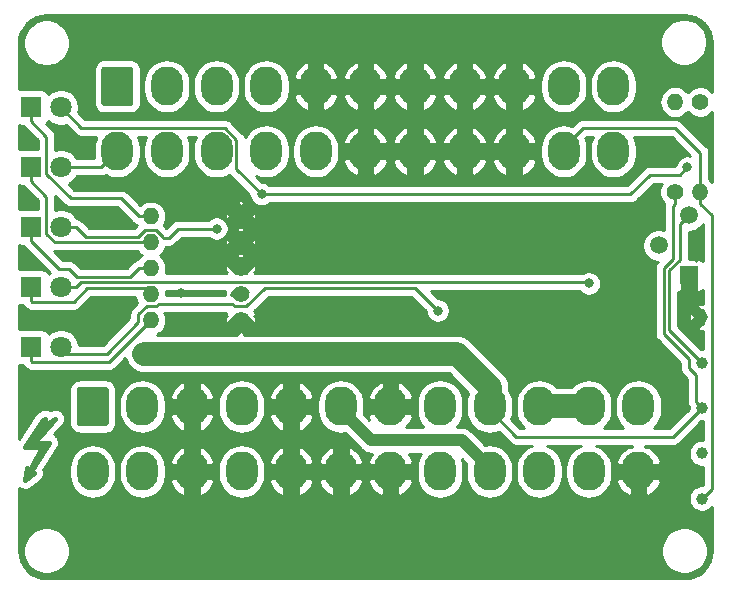
<source format=gbr>
%TF.GenerationSoftware,KiCad,Pcbnew,(5.1.4)-1*%
%TF.CreationDate,2020-09-17T17:05:27-05:00*%
%TF.ProjectId,mAcTX_Quadra_840av,6d416354-585f-4517-9561-6472615f3834,rev?*%
%TF.SameCoordinates,Original*%
%TF.FileFunction,Copper,L1,Top*%
%TF.FilePolarity,Positive*%
%FSLAX46Y46*%
G04 Gerber Fmt 4.6, Leading zero omitted, Abs format (unit mm)*
G04 Created by KiCad (PCBNEW (5.1.4)-1) date 2020-09-17 17:05:27*
%MOMM*%
%LPD*%
G04 APERTURE LIST*
%TA.AperFunction,EtchedComponent*%
%ADD10C,0.381000*%
%TD*%
%TA.AperFunction,ComponentPad*%
%ADD11O,1.400000X1.400000*%
%TD*%
%TA.AperFunction,ComponentPad*%
%ADD12C,1.400000*%
%TD*%
%TA.AperFunction,ComponentPad*%
%ADD13O,2.700000X3.300000*%
%TD*%
%TA.AperFunction,Conductor*%
%ADD14C,0.100000*%
%TD*%
%TA.AperFunction,ComponentPad*%
%ADD15C,2.700000*%
%TD*%
%TA.AperFunction,ComponentPad*%
%ADD16R,1.500000X1.500000*%
%TD*%
%TA.AperFunction,ComponentPad*%
%ADD17C,1.500000*%
%TD*%
%TA.AperFunction,ComponentPad*%
%ADD18C,1.000000*%
%TD*%
%TA.AperFunction,ComponentPad*%
%ADD19C,1.800000*%
%TD*%
%TA.AperFunction,ComponentPad*%
%ADD20R,1.800000X1.800000*%
%TD*%
%TA.AperFunction,ViaPad*%
%ADD21C,0.800000*%
%TD*%
%TA.AperFunction,ViaPad*%
%ADD22C,1.600000*%
%TD*%
%TA.AperFunction,Conductor*%
%ADD23C,1.000000*%
%TD*%
%TA.AperFunction,Conductor*%
%ADD24C,0.250000*%
%TD*%
%TA.AperFunction,Conductor*%
%ADD25C,2.000000*%
%TD*%
%TA.AperFunction,Conductor*%
%ADD26C,0.254000*%
%TD*%
G04 APERTURE END LIST*
D10*
%TO.C,REF\002A\002A*%
X51443000Y-110514000D02*
X51316000Y-110006000D01*
X52586000Y-108228000D02*
X51443000Y-110514000D01*
X51189000Y-108228000D02*
X52586000Y-108228000D01*
X52713000Y-105942000D02*
X51189000Y-108228000D01*
X52967000Y-106323000D02*
X52840000Y-105815000D01*
X53729000Y-105815000D02*
X52967000Y-106323000D01*
X51951000Y-107847000D02*
X53729000Y-105815000D01*
X53221000Y-107847000D02*
X51951000Y-107847000D01*
X51443000Y-110641000D02*
X53221000Y-107847000D01*
X51951000Y-110387000D02*
X51443000Y-110641000D01*
X51189000Y-111022000D02*
X51951000Y-110387000D01*
X51316000Y-110006000D02*
X51189000Y-111022000D01*
X51570000Y-108101000D02*
X52840000Y-108101000D01*
X52967000Y-106196000D02*
X51570000Y-108101000D01*
%TD*%
D11*
%TO.P,R2,2*%
%TO.N,PWR_ON*%
X106230000Y-79010000D03*
D12*
%TO.P,R2,1*%
%TO.N,+5VP*%
X106230000Y-86630000D03*
%TD*%
D13*
%TO.P,J2,22*%
%TO.N,+12V*%
X100990000Y-83180000D03*
%TO.P,J2,21*%
%TO.N,PFW*%
X96790000Y-83180000D03*
%TO.P,J2,20*%
%TO.N,GND*%
X92590000Y-83180000D03*
%TO.P,J2,19*%
X88390000Y-83180000D03*
%TO.P,J2,18*%
X84190000Y-83180000D03*
%TO.P,J2,17*%
X79990000Y-83180000D03*
%TO.P,J2,16*%
%TO.N,+5V*%
X75790000Y-83180000D03*
%TO.P,J2,15*%
X71590000Y-83180000D03*
%TO.P,J2,14*%
X67390000Y-83180000D03*
%TO.P,J2,13*%
X63190000Y-83180000D03*
%TO.P,J2,12*%
%TO.N,+5VP*%
X58990000Y-83180000D03*
%TO.P,J2,11*%
%TO.N,-12V*%
X100990000Y-77680000D03*
%TO.P,J2,10*%
%TO.N,N/C*%
X96790000Y-77680000D03*
%TO.P,J2,9*%
%TO.N,GND*%
X92590000Y-77680000D03*
%TO.P,J2,8*%
X88390000Y-77680000D03*
%TO.P,J2,7*%
X84190000Y-77680000D03*
%TO.P,J2,6*%
X79990000Y-77680000D03*
%TO.P,J2,5*%
X75790000Y-77680000D03*
%TO.P,J2,4*%
%TO.N,+5V*%
X71590000Y-77680000D03*
%TO.P,J2,3*%
X67390000Y-77680000D03*
%TO.P,J2,2*%
X63190000Y-77680000D03*
D14*
%TD*%
%TO.N,+5V*%
%TO.C,J2*%
G36*
X60114503Y-76031204D02*
G01*
X60138772Y-76034804D01*
X60162570Y-76040765D01*
X60185670Y-76049030D01*
X60207849Y-76059520D01*
X60228892Y-76072133D01*
X60248598Y-76086748D01*
X60266776Y-76103224D01*
X60283252Y-76121402D01*
X60297867Y-76141108D01*
X60310480Y-76162151D01*
X60320970Y-76184330D01*
X60329235Y-76207430D01*
X60335196Y-76231228D01*
X60338796Y-76255497D01*
X60340000Y-76280001D01*
X60340000Y-79079999D01*
X60338796Y-79104503D01*
X60335196Y-79128772D01*
X60329235Y-79152570D01*
X60320970Y-79175670D01*
X60310480Y-79197849D01*
X60297867Y-79218892D01*
X60283252Y-79238598D01*
X60266776Y-79256776D01*
X60248598Y-79273252D01*
X60228892Y-79287867D01*
X60207849Y-79300480D01*
X60185670Y-79310970D01*
X60162570Y-79319235D01*
X60138772Y-79325196D01*
X60114503Y-79328796D01*
X60089999Y-79330000D01*
X57890001Y-79330000D01*
X57865497Y-79328796D01*
X57841228Y-79325196D01*
X57817430Y-79319235D01*
X57794330Y-79310970D01*
X57772151Y-79300480D01*
X57751108Y-79287867D01*
X57731402Y-79273252D01*
X57713224Y-79256776D01*
X57696748Y-79238598D01*
X57682133Y-79218892D01*
X57669520Y-79197849D01*
X57659030Y-79175670D01*
X57650765Y-79152570D01*
X57644804Y-79128772D01*
X57641204Y-79104503D01*
X57640000Y-79079999D01*
X57640000Y-76280001D01*
X57641204Y-76255497D01*
X57644804Y-76231228D01*
X57650765Y-76207430D01*
X57659030Y-76184330D01*
X57669520Y-76162151D01*
X57682133Y-76141108D01*
X57696748Y-76121402D01*
X57713224Y-76103224D01*
X57731402Y-76086748D01*
X57751108Y-76072133D01*
X57772151Y-76059520D01*
X57794330Y-76049030D01*
X57817430Y-76040765D01*
X57841228Y-76034804D01*
X57865497Y-76031204D01*
X57890001Y-76030000D01*
X60089999Y-76030000D01*
X60114503Y-76031204D01*
X60114503Y-76031204D01*
G37*
D15*
%TO.P,J2,1*%
%TO.N,+5V*%
X58990000Y-77680000D03*
%TD*%
D13*
%TO.P,J1,24*%
%TO.N,GND*%
X103110000Y-110290000D03*
%TO.P,J1,23*%
%TO.N,+5V*%
X98910000Y-110290000D03*
%TO.P,J1,22*%
X94710000Y-110290000D03*
%TO.P,J1,21*%
X90510000Y-110290000D03*
%TO.P,J1,20*%
%TO.N,N/C*%
X86310000Y-110290000D03*
%TO.P,J1,19*%
%TO.N,GND*%
X82110000Y-110290000D03*
%TO.P,J1,18*%
X77910000Y-110290000D03*
%TO.P,J1,17*%
X73710000Y-110290000D03*
%TO.P,J1,16*%
%TO.N,PWR_ON*%
X69510000Y-110290000D03*
%TO.P,J1,15*%
%TO.N,GND*%
X65310000Y-110290000D03*
%TO.P,J1,14*%
%TO.N,-12V*%
X61110000Y-110290000D03*
%TO.P,J1,13*%
%TO.N,N/C*%
X56910000Y-110290000D03*
%TO.P,J1,12*%
X103110000Y-104790000D03*
%TO.P,J1,11*%
%TO.N,+12V*%
X98910000Y-104790000D03*
%TO.P,J1,10*%
X94710000Y-104790000D03*
%TO.P,J1,9*%
%TO.N,+5VP*%
X90510000Y-104790000D03*
%TO.P,J1,8*%
%TO.N,PWR_OK*%
X86310000Y-104790000D03*
%TO.P,J1,7*%
%TO.N,GND*%
X82110000Y-104790000D03*
%TO.P,J1,6*%
%TO.N,+5V*%
X77910000Y-104790000D03*
%TO.P,J1,5*%
%TO.N,GND*%
X73710000Y-104790000D03*
%TO.P,J1,4*%
%TO.N,+5V*%
X69510000Y-104790000D03*
%TO.P,J1,3*%
%TO.N,GND*%
X65310000Y-104790000D03*
%TO.P,J1,2*%
%TO.N,N/C*%
X61110000Y-104790000D03*
D14*
%TD*%
%TO.N,N/C*%
%TO.C,J1*%
G36*
X58034503Y-103141204D02*
G01*
X58058772Y-103144804D01*
X58082570Y-103150765D01*
X58105670Y-103159030D01*
X58127849Y-103169520D01*
X58148892Y-103182133D01*
X58168598Y-103196748D01*
X58186776Y-103213224D01*
X58203252Y-103231402D01*
X58217867Y-103251108D01*
X58230480Y-103272151D01*
X58240970Y-103294330D01*
X58249235Y-103317430D01*
X58255196Y-103341228D01*
X58258796Y-103365497D01*
X58260000Y-103390001D01*
X58260000Y-106189999D01*
X58258796Y-106214503D01*
X58255196Y-106238772D01*
X58249235Y-106262570D01*
X58240970Y-106285670D01*
X58230480Y-106307849D01*
X58217867Y-106328892D01*
X58203252Y-106348598D01*
X58186776Y-106366776D01*
X58168598Y-106383252D01*
X58148892Y-106397867D01*
X58127849Y-106410480D01*
X58105670Y-106420970D01*
X58082570Y-106429235D01*
X58058772Y-106435196D01*
X58034503Y-106438796D01*
X58009999Y-106440000D01*
X55810001Y-106440000D01*
X55785497Y-106438796D01*
X55761228Y-106435196D01*
X55737430Y-106429235D01*
X55714330Y-106420970D01*
X55692151Y-106410480D01*
X55671108Y-106397867D01*
X55651402Y-106383252D01*
X55633224Y-106366776D01*
X55616748Y-106348598D01*
X55602133Y-106328892D01*
X55589520Y-106307849D01*
X55579030Y-106285670D01*
X55570765Y-106262570D01*
X55564804Y-106238772D01*
X55561204Y-106214503D01*
X55560000Y-106189999D01*
X55560000Y-103390001D01*
X55561204Y-103365497D01*
X55564804Y-103341228D01*
X55570765Y-103317430D01*
X55579030Y-103294330D01*
X55589520Y-103272151D01*
X55602133Y-103251108D01*
X55616748Y-103231402D01*
X55633224Y-103213224D01*
X55651402Y-103196748D01*
X55671108Y-103182133D01*
X55692151Y-103169520D01*
X55714330Y-103159030D01*
X55737430Y-103150765D01*
X55761228Y-103144804D01*
X55785497Y-103141204D01*
X55810001Y-103140000D01*
X58009999Y-103140000D01*
X58034503Y-103141204D01*
X58034503Y-103141204D01*
G37*
D15*
%TO.P,J1,1*%
%TO.N,N/C*%
X56910000Y-104790000D03*
%TD*%
D16*
%TO.P,Q1,1*%
%TO.N,GND*%
X107380000Y-93690000D03*
D17*
%TO.P,Q1,3*%
%TO.N,PWR_ON*%
X107380000Y-88610000D03*
%TO.P,Q1,2*%
%TO.N,Net-(Q1-Pad2)*%
X104840000Y-91150000D03*
%TD*%
D18*
%TO.P,TP5,1*%
%TO.N,GND*%
X108490000Y-97240000D03*
%TD*%
%TO.P,TP4,1*%
%TO.N,PWR_ON*%
X108490000Y-101075250D03*
%TD*%
%TO.P,TP3,1*%
%TO.N,+5VP*%
X108490000Y-104910500D03*
%TD*%
%TO.P,TP2,1*%
%TO.N,Net-(Q1-Pad2)*%
X108490000Y-108745750D03*
%TD*%
%TO.P,TP1,1*%
%TO.N,PFW*%
X108490000Y-112581000D03*
%TD*%
D11*
%TO.P,R8,2*%
%TO.N,Net-(D6-Pad1)*%
X61806000Y-88690000D03*
D12*
%TO.P,R8,1*%
%TO.N,GND*%
X69426000Y-88690000D03*
%TD*%
D11*
%TO.P,R6,2*%
%TO.N,Net-(D4-Pad1)*%
X61806000Y-90890750D03*
D12*
%TO.P,R6,1*%
%TO.N,GND*%
X69426000Y-90890750D03*
%TD*%
D11*
%TO.P,R5,2*%
%TO.N,Net-(D3-Pad1)*%
X61806000Y-93091500D03*
D12*
%TO.P,R5,1*%
%TO.N,GND*%
X69426000Y-93091500D03*
%TD*%
D11*
%TO.P,R4,2*%
%TO.N,Net-(D2-Pad1)*%
X61806000Y-95292250D03*
D12*
%TO.P,R4,1*%
%TO.N,GND*%
X69426000Y-95292250D03*
%TD*%
D11*
%TO.P,R3,2*%
%TO.N,Net-(D1-Pad1)*%
X61806000Y-97493000D03*
D12*
%TO.P,R3,1*%
%TO.N,GND*%
X69426000Y-97493000D03*
%TD*%
D11*
%TO.P,R1,2*%
%TO.N,PFW*%
X108340000Y-86630000D03*
D12*
%TO.P,R1,1*%
%TO.N,Net-(Q1-Pad2)*%
X108340000Y-79010000D03*
%TD*%
D19*
%TO.P,D6,2*%
%TO.N,PWR_ON*%
X54221000Y-79472500D03*
D20*
%TO.P,D6,1*%
%TO.N,Net-(D6-Pad1)*%
X51681000Y-79472500D03*
%TD*%
D19*
%TO.P,D4,2*%
%TO.N,+5VP*%
X54221000Y-84547125D03*
D20*
%TO.P,D4,1*%
%TO.N,Net-(D4-Pad1)*%
X51681000Y-84547125D03*
%TD*%
D19*
%TO.P,D3,2*%
%TO.N,+5V*%
X54221000Y-89621750D03*
D20*
%TO.P,D3,1*%
%TO.N,Net-(D3-Pad1)*%
X51681000Y-89621750D03*
%TD*%
D19*
%TO.P,D2,2*%
%TO.N,+12V*%
X54221000Y-94696375D03*
D20*
%TO.P,D2,1*%
%TO.N,Net-(D2-Pad1)*%
X51681000Y-94696375D03*
%TD*%
D19*
%TO.P,D1,2*%
%TO.N,PWR_OK*%
X54221000Y-99771000D03*
D20*
%TO.P,D1,1*%
%TO.N,Net-(D1-Pad1)*%
X51681000Y-99771000D03*
%TD*%
D21*
%TO.N,GND*%
X104060000Y-92850000D03*
X104060000Y-98870000D03*
X107840000Y-91920000D03*
X104900000Y-89070000D03*
X56360000Y-97400000D03*
X56430000Y-92130000D03*
X56330000Y-88490000D03*
X55260000Y-82130000D03*
X51460000Y-87360000D03*
X51370000Y-82010000D03*
X51490000Y-92190000D03*
X64420000Y-95210000D03*
X94640000Y-100060000D03*
X106040000Y-83200000D03*
X108440000Y-81390000D03*
%TO.N,+5V*%
X67390000Y-89730000D03*
%TO.N,PWR_ON*%
X71200000Y-86820000D03*
X107255001Y-84555001D03*
%TO.N,+12V*%
X98910000Y-94370000D03*
D22*
%TO.N,+5VP*%
X61290000Y-100360000D03*
D21*
%TO.N,PWR_OK*%
X86120000Y-96670000D03*
%TD*%
D23*
%TO.N,+5V*%
X90510000Y-109990000D02*
X90510000Y-110290000D01*
X88160000Y-107640000D02*
X90510000Y-109990000D01*
X80460000Y-107640000D02*
X88160000Y-107640000D01*
X77910000Y-105090000D02*
X80460000Y-107640000D01*
X77910000Y-104790000D02*
X77910000Y-105090000D01*
D24*
X64139998Y-89730000D02*
X67390000Y-89730000D01*
X62831001Y-90520000D02*
X63349998Y-90520000D01*
X62831001Y-90398749D02*
X62831001Y-90520000D01*
X62298001Y-89865749D02*
X62831001Y-90398749D01*
X55493792Y-89621750D02*
X56312782Y-90440740D01*
X54221000Y-89621750D02*
X55493792Y-89621750D01*
X56312782Y-90440740D02*
X60780999Y-90440740D01*
X60780999Y-90440740D02*
X60780999Y-90398749D01*
X63349998Y-90520000D02*
X64139998Y-89730000D01*
X60780999Y-90398749D02*
X61313999Y-89865749D01*
X61313999Y-89865749D02*
X62298001Y-89865749D01*
%TO.N,PWR_ON*%
X69065010Y-84685009D02*
X71200000Y-86820000D01*
X69065010Y-82186189D02*
X69065010Y-84685009D01*
X68083811Y-81204990D02*
X69065010Y-82186189D01*
X54221000Y-79472500D02*
X55953490Y-81204990D01*
X55953490Y-81204990D02*
X68083811Y-81204990D01*
X106654992Y-85155010D02*
X104084990Y-85155010D01*
X107255001Y-84555001D02*
X106654992Y-85155010D01*
X102420000Y-86820000D02*
X71200000Y-86820000D01*
X104084990Y-85155010D02*
X102420000Y-86820000D01*
X105710000Y-98295250D02*
X107990001Y-100575251D01*
X106620000Y-92364998D02*
X105710000Y-93274998D01*
X106620000Y-89370000D02*
X106620000Y-92364998D01*
X107990001Y-100575251D02*
X108490000Y-101075250D01*
X105710000Y-93274998D02*
X105710000Y-98295250D01*
X107380000Y-88610000D02*
X106620000Y-89370000D01*
D25*
%TO.N,+12V*%
X94710000Y-104790000D02*
X98910000Y-104790000D01*
D24*
X98807249Y-94267249D02*
X98910000Y-94370000D01*
X55922918Y-94267249D02*
X98807249Y-94267249D01*
X55493792Y-94696375D02*
X55922918Y-94267249D01*
X54221000Y-94696375D02*
X55493792Y-94696375D01*
D25*
%TO.N,+5VP*%
X90510000Y-103160000D02*
X90510000Y-104790000D01*
X61290000Y-100360000D02*
X87710000Y-100360000D01*
X87710000Y-100360000D02*
X90510000Y-103160000D01*
D24*
X57622875Y-84547125D02*
X58990000Y-83180000D01*
X54221000Y-84547125D02*
X57622875Y-84547125D01*
X107990001Y-104410501D02*
X108490000Y-104910500D01*
X107990001Y-102140001D02*
X107990001Y-104410501D01*
X107400000Y-101550000D02*
X107990001Y-102140001D01*
X107400000Y-100760000D02*
X107400000Y-101550000D01*
X106230000Y-87619949D02*
X106030000Y-87819949D01*
X106230000Y-86630000D02*
X106230000Y-87619949D01*
X106030000Y-87819949D02*
X106030000Y-92318587D01*
X106030000Y-92318587D02*
X105259989Y-93088598D01*
X105259989Y-93088598D02*
X105259989Y-98619989D01*
X105259989Y-98619989D02*
X107400000Y-100760000D01*
X107990001Y-105410499D02*
X108490000Y-104910500D01*
X106050500Y-107350000D02*
X107990001Y-105410499D01*
X92770000Y-107350000D02*
X106050500Y-107350000D01*
X90510000Y-104790000D02*
X90510000Y-105090000D01*
X90510000Y-105090000D02*
X92770000Y-107350000D01*
%TO.N,PWR_OK*%
X84200000Y-94750000D02*
X86120000Y-96670000D01*
X69918001Y-96317251D02*
X71485252Y-94750000D01*
X68933999Y-96317251D02*
X69918001Y-96317251D01*
X71485252Y-94750000D02*
X84200000Y-94750000D01*
X68696748Y-96080000D02*
X68933999Y-96317251D01*
X54790000Y-100340000D02*
X58090000Y-100340000D01*
X62298001Y-96317251D02*
X62535252Y-96080000D01*
X58090000Y-100340000D02*
X60780999Y-97649001D01*
X60780999Y-97649001D02*
X60780999Y-97000999D01*
X54221000Y-99771000D02*
X54790000Y-100340000D01*
X60780999Y-97000999D02*
X61464747Y-96317251D01*
X62535252Y-96080000D02*
X68696748Y-96080000D01*
X61464747Y-96317251D02*
X62298001Y-96317251D01*
%TO.N,Net-(D1-Pad1)*%
X61106001Y-98192999D02*
X61806000Y-97493000D01*
X58302999Y-100996001D02*
X61106001Y-98192999D01*
X51756001Y-100996001D02*
X58302999Y-100996001D01*
X51681000Y-100921000D02*
X51756001Y-100996001D01*
X51681000Y-99771000D02*
X51681000Y-100921000D01*
%TO.N,Net-(D2-Pad1)*%
X61273750Y-94760000D02*
X61806000Y-95292250D01*
X56460000Y-94760000D02*
X61273750Y-94760000D01*
X55298624Y-95921376D02*
X56460000Y-94760000D01*
X51756001Y-95921376D02*
X55298624Y-95921376D01*
X51681000Y-94696375D02*
X51681000Y-95846375D01*
X51681000Y-95846375D02*
X51756001Y-95921376D01*
%TO.N,Net-(D3-Pad1)*%
X51681000Y-90771750D02*
X54069250Y-93160000D01*
X60816051Y-93091500D02*
X61806000Y-93091500D01*
X51681000Y-89621750D02*
X51681000Y-90771750D01*
X54069250Y-93160000D02*
X54930000Y-93160000D01*
X55570000Y-93800000D02*
X60107551Y-93800000D01*
X54930000Y-93160000D02*
X55570000Y-93800000D01*
X60107551Y-93800000D02*
X60816051Y-93091500D01*
%TO.N,Net-(D4-Pad1)*%
X60816051Y-90890750D02*
X61806000Y-90890750D01*
X53676998Y-90890750D02*
X60816051Y-90890750D01*
X52995999Y-90209751D02*
X53676998Y-90890750D01*
X52995999Y-87012124D02*
X52995999Y-90209751D01*
X51681000Y-85697125D02*
X52995999Y-87012124D01*
X51681000Y-84547125D02*
X51681000Y-85697125D01*
%TO.N,Net-(D6-Pad1)*%
X60816051Y-88690000D02*
X61806000Y-88690000D01*
X51681000Y-80622500D02*
X52995999Y-81937499D01*
X51681000Y-79472500D02*
X51681000Y-80622500D01*
X52995999Y-81937499D02*
X52995999Y-85135126D01*
X52995999Y-85135126D02*
X55040873Y-87180000D01*
X55040873Y-87180000D02*
X59306051Y-87180000D01*
X59306051Y-87180000D02*
X60816051Y-88690000D01*
%TO.N,PFW*%
X96790000Y-83180000D02*
X96790000Y-82820000D01*
X98405010Y-81204990D02*
X106234990Y-81204990D01*
X96790000Y-82820000D02*
X98405010Y-81204990D01*
X108340000Y-83310000D02*
X108340000Y-86630000D01*
X106234990Y-81204990D02*
X108340000Y-83310000D01*
X108989999Y-112081001D02*
X108490000Y-112581000D01*
X109315001Y-111755999D02*
X108989999Y-112081001D01*
X109315001Y-88594950D02*
X109315001Y-111755999D01*
X108340000Y-87619949D02*
X109315001Y-88594950D01*
X108340000Y-86630000D02*
X108340000Y-87619949D01*
%TD*%
D26*
%TO.N,GND*%
G36*
X59772148Y-100988715D02*
G01*
X59923969Y-101272752D01*
X60128286Y-101521714D01*
X60377248Y-101726031D01*
X60661285Y-101877852D01*
X60969484Y-101971343D01*
X61209678Y-101995000D01*
X87032762Y-101995000D01*
X88701095Y-103663334D01*
X88667226Y-103726699D01*
X88553722Y-104100873D01*
X88525000Y-104392491D01*
X88525000Y-105187510D01*
X88553722Y-105479128D01*
X88667226Y-105853302D01*
X88851547Y-106198143D01*
X89099603Y-106500398D01*
X89401858Y-106748453D01*
X89746699Y-106932774D01*
X90120873Y-107046278D01*
X90510000Y-107084604D01*
X90899128Y-107046278D01*
X91273302Y-106932774D01*
X91276346Y-106931147D01*
X92206201Y-107861003D01*
X92229999Y-107890001D01*
X92345724Y-107984974D01*
X92477753Y-108055546D01*
X92621014Y-108099003D01*
X92732667Y-108110000D01*
X92732675Y-108110000D01*
X92770000Y-108113676D01*
X92807325Y-108110000D01*
X94069416Y-108110000D01*
X93946698Y-108147226D01*
X93601857Y-108331547D01*
X93299602Y-108579602D01*
X93051547Y-108881857D01*
X92867226Y-109226699D01*
X92753722Y-109600873D01*
X92725000Y-109892491D01*
X92725000Y-110687510D01*
X92753722Y-110979128D01*
X92867226Y-111353302D01*
X93051547Y-111698143D01*
X93299603Y-112000398D01*
X93601858Y-112248453D01*
X93946699Y-112432774D01*
X94320873Y-112546278D01*
X94710000Y-112584604D01*
X95099128Y-112546278D01*
X95473302Y-112432774D01*
X95818143Y-112248453D01*
X96120398Y-112000398D01*
X96368453Y-111698143D01*
X96552774Y-111353302D01*
X96666278Y-110979127D01*
X96695000Y-110687509D01*
X96695000Y-109892490D01*
X96666278Y-109600872D01*
X96552774Y-109226698D01*
X96368453Y-108881857D01*
X96120398Y-108579602D01*
X95818143Y-108331547D01*
X95473301Y-108147226D01*
X95350583Y-108110000D01*
X98269416Y-108110000D01*
X98146698Y-108147226D01*
X97801857Y-108331547D01*
X97499602Y-108579602D01*
X97251547Y-108881857D01*
X97067226Y-109226699D01*
X96953722Y-109600873D01*
X96925000Y-109892491D01*
X96925000Y-110687510D01*
X96953722Y-110979128D01*
X97067226Y-111353302D01*
X97251547Y-111698143D01*
X97499603Y-112000398D01*
X97801858Y-112248453D01*
X98146699Y-112432774D01*
X98520873Y-112546278D01*
X98910000Y-112584604D01*
X99299128Y-112546278D01*
X99673302Y-112432774D01*
X100018143Y-112248453D01*
X100320398Y-112000398D01*
X100568453Y-111698143D01*
X100752774Y-111353302D01*
X100810217Y-111163936D01*
X101231449Y-111163936D01*
X101379514Y-111519395D01*
X101594081Y-111839138D01*
X101866904Y-112110877D01*
X102187498Y-112324170D01*
X102246751Y-112377464D01*
X102537000Y-112324030D01*
X102537000Y-110863000D01*
X103683000Y-110863000D01*
X103683000Y-112324030D01*
X103973249Y-112377464D01*
X104032502Y-112324170D01*
X104353096Y-112110877D01*
X104625919Y-111839138D01*
X104840486Y-111519395D01*
X104988551Y-111163936D01*
X104896456Y-110863000D01*
X103683000Y-110863000D01*
X102537000Y-110863000D01*
X101323544Y-110863000D01*
X101231449Y-111163936D01*
X100810217Y-111163936D01*
X100866278Y-110979127D01*
X100895000Y-110687509D01*
X100895000Y-109892490D01*
X100866278Y-109600872D01*
X100752774Y-109226698D01*
X100568453Y-108881857D01*
X100320398Y-108579602D01*
X100018143Y-108331547D01*
X99673301Y-108147226D01*
X99550583Y-108110000D01*
X102536998Y-108110000D01*
X102536998Y-108255970D01*
X102246751Y-108202536D01*
X102187498Y-108255830D01*
X101866904Y-108469123D01*
X101594081Y-108740862D01*
X101379514Y-109060605D01*
X101231449Y-109416064D01*
X101323544Y-109717000D01*
X102537000Y-109717000D01*
X102537000Y-109697000D01*
X103683000Y-109697000D01*
X103683000Y-109717000D01*
X104896456Y-109717000D01*
X104988551Y-109416064D01*
X104840486Y-109060605D01*
X104625919Y-108740862D01*
X104353096Y-108469123D01*
X104032502Y-108255830D01*
X103973249Y-108202536D01*
X103683002Y-108255970D01*
X103683002Y-108110000D01*
X106013178Y-108110000D01*
X106050500Y-108113676D01*
X106087822Y-108110000D01*
X106087833Y-108110000D01*
X106199486Y-108099003D01*
X106342747Y-108055546D01*
X106474776Y-107984974D01*
X106590501Y-107890001D01*
X106614304Y-107860997D01*
X108429802Y-106045500D01*
X108555002Y-106045500D01*
X108555002Y-107610750D01*
X108378212Y-107610750D01*
X108158933Y-107654367D01*
X107952376Y-107739926D01*
X107766480Y-107864138D01*
X107608388Y-108022230D01*
X107484176Y-108208126D01*
X107398617Y-108414683D01*
X107355000Y-108633962D01*
X107355000Y-108857538D01*
X107398617Y-109076817D01*
X107484176Y-109283374D01*
X107608388Y-109469270D01*
X107766480Y-109627362D01*
X107952376Y-109751574D01*
X108158933Y-109837133D01*
X108378212Y-109880750D01*
X108555002Y-109880750D01*
X108555002Y-111441197D01*
X108550199Y-111446000D01*
X108378212Y-111446000D01*
X108158933Y-111489617D01*
X107952376Y-111575176D01*
X107766480Y-111699388D01*
X107608388Y-111857480D01*
X107484176Y-112043376D01*
X107398617Y-112249933D01*
X107355000Y-112469212D01*
X107355000Y-112692788D01*
X107398617Y-112912067D01*
X107484176Y-113118624D01*
X107608388Y-113304520D01*
X107766480Y-113462612D01*
X107952376Y-113586824D01*
X108158933Y-113672383D01*
X108378212Y-113716000D01*
X108601788Y-113716000D01*
X108821067Y-113672383D01*
X109027624Y-113586824D01*
X109213520Y-113462612D01*
X109340001Y-113336131D01*
X109340001Y-116967711D01*
X109292330Y-117453894D01*
X109160512Y-117890497D01*
X108946399Y-118293186D01*
X108658150Y-118646613D01*
X108306739Y-118937327D01*
X107905564Y-119154240D01*
X107469886Y-119289106D01*
X106985664Y-119340000D01*
X53032279Y-119340000D01*
X52546106Y-119292330D01*
X52109503Y-119160512D01*
X51706814Y-118946399D01*
X51353387Y-118658150D01*
X51062673Y-118306739D01*
X50845760Y-117905564D01*
X50710894Y-117469886D01*
X50660000Y-116985664D01*
X50660000Y-116804495D01*
X51015000Y-116804495D01*
X51015000Y-117195505D01*
X51091282Y-117579003D01*
X51240915Y-117940250D01*
X51458149Y-118265364D01*
X51734636Y-118541851D01*
X52059750Y-118759085D01*
X52420997Y-118908718D01*
X52804495Y-118985000D01*
X53195505Y-118985000D01*
X53579003Y-118908718D01*
X53940250Y-118759085D01*
X54265364Y-118541851D01*
X54541851Y-118265364D01*
X54759085Y-117940250D01*
X54908718Y-117579003D01*
X54985000Y-117195505D01*
X54985000Y-116804495D01*
X105015000Y-116804495D01*
X105015000Y-117195505D01*
X105091282Y-117579003D01*
X105240915Y-117940250D01*
X105458149Y-118265364D01*
X105734636Y-118541851D01*
X106059750Y-118759085D01*
X106420997Y-118908718D01*
X106804495Y-118985000D01*
X107195505Y-118985000D01*
X107579003Y-118908718D01*
X107940250Y-118759085D01*
X108265364Y-118541851D01*
X108541851Y-118265364D01*
X108759085Y-117940250D01*
X108908718Y-117579003D01*
X108985000Y-117195505D01*
X108985000Y-116804495D01*
X108908718Y-116420997D01*
X108759085Y-116059750D01*
X108541851Y-115734636D01*
X108265364Y-115458149D01*
X107940250Y-115240915D01*
X107579003Y-115091282D01*
X107195505Y-115015000D01*
X106804495Y-115015000D01*
X106420997Y-115091282D01*
X106059750Y-115240915D01*
X105734636Y-115458149D01*
X105458149Y-115734636D01*
X105240915Y-116059750D01*
X105091282Y-116420997D01*
X105015000Y-116804495D01*
X54985000Y-116804495D01*
X54908718Y-116420997D01*
X54759085Y-116059750D01*
X54541851Y-115734636D01*
X54265364Y-115458149D01*
X53940250Y-115240915D01*
X53579003Y-115091282D01*
X53195505Y-115015000D01*
X52804495Y-115015000D01*
X52420997Y-115091282D01*
X52059750Y-115240915D01*
X51734636Y-115458149D01*
X51458149Y-115734636D01*
X51240915Y-116059750D01*
X51091282Y-116420997D01*
X51015000Y-116804495D01*
X50660000Y-116804495D01*
X50660000Y-111659649D01*
X50667608Y-111667144D01*
X50723931Y-111704169D01*
X50778963Y-111743062D01*
X50791774Y-111748766D01*
X50803488Y-111756466D01*
X50865938Y-111781785D01*
X50927515Y-111809201D01*
X50941191Y-111812295D01*
X50954183Y-111817563D01*
X51020378Y-111830213D01*
X51086114Y-111845088D01*
X51100130Y-111845455D01*
X51113902Y-111848087D01*
X51181292Y-111847581D01*
X51248667Y-111849345D01*
X51262487Y-111846970D01*
X51276505Y-111846865D01*
X51342500Y-111833221D01*
X51408928Y-111821807D01*
X51422018Y-111816782D01*
X51435747Y-111813944D01*
X51497822Y-111787684D01*
X51560736Y-111763533D01*
X51572592Y-111756053D01*
X51585507Y-111750589D01*
X51641263Y-111712725D01*
X51698260Y-111676763D01*
X51737921Y-111639126D01*
X52437274Y-111056333D01*
X52459574Y-111042295D01*
X52499575Y-111004415D01*
X52510626Y-110995206D01*
X52529048Y-110976505D01*
X52577644Y-110930486D01*
X52585995Y-110918696D01*
X52596144Y-110908393D01*
X52632951Y-110852401D01*
X52671632Y-110797790D01*
X52677521Y-110784601D01*
X52685467Y-110772513D01*
X52710637Y-110710430D01*
X52737927Y-110649309D01*
X52741132Y-110635214D01*
X52746563Y-110621818D01*
X52759133Y-110556044D01*
X52773980Y-110490747D01*
X52774374Y-110476297D01*
X52777087Y-110462099D01*
X52776584Y-110395142D01*
X52778407Y-110328199D01*
X52775974Y-110313948D01*
X52775865Y-110299494D01*
X52762307Y-110233913D01*
X52751037Y-110167909D01*
X52745872Y-110154412D01*
X52742945Y-110140253D01*
X52741821Y-110137595D01*
X52897796Y-109892491D01*
X54925000Y-109892491D01*
X54925000Y-110687510D01*
X54953722Y-110979128D01*
X55067226Y-111353302D01*
X55251547Y-111698143D01*
X55499603Y-112000398D01*
X55801858Y-112248453D01*
X56146699Y-112432774D01*
X56520873Y-112546278D01*
X56910000Y-112584604D01*
X57299128Y-112546278D01*
X57673302Y-112432774D01*
X58018143Y-112248453D01*
X58320398Y-112000398D01*
X58568453Y-111698143D01*
X58752774Y-111353302D01*
X58866278Y-110979127D01*
X58895000Y-110687509D01*
X58895000Y-109892491D01*
X59125000Y-109892491D01*
X59125000Y-110687510D01*
X59153722Y-110979128D01*
X59267226Y-111353302D01*
X59451547Y-111698143D01*
X59699603Y-112000398D01*
X60001858Y-112248453D01*
X60346699Y-112432774D01*
X60720873Y-112546278D01*
X61110000Y-112584604D01*
X61499128Y-112546278D01*
X61873302Y-112432774D01*
X62218143Y-112248453D01*
X62520398Y-112000398D01*
X62768453Y-111698143D01*
X62952774Y-111353302D01*
X63010217Y-111163936D01*
X63431449Y-111163936D01*
X63579514Y-111519395D01*
X63794081Y-111839138D01*
X64066904Y-112110877D01*
X64387498Y-112324170D01*
X64446751Y-112377464D01*
X64737000Y-112324030D01*
X64737000Y-110863000D01*
X65883000Y-110863000D01*
X65883000Y-112324030D01*
X66173249Y-112377464D01*
X66232502Y-112324170D01*
X66553096Y-112110877D01*
X66825919Y-111839138D01*
X67040486Y-111519395D01*
X67188551Y-111163936D01*
X67096456Y-110863000D01*
X65883000Y-110863000D01*
X64737000Y-110863000D01*
X63523544Y-110863000D01*
X63431449Y-111163936D01*
X63010217Y-111163936D01*
X63066278Y-110979127D01*
X63095000Y-110687509D01*
X63095000Y-109892491D01*
X67525000Y-109892491D01*
X67525000Y-110687510D01*
X67553722Y-110979128D01*
X67667226Y-111353302D01*
X67851547Y-111698143D01*
X68099603Y-112000398D01*
X68401858Y-112248453D01*
X68746699Y-112432774D01*
X69120873Y-112546278D01*
X69510000Y-112584604D01*
X69899128Y-112546278D01*
X70273302Y-112432774D01*
X70618143Y-112248453D01*
X70920398Y-112000398D01*
X71168453Y-111698143D01*
X71352774Y-111353302D01*
X71410217Y-111163936D01*
X71831449Y-111163936D01*
X71979514Y-111519395D01*
X72194081Y-111839138D01*
X72466904Y-112110877D01*
X72787498Y-112324170D01*
X72846751Y-112377464D01*
X73137000Y-112324030D01*
X73137000Y-110863000D01*
X74283000Y-110863000D01*
X74283000Y-112324030D01*
X74573249Y-112377464D01*
X74632502Y-112324170D01*
X74953096Y-112110877D01*
X75225919Y-111839138D01*
X75440486Y-111519395D01*
X75588551Y-111163936D01*
X76031449Y-111163936D01*
X76179514Y-111519395D01*
X76394081Y-111839138D01*
X76666904Y-112110877D01*
X76987498Y-112324170D01*
X77046751Y-112377464D01*
X77337000Y-112324030D01*
X77337000Y-110863000D01*
X78483000Y-110863000D01*
X78483000Y-112324030D01*
X78773249Y-112377464D01*
X78832502Y-112324170D01*
X79153096Y-112110877D01*
X79425919Y-111839138D01*
X79640486Y-111519395D01*
X79788551Y-111163936D01*
X80231449Y-111163936D01*
X80379514Y-111519395D01*
X80594081Y-111839138D01*
X80866904Y-112110877D01*
X81187498Y-112324170D01*
X81246751Y-112377464D01*
X81537000Y-112324030D01*
X81537000Y-110863000D01*
X82683000Y-110863000D01*
X82683000Y-112324030D01*
X82973249Y-112377464D01*
X83032502Y-112324170D01*
X83353096Y-112110877D01*
X83625919Y-111839138D01*
X83840486Y-111519395D01*
X83988551Y-111163936D01*
X83896456Y-110863000D01*
X82683000Y-110863000D01*
X81537000Y-110863000D01*
X80323544Y-110863000D01*
X80231449Y-111163936D01*
X79788551Y-111163936D01*
X79696456Y-110863000D01*
X78483000Y-110863000D01*
X77337000Y-110863000D01*
X76123544Y-110863000D01*
X76031449Y-111163936D01*
X75588551Y-111163936D01*
X75496456Y-110863000D01*
X74283000Y-110863000D01*
X73137000Y-110863000D01*
X71923544Y-110863000D01*
X71831449Y-111163936D01*
X71410217Y-111163936D01*
X71466278Y-110979127D01*
X71495000Y-110687509D01*
X71495000Y-109892490D01*
X71466278Y-109600872D01*
X71410218Y-109416064D01*
X71831449Y-109416064D01*
X71923544Y-109717000D01*
X73137000Y-109717000D01*
X73137000Y-108255970D01*
X74283000Y-108255970D01*
X74283000Y-109717000D01*
X75496456Y-109717000D01*
X75588551Y-109416064D01*
X76031449Y-109416064D01*
X76123544Y-109717000D01*
X77337000Y-109717000D01*
X77337000Y-108255970D01*
X78483000Y-108255970D01*
X78483000Y-109717000D01*
X79696456Y-109717000D01*
X79788551Y-109416064D01*
X79640486Y-109060605D01*
X79425919Y-108740862D01*
X79153096Y-108469123D01*
X78832502Y-108255830D01*
X78773249Y-108202536D01*
X78483000Y-108255970D01*
X77337000Y-108255970D01*
X77046751Y-108202536D01*
X76987498Y-108255830D01*
X76666904Y-108469123D01*
X76394081Y-108740862D01*
X76179514Y-109060605D01*
X76031449Y-109416064D01*
X75588551Y-109416064D01*
X75440486Y-109060605D01*
X75225919Y-108740862D01*
X74953096Y-108469123D01*
X74632502Y-108255830D01*
X74573249Y-108202536D01*
X74283000Y-108255970D01*
X73137000Y-108255970D01*
X72846751Y-108202536D01*
X72787498Y-108255830D01*
X72466904Y-108469123D01*
X72194081Y-108740862D01*
X71979514Y-109060605D01*
X71831449Y-109416064D01*
X71410218Y-109416064D01*
X71352774Y-109226698D01*
X71168453Y-108881857D01*
X70920398Y-108579602D01*
X70618143Y-108331547D01*
X70273301Y-108147226D01*
X69899127Y-108033722D01*
X69510000Y-107995396D01*
X69120872Y-108033722D01*
X68746698Y-108147226D01*
X68401857Y-108331547D01*
X68099602Y-108579602D01*
X67851547Y-108881857D01*
X67667226Y-109226699D01*
X67553722Y-109600873D01*
X67525000Y-109892491D01*
X63095000Y-109892491D01*
X63095000Y-109892490D01*
X63066278Y-109600872D01*
X63010218Y-109416064D01*
X63431449Y-109416064D01*
X63523544Y-109717000D01*
X64737000Y-109717000D01*
X64737000Y-108255970D01*
X65883000Y-108255970D01*
X65883000Y-109717000D01*
X67096456Y-109717000D01*
X67188551Y-109416064D01*
X67040486Y-109060605D01*
X66825919Y-108740862D01*
X66553096Y-108469123D01*
X66232502Y-108255830D01*
X66173249Y-108202536D01*
X65883000Y-108255970D01*
X64737000Y-108255970D01*
X64446751Y-108202536D01*
X64387498Y-108255830D01*
X64066904Y-108469123D01*
X63794081Y-108740862D01*
X63579514Y-109060605D01*
X63431449Y-109416064D01*
X63010218Y-109416064D01*
X62952774Y-109226698D01*
X62768453Y-108881857D01*
X62520398Y-108579602D01*
X62218143Y-108331547D01*
X61873301Y-108147226D01*
X61499127Y-108033722D01*
X61110000Y-107995396D01*
X60720872Y-108033722D01*
X60346698Y-108147226D01*
X60001857Y-108331547D01*
X59699602Y-108579602D01*
X59451547Y-108881857D01*
X59267226Y-109226699D01*
X59153722Y-109600873D01*
X59125000Y-109892491D01*
X58895000Y-109892491D01*
X58895000Y-109892490D01*
X58866278Y-109600872D01*
X58752774Y-109226698D01*
X58568453Y-108881857D01*
X58320398Y-108579602D01*
X58018143Y-108331547D01*
X57673301Y-108147226D01*
X57299127Y-108033722D01*
X56910000Y-107995396D01*
X56520872Y-108033722D01*
X56146698Y-108147226D01*
X55801857Y-108331547D01*
X55499602Y-108579602D01*
X55251547Y-108881857D01*
X55067226Y-109226699D01*
X54953722Y-109600873D01*
X54925000Y-109892491D01*
X52897796Y-109892491D01*
X53890709Y-108332200D01*
X53910699Y-108307842D01*
X53934260Y-108263762D01*
X53939214Y-108255978D01*
X53953362Y-108228026D01*
X53987353Y-108164434D01*
X53990051Y-108155540D01*
X53994246Y-108147252D01*
X54013628Y-108077817D01*
X54034556Y-108008826D01*
X54035467Y-107999581D01*
X54037965Y-107990630D01*
X54043428Y-107918746D01*
X54050494Y-107847000D01*
X54049583Y-107837751D01*
X54050287Y-107828488D01*
X54041625Y-107756948D01*
X54034556Y-107685174D01*
X54031857Y-107676278D01*
X54030741Y-107667058D01*
X54008293Y-107598595D01*
X53987353Y-107529566D01*
X53982970Y-107521366D01*
X53980077Y-107512543D01*
X53944688Y-107449747D01*
X53910699Y-107386158D01*
X53904807Y-107378978D01*
X53900243Y-107370880D01*
X53853273Y-107316184D01*
X53807541Y-107260459D01*
X53800356Y-107254562D01*
X53794304Y-107247515D01*
X53737578Y-107203042D01*
X53681842Y-107157301D01*
X53673647Y-107152921D01*
X53666335Y-107147188D01*
X53662106Y-107145048D01*
X54305089Y-106410210D01*
X54314927Y-106402154D01*
X54358557Y-106349104D01*
X54376956Y-106328077D01*
X54384303Y-106317799D01*
X54418217Y-106276564D01*
X54431488Y-106251797D01*
X54447826Y-106228944D01*
X54469807Y-106180287D01*
X54495019Y-106133236D01*
X54503201Y-106106367D01*
X54514771Y-106080754D01*
X54526837Y-106028739D01*
X54542385Y-105977678D01*
X54545168Y-105949720D01*
X54551517Y-105922352D01*
X54553204Y-105868993D01*
X54558493Y-105815868D01*
X54555769Y-105787908D01*
X54556657Y-105759823D01*
X54547901Y-105707157D01*
X54542724Y-105654025D01*
X54534595Y-105627126D01*
X54529988Y-105599416D01*
X54511131Y-105549482D01*
X54495684Y-105498368D01*
X54482466Y-105473576D01*
X54472540Y-105447293D01*
X54444294Y-105401984D01*
X54419180Y-105354880D01*
X54401381Y-105333145D01*
X54386516Y-105309300D01*
X54349980Y-105270379D01*
X54316154Y-105229073D01*
X54294449Y-105211222D01*
X54275225Y-105190743D01*
X54231806Y-105159703D01*
X54190563Y-105125783D01*
X54165796Y-105112511D01*
X54142943Y-105096174D01*
X54094286Y-105074193D01*
X54047235Y-105048981D01*
X54020364Y-105040799D01*
X53994753Y-105029229D01*
X53942748Y-105017165D01*
X53891677Y-105001614D01*
X53863711Y-104998830D01*
X53836350Y-104992483D01*
X53782997Y-104990796D01*
X53729867Y-104985507D01*
X53701907Y-104988231D01*
X53673822Y-104987343D01*
X53621156Y-104996099D01*
X53568024Y-105001276D01*
X53541125Y-105009405D01*
X53513415Y-105014012D01*
X53463481Y-105032869D01*
X53412367Y-105048316D01*
X53387575Y-105061535D01*
X53361292Y-105071460D01*
X53315984Y-105099705D01*
X53304837Y-105105648D01*
X53286153Y-105118104D01*
X53266771Y-105103715D01*
X53119805Y-105034124D01*
X52962088Y-104994540D01*
X52799678Y-104986487D01*
X52638819Y-105010273D01*
X52485690Y-105064984D01*
X52346176Y-105148518D01*
X52225642Y-105257665D01*
X52194509Y-105299602D01*
X52125845Y-105356074D01*
X52048637Y-105450353D01*
X50660000Y-107533310D01*
X50660000Y-103390001D01*
X54921928Y-103390001D01*
X54921928Y-106189999D01*
X54938992Y-106363253D01*
X54989529Y-106529850D01*
X55071595Y-106683386D01*
X55182039Y-106817961D01*
X55316614Y-106928405D01*
X55470150Y-107010471D01*
X55636747Y-107061008D01*
X55810001Y-107078072D01*
X58009999Y-107078072D01*
X58183253Y-107061008D01*
X58349850Y-107010471D01*
X58503386Y-106928405D01*
X58637961Y-106817961D01*
X58748405Y-106683386D01*
X58830471Y-106529850D01*
X58881008Y-106363253D01*
X58898072Y-106189999D01*
X58898072Y-104392491D01*
X59125000Y-104392491D01*
X59125000Y-105187510D01*
X59153722Y-105479128D01*
X59267226Y-105853302D01*
X59451547Y-106198143D01*
X59699603Y-106500398D01*
X60001858Y-106748453D01*
X60346699Y-106932774D01*
X60720873Y-107046278D01*
X61110000Y-107084604D01*
X61499128Y-107046278D01*
X61873302Y-106932774D01*
X62218143Y-106748453D01*
X62520398Y-106500398D01*
X62768453Y-106198143D01*
X62952774Y-105853302D01*
X63010217Y-105663936D01*
X63431449Y-105663936D01*
X63579514Y-106019395D01*
X63794081Y-106339138D01*
X64066904Y-106610877D01*
X64387498Y-106824170D01*
X64446751Y-106877464D01*
X64737000Y-106824030D01*
X64737000Y-105363000D01*
X65883000Y-105363000D01*
X65883000Y-106824030D01*
X66173249Y-106877464D01*
X66232502Y-106824170D01*
X66553096Y-106610877D01*
X66825919Y-106339138D01*
X67040486Y-106019395D01*
X67188551Y-105663936D01*
X67096456Y-105363000D01*
X65883000Y-105363000D01*
X64737000Y-105363000D01*
X63523544Y-105363000D01*
X63431449Y-105663936D01*
X63010217Y-105663936D01*
X63066278Y-105479127D01*
X63095000Y-105187509D01*
X63095000Y-104392491D01*
X67525000Y-104392491D01*
X67525000Y-105187510D01*
X67553722Y-105479128D01*
X67667226Y-105853302D01*
X67851547Y-106198143D01*
X68099603Y-106500398D01*
X68401858Y-106748453D01*
X68746699Y-106932774D01*
X69120873Y-107046278D01*
X69510000Y-107084604D01*
X69899128Y-107046278D01*
X70273302Y-106932774D01*
X70618143Y-106748453D01*
X70920398Y-106500398D01*
X71168453Y-106198143D01*
X71352774Y-105853302D01*
X71410217Y-105663936D01*
X71831449Y-105663936D01*
X71979514Y-106019395D01*
X72194081Y-106339138D01*
X72466904Y-106610877D01*
X72787498Y-106824170D01*
X72846751Y-106877464D01*
X73137000Y-106824030D01*
X73137000Y-105363000D01*
X74283000Y-105363000D01*
X74283000Y-106824030D01*
X74573249Y-106877464D01*
X74632502Y-106824170D01*
X74953096Y-106610877D01*
X75225919Y-106339138D01*
X75440486Y-106019395D01*
X75588551Y-105663936D01*
X75496456Y-105363000D01*
X74283000Y-105363000D01*
X73137000Y-105363000D01*
X71923544Y-105363000D01*
X71831449Y-105663936D01*
X71410217Y-105663936D01*
X71466278Y-105479127D01*
X71495000Y-105187509D01*
X71495000Y-104392491D01*
X75925000Y-104392491D01*
X75925000Y-105187510D01*
X75953722Y-105479128D01*
X76067226Y-105853302D01*
X76251547Y-106198143D01*
X76499603Y-106500398D01*
X76801858Y-106748453D01*
X77146699Y-106932774D01*
X77520873Y-107046278D01*
X77910000Y-107084604D01*
X78264552Y-107049684D01*
X79618013Y-108403146D01*
X79653551Y-108446449D01*
X79696854Y-108481987D01*
X79696856Y-108481989D01*
X79826377Y-108588284D01*
X80023553Y-108693676D01*
X80237501Y-108758577D01*
X80460000Y-108780491D01*
X80515752Y-108775000D01*
X80571172Y-108775000D01*
X80379514Y-109060605D01*
X80231449Y-109416064D01*
X80323544Y-109717000D01*
X81537000Y-109717000D01*
X81537000Y-109697000D01*
X82683000Y-109697000D01*
X82683000Y-109717000D01*
X83896456Y-109717000D01*
X83988551Y-109416064D01*
X83840486Y-109060605D01*
X83648828Y-108775000D01*
X84739243Y-108775000D01*
X84651547Y-108881857D01*
X84467226Y-109226699D01*
X84353722Y-109600873D01*
X84325000Y-109892491D01*
X84325000Y-110687510D01*
X84353722Y-110979128D01*
X84467226Y-111353302D01*
X84651547Y-111698143D01*
X84899603Y-112000398D01*
X85201858Y-112248453D01*
X85546699Y-112432774D01*
X85920873Y-112546278D01*
X86310000Y-112584604D01*
X86699128Y-112546278D01*
X87073302Y-112432774D01*
X87418143Y-112248453D01*
X87720398Y-112000398D01*
X87968453Y-111698143D01*
X88152774Y-111353302D01*
X88266278Y-110979127D01*
X88295000Y-110687509D01*
X88295000Y-109892490D01*
X88266278Y-109600872D01*
X88157654Y-109242785D01*
X88550317Y-109635448D01*
X88525000Y-109892491D01*
X88525000Y-110687510D01*
X88553722Y-110979128D01*
X88667226Y-111353302D01*
X88851547Y-111698143D01*
X89099603Y-112000398D01*
X89401858Y-112248453D01*
X89746699Y-112432774D01*
X90120873Y-112546278D01*
X90510000Y-112584604D01*
X90899128Y-112546278D01*
X91273302Y-112432774D01*
X91618143Y-112248453D01*
X91920398Y-112000398D01*
X92168453Y-111698143D01*
X92352774Y-111353302D01*
X92466278Y-110979127D01*
X92495000Y-110687509D01*
X92495000Y-109892490D01*
X92466278Y-109600872D01*
X92352774Y-109226698D01*
X92168453Y-108881857D01*
X91920398Y-108579602D01*
X91618143Y-108331547D01*
X91273301Y-108147226D01*
X90899127Y-108033722D01*
X90510000Y-107995396D01*
X90155448Y-108030317D01*
X89001996Y-106876865D01*
X88966449Y-106833551D01*
X88793623Y-106691716D01*
X88596447Y-106586324D01*
X88382499Y-106521423D01*
X88215752Y-106505000D01*
X88215751Y-106505000D01*
X88160000Y-106499509D01*
X88104249Y-106505000D01*
X87714790Y-106505000D01*
X87720398Y-106500398D01*
X87968453Y-106198143D01*
X88152774Y-105853302D01*
X88266278Y-105479127D01*
X88295000Y-105187509D01*
X88295000Y-104392490D01*
X88266278Y-104100872D01*
X88152774Y-103726698D01*
X87968453Y-103381857D01*
X87720398Y-103079602D01*
X87418143Y-102831547D01*
X87073301Y-102647226D01*
X86699127Y-102533722D01*
X86310000Y-102495396D01*
X85920872Y-102533722D01*
X85546698Y-102647226D01*
X85201857Y-102831547D01*
X84899602Y-103079602D01*
X84651547Y-103381857D01*
X84467226Y-103726699D01*
X84353722Y-104100873D01*
X84325000Y-104392491D01*
X84325000Y-105187510D01*
X84353722Y-105479128D01*
X84467226Y-105853302D01*
X84651547Y-106198143D01*
X84899603Y-106500398D01*
X84905211Y-106505000D01*
X83459395Y-106505000D01*
X83625919Y-106339138D01*
X83840486Y-106019395D01*
X83988551Y-105663936D01*
X83896456Y-105363000D01*
X82683000Y-105363000D01*
X82683000Y-105383000D01*
X81537000Y-105383000D01*
X81537000Y-105363000D01*
X80323544Y-105363000D01*
X80231449Y-105663936D01*
X80333099Y-105907967D01*
X79869683Y-105444551D01*
X79895000Y-105187509D01*
X79895000Y-104392490D01*
X79866278Y-104100872D01*
X79810218Y-103916064D01*
X80231449Y-103916064D01*
X80323544Y-104217000D01*
X81537000Y-104217000D01*
X81537000Y-102755970D01*
X82683000Y-102755970D01*
X82683000Y-104217000D01*
X83896456Y-104217000D01*
X83988551Y-103916064D01*
X83840486Y-103560605D01*
X83625919Y-103240862D01*
X83353096Y-102969123D01*
X83032502Y-102755830D01*
X82973249Y-102702536D01*
X82683000Y-102755970D01*
X81537000Y-102755970D01*
X81246751Y-102702536D01*
X81187498Y-102755830D01*
X80866904Y-102969123D01*
X80594081Y-103240862D01*
X80379514Y-103560605D01*
X80231449Y-103916064D01*
X79810218Y-103916064D01*
X79752774Y-103726698D01*
X79568453Y-103381857D01*
X79320398Y-103079602D01*
X79018143Y-102831547D01*
X78673301Y-102647226D01*
X78299127Y-102533722D01*
X77910000Y-102495396D01*
X77520872Y-102533722D01*
X77146698Y-102647226D01*
X76801857Y-102831547D01*
X76499602Y-103079602D01*
X76251547Y-103381857D01*
X76067226Y-103726699D01*
X75953722Y-104100873D01*
X75925000Y-104392491D01*
X71495000Y-104392491D01*
X71495000Y-104392490D01*
X71466278Y-104100872D01*
X71410218Y-103916064D01*
X71831449Y-103916064D01*
X71923544Y-104217000D01*
X73137000Y-104217000D01*
X73137000Y-102755970D01*
X74283000Y-102755970D01*
X74283000Y-104217000D01*
X75496456Y-104217000D01*
X75588551Y-103916064D01*
X75440486Y-103560605D01*
X75225919Y-103240862D01*
X74953096Y-102969123D01*
X74632502Y-102755830D01*
X74573249Y-102702536D01*
X74283000Y-102755970D01*
X73137000Y-102755970D01*
X72846751Y-102702536D01*
X72787498Y-102755830D01*
X72466904Y-102969123D01*
X72194081Y-103240862D01*
X71979514Y-103560605D01*
X71831449Y-103916064D01*
X71410218Y-103916064D01*
X71352774Y-103726698D01*
X71168453Y-103381857D01*
X70920398Y-103079602D01*
X70618143Y-102831547D01*
X70273301Y-102647226D01*
X69899127Y-102533722D01*
X69510000Y-102495396D01*
X69120872Y-102533722D01*
X68746698Y-102647226D01*
X68401857Y-102831547D01*
X68099602Y-103079602D01*
X67851547Y-103381857D01*
X67667226Y-103726699D01*
X67553722Y-104100873D01*
X67525000Y-104392491D01*
X63095000Y-104392491D01*
X63095000Y-104392490D01*
X63066278Y-104100872D01*
X63010218Y-103916064D01*
X63431449Y-103916064D01*
X63523544Y-104217000D01*
X64737000Y-104217000D01*
X64737000Y-102755970D01*
X65883000Y-102755970D01*
X65883000Y-104217000D01*
X67096456Y-104217000D01*
X67188551Y-103916064D01*
X67040486Y-103560605D01*
X66825919Y-103240862D01*
X66553096Y-102969123D01*
X66232502Y-102755830D01*
X66173249Y-102702536D01*
X65883000Y-102755970D01*
X64737000Y-102755970D01*
X64446751Y-102702536D01*
X64387498Y-102755830D01*
X64066904Y-102969123D01*
X63794081Y-103240862D01*
X63579514Y-103560605D01*
X63431449Y-103916064D01*
X63010218Y-103916064D01*
X62952774Y-103726698D01*
X62768453Y-103381857D01*
X62520398Y-103079602D01*
X62218143Y-102831547D01*
X61873301Y-102647226D01*
X61499127Y-102533722D01*
X61110000Y-102495396D01*
X60720872Y-102533722D01*
X60346698Y-102647226D01*
X60001857Y-102831547D01*
X59699602Y-103079602D01*
X59451547Y-103381857D01*
X59267226Y-103726699D01*
X59153722Y-104100873D01*
X59125000Y-104392491D01*
X58898072Y-104392491D01*
X58898072Y-103390001D01*
X58881008Y-103216747D01*
X58830471Y-103050150D01*
X58748405Y-102896614D01*
X58637961Y-102762039D01*
X58503386Y-102651595D01*
X58349850Y-102569529D01*
X58183253Y-102518992D01*
X58009999Y-102501928D01*
X55810001Y-102501928D01*
X55636747Y-102518992D01*
X55470150Y-102569529D01*
X55316614Y-102651595D01*
X55182039Y-102762039D01*
X55071595Y-102896614D01*
X54989529Y-103050150D01*
X54938992Y-103216747D01*
X54921928Y-103390001D01*
X50660000Y-103390001D01*
X50660000Y-101297155D01*
X50781000Y-101309072D01*
X51026674Y-101309072D01*
X51046026Y-101345276D01*
X51117201Y-101432002D01*
X51141000Y-101461001D01*
X51169996Y-101484797D01*
X51192200Y-101507002D01*
X51216000Y-101536002D01*
X51331725Y-101630975D01*
X51463754Y-101701547D01*
X51607015Y-101745004D01*
X51718668Y-101756001D01*
X51718678Y-101756001D01*
X51756000Y-101759677D01*
X51793323Y-101756001D01*
X58265677Y-101756001D01*
X58302999Y-101759677D01*
X58340321Y-101756001D01*
X58340332Y-101756001D01*
X58451985Y-101745004D01*
X58595246Y-101701547D01*
X58727275Y-101630975D01*
X58843000Y-101536002D01*
X58866803Y-101506998D01*
X59682062Y-100691740D01*
X59772148Y-100988715D01*
X59772148Y-100988715D01*
G37*
X59772148Y-100988715D02*
X59923969Y-101272752D01*
X60128286Y-101521714D01*
X60377248Y-101726031D01*
X60661285Y-101877852D01*
X60969484Y-101971343D01*
X61209678Y-101995000D01*
X87032762Y-101995000D01*
X88701095Y-103663334D01*
X88667226Y-103726699D01*
X88553722Y-104100873D01*
X88525000Y-104392491D01*
X88525000Y-105187510D01*
X88553722Y-105479128D01*
X88667226Y-105853302D01*
X88851547Y-106198143D01*
X89099603Y-106500398D01*
X89401858Y-106748453D01*
X89746699Y-106932774D01*
X90120873Y-107046278D01*
X90510000Y-107084604D01*
X90899128Y-107046278D01*
X91273302Y-106932774D01*
X91276346Y-106931147D01*
X92206201Y-107861003D01*
X92229999Y-107890001D01*
X92345724Y-107984974D01*
X92477753Y-108055546D01*
X92621014Y-108099003D01*
X92732667Y-108110000D01*
X92732675Y-108110000D01*
X92770000Y-108113676D01*
X92807325Y-108110000D01*
X94069416Y-108110000D01*
X93946698Y-108147226D01*
X93601857Y-108331547D01*
X93299602Y-108579602D01*
X93051547Y-108881857D01*
X92867226Y-109226699D01*
X92753722Y-109600873D01*
X92725000Y-109892491D01*
X92725000Y-110687510D01*
X92753722Y-110979128D01*
X92867226Y-111353302D01*
X93051547Y-111698143D01*
X93299603Y-112000398D01*
X93601858Y-112248453D01*
X93946699Y-112432774D01*
X94320873Y-112546278D01*
X94710000Y-112584604D01*
X95099128Y-112546278D01*
X95473302Y-112432774D01*
X95818143Y-112248453D01*
X96120398Y-112000398D01*
X96368453Y-111698143D01*
X96552774Y-111353302D01*
X96666278Y-110979127D01*
X96695000Y-110687509D01*
X96695000Y-109892490D01*
X96666278Y-109600872D01*
X96552774Y-109226698D01*
X96368453Y-108881857D01*
X96120398Y-108579602D01*
X95818143Y-108331547D01*
X95473301Y-108147226D01*
X95350583Y-108110000D01*
X98269416Y-108110000D01*
X98146698Y-108147226D01*
X97801857Y-108331547D01*
X97499602Y-108579602D01*
X97251547Y-108881857D01*
X97067226Y-109226699D01*
X96953722Y-109600873D01*
X96925000Y-109892491D01*
X96925000Y-110687510D01*
X96953722Y-110979128D01*
X97067226Y-111353302D01*
X97251547Y-111698143D01*
X97499603Y-112000398D01*
X97801858Y-112248453D01*
X98146699Y-112432774D01*
X98520873Y-112546278D01*
X98910000Y-112584604D01*
X99299128Y-112546278D01*
X99673302Y-112432774D01*
X100018143Y-112248453D01*
X100320398Y-112000398D01*
X100568453Y-111698143D01*
X100752774Y-111353302D01*
X100810217Y-111163936D01*
X101231449Y-111163936D01*
X101379514Y-111519395D01*
X101594081Y-111839138D01*
X101866904Y-112110877D01*
X102187498Y-112324170D01*
X102246751Y-112377464D01*
X102537000Y-112324030D01*
X102537000Y-110863000D01*
X103683000Y-110863000D01*
X103683000Y-112324030D01*
X103973249Y-112377464D01*
X104032502Y-112324170D01*
X104353096Y-112110877D01*
X104625919Y-111839138D01*
X104840486Y-111519395D01*
X104988551Y-111163936D01*
X104896456Y-110863000D01*
X103683000Y-110863000D01*
X102537000Y-110863000D01*
X101323544Y-110863000D01*
X101231449Y-111163936D01*
X100810217Y-111163936D01*
X100866278Y-110979127D01*
X100895000Y-110687509D01*
X100895000Y-109892490D01*
X100866278Y-109600872D01*
X100752774Y-109226698D01*
X100568453Y-108881857D01*
X100320398Y-108579602D01*
X100018143Y-108331547D01*
X99673301Y-108147226D01*
X99550583Y-108110000D01*
X102536998Y-108110000D01*
X102536998Y-108255970D01*
X102246751Y-108202536D01*
X102187498Y-108255830D01*
X101866904Y-108469123D01*
X101594081Y-108740862D01*
X101379514Y-109060605D01*
X101231449Y-109416064D01*
X101323544Y-109717000D01*
X102537000Y-109717000D01*
X102537000Y-109697000D01*
X103683000Y-109697000D01*
X103683000Y-109717000D01*
X104896456Y-109717000D01*
X104988551Y-109416064D01*
X104840486Y-109060605D01*
X104625919Y-108740862D01*
X104353096Y-108469123D01*
X104032502Y-108255830D01*
X103973249Y-108202536D01*
X103683002Y-108255970D01*
X103683002Y-108110000D01*
X106013178Y-108110000D01*
X106050500Y-108113676D01*
X106087822Y-108110000D01*
X106087833Y-108110000D01*
X106199486Y-108099003D01*
X106342747Y-108055546D01*
X106474776Y-107984974D01*
X106590501Y-107890001D01*
X106614304Y-107860997D01*
X108429802Y-106045500D01*
X108555002Y-106045500D01*
X108555002Y-107610750D01*
X108378212Y-107610750D01*
X108158933Y-107654367D01*
X107952376Y-107739926D01*
X107766480Y-107864138D01*
X107608388Y-108022230D01*
X107484176Y-108208126D01*
X107398617Y-108414683D01*
X107355000Y-108633962D01*
X107355000Y-108857538D01*
X107398617Y-109076817D01*
X107484176Y-109283374D01*
X107608388Y-109469270D01*
X107766480Y-109627362D01*
X107952376Y-109751574D01*
X108158933Y-109837133D01*
X108378212Y-109880750D01*
X108555002Y-109880750D01*
X108555002Y-111441197D01*
X108550199Y-111446000D01*
X108378212Y-111446000D01*
X108158933Y-111489617D01*
X107952376Y-111575176D01*
X107766480Y-111699388D01*
X107608388Y-111857480D01*
X107484176Y-112043376D01*
X107398617Y-112249933D01*
X107355000Y-112469212D01*
X107355000Y-112692788D01*
X107398617Y-112912067D01*
X107484176Y-113118624D01*
X107608388Y-113304520D01*
X107766480Y-113462612D01*
X107952376Y-113586824D01*
X108158933Y-113672383D01*
X108378212Y-113716000D01*
X108601788Y-113716000D01*
X108821067Y-113672383D01*
X109027624Y-113586824D01*
X109213520Y-113462612D01*
X109340001Y-113336131D01*
X109340001Y-116967711D01*
X109292330Y-117453894D01*
X109160512Y-117890497D01*
X108946399Y-118293186D01*
X108658150Y-118646613D01*
X108306739Y-118937327D01*
X107905564Y-119154240D01*
X107469886Y-119289106D01*
X106985664Y-119340000D01*
X53032279Y-119340000D01*
X52546106Y-119292330D01*
X52109503Y-119160512D01*
X51706814Y-118946399D01*
X51353387Y-118658150D01*
X51062673Y-118306739D01*
X50845760Y-117905564D01*
X50710894Y-117469886D01*
X50660000Y-116985664D01*
X50660000Y-116804495D01*
X51015000Y-116804495D01*
X51015000Y-117195505D01*
X51091282Y-117579003D01*
X51240915Y-117940250D01*
X51458149Y-118265364D01*
X51734636Y-118541851D01*
X52059750Y-118759085D01*
X52420997Y-118908718D01*
X52804495Y-118985000D01*
X53195505Y-118985000D01*
X53579003Y-118908718D01*
X53940250Y-118759085D01*
X54265364Y-118541851D01*
X54541851Y-118265364D01*
X54759085Y-117940250D01*
X54908718Y-117579003D01*
X54985000Y-117195505D01*
X54985000Y-116804495D01*
X105015000Y-116804495D01*
X105015000Y-117195505D01*
X105091282Y-117579003D01*
X105240915Y-117940250D01*
X105458149Y-118265364D01*
X105734636Y-118541851D01*
X106059750Y-118759085D01*
X106420997Y-118908718D01*
X106804495Y-118985000D01*
X107195505Y-118985000D01*
X107579003Y-118908718D01*
X107940250Y-118759085D01*
X108265364Y-118541851D01*
X108541851Y-118265364D01*
X108759085Y-117940250D01*
X108908718Y-117579003D01*
X108985000Y-117195505D01*
X108985000Y-116804495D01*
X108908718Y-116420997D01*
X108759085Y-116059750D01*
X108541851Y-115734636D01*
X108265364Y-115458149D01*
X107940250Y-115240915D01*
X107579003Y-115091282D01*
X107195505Y-115015000D01*
X106804495Y-115015000D01*
X106420997Y-115091282D01*
X106059750Y-115240915D01*
X105734636Y-115458149D01*
X105458149Y-115734636D01*
X105240915Y-116059750D01*
X105091282Y-116420997D01*
X105015000Y-116804495D01*
X54985000Y-116804495D01*
X54908718Y-116420997D01*
X54759085Y-116059750D01*
X54541851Y-115734636D01*
X54265364Y-115458149D01*
X53940250Y-115240915D01*
X53579003Y-115091282D01*
X53195505Y-115015000D01*
X52804495Y-115015000D01*
X52420997Y-115091282D01*
X52059750Y-115240915D01*
X51734636Y-115458149D01*
X51458149Y-115734636D01*
X51240915Y-116059750D01*
X51091282Y-116420997D01*
X51015000Y-116804495D01*
X50660000Y-116804495D01*
X50660000Y-111659649D01*
X50667608Y-111667144D01*
X50723931Y-111704169D01*
X50778963Y-111743062D01*
X50791774Y-111748766D01*
X50803488Y-111756466D01*
X50865938Y-111781785D01*
X50927515Y-111809201D01*
X50941191Y-111812295D01*
X50954183Y-111817563D01*
X51020378Y-111830213D01*
X51086114Y-111845088D01*
X51100130Y-111845455D01*
X51113902Y-111848087D01*
X51181292Y-111847581D01*
X51248667Y-111849345D01*
X51262487Y-111846970D01*
X51276505Y-111846865D01*
X51342500Y-111833221D01*
X51408928Y-111821807D01*
X51422018Y-111816782D01*
X51435747Y-111813944D01*
X51497822Y-111787684D01*
X51560736Y-111763533D01*
X51572592Y-111756053D01*
X51585507Y-111750589D01*
X51641263Y-111712725D01*
X51698260Y-111676763D01*
X51737921Y-111639126D01*
X52437274Y-111056333D01*
X52459574Y-111042295D01*
X52499575Y-111004415D01*
X52510626Y-110995206D01*
X52529048Y-110976505D01*
X52577644Y-110930486D01*
X52585995Y-110918696D01*
X52596144Y-110908393D01*
X52632951Y-110852401D01*
X52671632Y-110797790D01*
X52677521Y-110784601D01*
X52685467Y-110772513D01*
X52710637Y-110710430D01*
X52737927Y-110649309D01*
X52741132Y-110635214D01*
X52746563Y-110621818D01*
X52759133Y-110556044D01*
X52773980Y-110490747D01*
X52774374Y-110476297D01*
X52777087Y-110462099D01*
X52776584Y-110395142D01*
X52778407Y-110328199D01*
X52775974Y-110313948D01*
X52775865Y-110299494D01*
X52762307Y-110233913D01*
X52751037Y-110167909D01*
X52745872Y-110154412D01*
X52742945Y-110140253D01*
X52741821Y-110137595D01*
X52897796Y-109892491D01*
X54925000Y-109892491D01*
X54925000Y-110687510D01*
X54953722Y-110979128D01*
X55067226Y-111353302D01*
X55251547Y-111698143D01*
X55499603Y-112000398D01*
X55801858Y-112248453D01*
X56146699Y-112432774D01*
X56520873Y-112546278D01*
X56910000Y-112584604D01*
X57299128Y-112546278D01*
X57673302Y-112432774D01*
X58018143Y-112248453D01*
X58320398Y-112000398D01*
X58568453Y-111698143D01*
X58752774Y-111353302D01*
X58866278Y-110979127D01*
X58895000Y-110687509D01*
X58895000Y-109892491D01*
X59125000Y-109892491D01*
X59125000Y-110687510D01*
X59153722Y-110979128D01*
X59267226Y-111353302D01*
X59451547Y-111698143D01*
X59699603Y-112000398D01*
X60001858Y-112248453D01*
X60346699Y-112432774D01*
X60720873Y-112546278D01*
X61110000Y-112584604D01*
X61499128Y-112546278D01*
X61873302Y-112432774D01*
X62218143Y-112248453D01*
X62520398Y-112000398D01*
X62768453Y-111698143D01*
X62952774Y-111353302D01*
X63010217Y-111163936D01*
X63431449Y-111163936D01*
X63579514Y-111519395D01*
X63794081Y-111839138D01*
X64066904Y-112110877D01*
X64387498Y-112324170D01*
X64446751Y-112377464D01*
X64737000Y-112324030D01*
X64737000Y-110863000D01*
X65883000Y-110863000D01*
X65883000Y-112324030D01*
X66173249Y-112377464D01*
X66232502Y-112324170D01*
X66553096Y-112110877D01*
X66825919Y-111839138D01*
X67040486Y-111519395D01*
X67188551Y-111163936D01*
X67096456Y-110863000D01*
X65883000Y-110863000D01*
X64737000Y-110863000D01*
X63523544Y-110863000D01*
X63431449Y-111163936D01*
X63010217Y-111163936D01*
X63066278Y-110979127D01*
X63095000Y-110687509D01*
X63095000Y-109892491D01*
X67525000Y-109892491D01*
X67525000Y-110687510D01*
X67553722Y-110979128D01*
X67667226Y-111353302D01*
X67851547Y-111698143D01*
X68099603Y-112000398D01*
X68401858Y-112248453D01*
X68746699Y-112432774D01*
X69120873Y-112546278D01*
X69510000Y-112584604D01*
X69899128Y-112546278D01*
X70273302Y-112432774D01*
X70618143Y-112248453D01*
X70920398Y-112000398D01*
X71168453Y-111698143D01*
X71352774Y-111353302D01*
X71410217Y-111163936D01*
X71831449Y-111163936D01*
X71979514Y-111519395D01*
X72194081Y-111839138D01*
X72466904Y-112110877D01*
X72787498Y-112324170D01*
X72846751Y-112377464D01*
X73137000Y-112324030D01*
X73137000Y-110863000D01*
X74283000Y-110863000D01*
X74283000Y-112324030D01*
X74573249Y-112377464D01*
X74632502Y-112324170D01*
X74953096Y-112110877D01*
X75225919Y-111839138D01*
X75440486Y-111519395D01*
X75588551Y-111163936D01*
X76031449Y-111163936D01*
X76179514Y-111519395D01*
X76394081Y-111839138D01*
X76666904Y-112110877D01*
X76987498Y-112324170D01*
X77046751Y-112377464D01*
X77337000Y-112324030D01*
X77337000Y-110863000D01*
X78483000Y-110863000D01*
X78483000Y-112324030D01*
X78773249Y-112377464D01*
X78832502Y-112324170D01*
X79153096Y-112110877D01*
X79425919Y-111839138D01*
X79640486Y-111519395D01*
X79788551Y-111163936D01*
X80231449Y-111163936D01*
X80379514Y-111519395D01*
X80594081Y-111839138D01*
X80866904Y-112110877D01*
X81187498Y-112324170D01*
X81246751Y-112377464D01*
X81537000Y-112324030D01*
X81537000Y-110863000D01*
X82683000Y-110863000D01*
X82683000Y-112324030D01*
X82973249Y-112377464D01*
X83032502Y-112324170D01*
X83353096Y-112110877D01*
X83625919Y-111839138D01*
X83840486Y-111519395D01*
X83988551Y-111163936D01*
X83896456Y-110863000D01*
X82683000Y-110863000D01*
X81537000Y-110863000D01*
X80323544Y-110863000D01*
X80231449Y-111163936D01*
X79788551Y-111163936D01*
X79696456Y-110863000D01*
X78483000Y-110863000D01*
X77337000Y-110863000D01*
X76123544Y-110863000D01*
X76031449Y-111163936D01*
X75588551Y-111163936D01*
X75496456Y-110863000D01*
X74283000Y-110863000D01*
X73137000Y-110863000D01*
X71923544Y-110863000D01*
X71831449Y-111163936D01*
X71410217Y-111163936D01*
X71466278Y-110979127D01*
X71495000Y-110687509D01*
X71495000Y-109892490D01*
X71466278Y-109600872D01*
X71410218Y-109416064D01*
X71831449Y-109416064D01*
X71923544Y-109717000D01*
X73137000Y-109717000D01*
X73137000Y-108255970D01*
X74283000Y-108255970D01*
X74283000Y-109717000D01*
X75496456Y-109717000D01*
X75588551Y-109416064D01*
X76031449Y-109416064D01*
X76123544Y-109717000D01*
X77337000Y-109717000D01*
X77337000Y-108255970D01*
X78483000Y-108255970D01*
X78483000Y-109717000D01*
X79696456Y-109717000D01*
X79788551Y-109416064D01*
X79640486Y-109060605D01*
X79425919Y-108740862D01*
X79153096Y-108469123D01*
X78832502Y-108255830D01*
X78773249Y-108202536D01*
X78483000Y-108255970D01*
X77337000Y-108255970D01*
X77046751Y-108202536D01*
X76987498Y-108255830D01*
X76666904Y-108469123D01*
X76394081Y-108740862D01*
X76179514Y-109060605D01*
X76031449Y-109416064D01*
X75588551Y-109416064D01*
X75440486Y-109060605D01*
X75225919Y-108740862D01*
X74953096Y-108469123D01*
X74632502Y-108255830D01*
X74573249Y-108202536D01*
X74283000Y-108255970D01*
X73137000Y-108255970D01*
X72846751Y-108202536D01*
X72787498Y-108255830D01*
X72466904Y-108469123D01*
X72194081Y-108740862D01*
X71979514Y-109060605D01*
X71831449Y-109416064D01*
X71410218Y-109416064D01*
X71352774Y-109226698D01*
X71168453Y-108881857D01*
X70920398Y-108579602D01*
X70618143Y-108331547D01*
X70273301Y-108147226D01*
X69899127Y-108033722D01*
X69510000Y-107995396D01*
X69120872Y-108033722D01*
X68746698Y-108147226D01*
X68401857Y-108331547D01*
X68099602Y-108579602D01*
X67851547Y-108881857D01*
X67667226Y-109226699D01*
X67553722Y-109600873D01*
X67525000Y-109892491D01*
X63095000Y-109892491D01*
X63095000Y-109892490D01*
X63066278Y-109600872D01*
X63010218Y-109416064D01*
X63431449Y-109416064D01*
X63523544Y-109717000D01*
X64737000Y-109717000D01*
X64737000Y-108255970D01*
X65883000Y-108255970D01*
X65883000Y-109717000D01*
X67096456Y-109717000D01*
X67188551Y-109416064D01*
X67040486Y-109060605D01*
X66825919Y-108740862D01*
X66553096Y-108469123D01*
X66232502Y-108255830D01*
X66173249Y-108202536D01*
X65883000Y-108255970D01*
X64737000Y-108255970D01*
X64446751Y-108202536D01*
X64387498Y-108255830D01*
X64066904Y-108469123D01*
X63794081Y-108740862D01*
X63579514Y-109060605D01*
X63431449Y-109416064D01*
X63010218Y-109416064D01*
X62952774Y-109226698D01*
X62768453Y-108881857D01*
X62520398Y-108579602D01*
X62218143Y-108331547D01*
X61873301Y-108147226D01*
X61499127Y-108033722D01*
X61110000Y-107995396D01*
X60720872Y-108033722D01*
X60346698Y-108147226D01*
X60001857Y-108331547D01*
X59699602Y-108579602D01*
X59451547Y-108881857D01*
X59267226Y-109226699D01*
X59153722Y-109600873D01*
X59125000Y-109892491D01*
X58895000Y-109892491D01*
X58895000Y-109892490D01*
X58866278Y-109600872D01*
X58752774Y-109226698D01*
X58568453Y-108881857D01*
X58320398Y-108579602D01*
X58018143Y-108331547D01*
X57673301Y-108147226D01*
X57299127Y-108033722D01*
X56910000Y-107995396D01*
X56520872Y-108033722D01*
X56146698Y-108147226D01*
X55801857Y-108331547D01*
X55499602Y-108579602D01*
X55251547Y-108881857D01*
X55067226Y-109226699D01*
X54953722Y-109600873D01*
X54925000Y-109892491D01*
X52897796Y-109892491D01*
X53890709Y-108332200D01*
X53910699Y-108307842D01*
X53934260Y-108263762D01*
X53939214Y-108255978D01*
X53953362Y-108228026D01*
X53987353Y-108164434D01*
X53990051Y-108155540D01*
X53994246Y-108147252D01*
X54013628Y-108077817D01*
X54034556Y-108008826D01*
X54035467Y-107999581D01*
X54037965Y-107990630D01*
X54043428Y-107918746D01*
X54050494Y-107847000D01*
X54049583Y-107837751D01*
X54050287Y-107828488D01*
X54041625Y-107756948D01*
X54034556Y-107685174D01*
X54031857Y-107676278D01*
X54030741Y-107667058D01*
X54008293Y-107598595D01*
X53987353Y-107529566D01*
X53982970Y-107521366D01*
X53980077Y-107512543D01*
X53944688Y-107449747D01*
X53910699Y-107386158D01*
X53904807Y-107378978D01*
X53900243Y-107370880D01*
X53853273Y-107316184D01*
X53807541Y-107260459D01*
X53800356Y-107254562D01*
X53794304Y-107247515D01*
X53737578Y-107203042D01*
X53681842Y-107157301D01*
X53673647Y-107152921D01*
X53666335Y-107147188D01*
X53662106Y-107145048D01*
X54305089Y-106410210D01*
X54314927Y-106402154D01*
X54358557Y-106349104D01*
X54376956Y-106328077D01*
X54384303Y-106317799D01*
X54418217Y-106276564D01*
X54431488Y-106251797D01*
X54447826Y-106228944D01*
X54469807Y-106180287D01*
X54495019Y-106133236D01*
X54503201Y-106106367D01*
X54514771Y-106080754D01*
X54526837Y-106028739D01*
X54542385Y-105977678D01*
X54545168Y-105949720D01*
X54551517Y-105922352D01*
X54553204Y-105868993D01*
X54558493Y-105815868D01*
X54555769Y-105787908D01*
X54556657Y-105759823D01*
X54547901Y-105707157D01*
X54542724Y-105654025D01*
X54534595Y-105627126D01*
X54529988Y-105599416D01*
X54511131Y-105549482D01*
X54495684Y-105498368D01*
X54482466Y-105473576D01*
X54472540Y-105447293D01*
X54444294Y-105401984D01*
X54419180Y-105354880D01*
X54401381Y-105333145D01*
X54386516Y-105309300D01*
X54349980Y-105270379D01*
X54316154Y-105229073D01*
X54294449Y-105211222D01*
X54275225Y-105190743D01*
X54231806Y-105159703D01*
X54190563Y-105125783D01*
X54165796Y-105112511D01*
X54142943Y-105096174D01*
X54094286Y-105074193D01*
X54047235Y-105048981D01*
X54020364Y-105040799D01*
X53994753Y-105029229D01*
X53942748Y-105017165D01*
X53891677Y-105001614D01*
X53863711Y-104998830D01*
X53836350Y-104992483D01*
X53782997Y-104990796D01*
X53729867Y-104985507D01*
X53701907Y-104988231D01*
X53673822Y-104987343D01*
X53621156Y-104996099D01*
X53568024Y-105001276D01*
X53541125Y-105009405D01*
X53513415Y-105014012D01*
X53463481Y-105032869D01*
X53412367Y-105048316D01*
X53387575Y-105061535D01*
X53361292Y-105071460D01*
X53315984Y-105099705D01*
X53304837Y-105105648D01*
X53286153Y-105118104D01*
X53266771Y-105103715D01*
X53119805Y-105034124D01*
X52962088Y-104994540D01*
X52799678Y-104986487D01*
X52638819Y-105010273D01*
X52485690Y-105064984D01*
X52346176Y-105148518D01*
X52225642Y-105257665D01*
X52194509Y-105299602D01*
X52125845Y-105356074D01*
X52048637Y-105450353D01*
X50660000Y-107533310D01*
X50660000Y-103390001D01*
X54921928Y-103390001D01*
X54921928Y-106189999D01*
X54938992Y-106363253D01*
X54989529Y-106529850D01*
X55071595Y-106683386D01*
X55182039Y-106817961D01*
X55316614Y-106928405D01*
X55470150Y-107010471D01*
X55636747Y-107061008D01*
X55810001Y-107078072D01*
X58009999Y-107078072D01*
X58183253Y-107061008D01*
X58349850Y-107010471D01*
X58503386Y-106928405D01*
X58637961Y-106817961D01*
X58748405Y-106683386D01*
X58830471Y-106529850D01*
X58881008Y-106363253D01*
X58898072Y-106189999D01*
X58898072Y-104392491D01*
X59125000Y-104392491D01*
X59125000Y-105187510D01*
X59153722Y-105479128D01*
X59267226Y-105853302D01*
X59451547Y-106198143D01*
X59699603Y-106500398D01*
X60001858Y-106748453D01*
X60346699Y-106932774D01*
X60720873Y-107046278D01*
X61110000Y-107084604D01*
X61499128Y-107046278D01*
X61873302Y-106932774D01*
X62218143Y-106748453D01*
X62520398Y-106500398D01*
X62768453Y-106198143D01*
X62952774Y-105853302D01*
X63010217Y-105663936D01*
X63431449Y-105663936D01*
X63579514Y-106019395D01*
X63794081Y-106339138D01*
X64066904Y-106610877D01*
X64387498Y-106824170D01*
X64446751Y-106877464D01*
X64737000Y-106824030D01*
X64737000Y-105363000D01*
X65883000Y-105363000D01*
X65883000Y-106824030D01*
X66173249Y-106877464D01*
X66232502Y-106824170D01*
X66553096Y-106610877D01*
X66825919Y-106339138D01*
X67040486Y-106019395D01*
X67188551Y-105663936D01*
X67096456Y-105363000D01*
X65883000Y-105363000D01*
X64737000Y-105363000D01*
X63523544Y-105363000D01*
X63431449Y-105663936D01*
X63010217Y-105663936D01*
X63066278Y-105479127D01*
X63095000Y-105187509D01*
X63095000Y-104392491D01*
X67525000Y-104392491D01*
X67525000Y-105187510D01*
X67553722Y-105479128D01*
X67667226Y-105853302D01*
X67851547Y-106198143D01*
X68099603Y-106500398D01*
X68401858Y-106748453D01*
X68746699Y-106932774D01*
X69120873Y-107046278D01*
X69510000Y-107084604D01*
X69899128Y-107046278D01*
X70273302Y-106932774D01*
X70618143Y-106748453D01*
X70920398Y-106500398D01*
X71168453Y-106198143D01*
X71352774Y-105853302D01*
X71410217Y-105663936D01*
X71831449Y-105663936D01*
X71979514Y-106019395D01*
X72194081Y-106339138D01*
X72466904Y-106610877D01*
X72787498Y-106824170D01*
X72846751Y-106877464D01*
X73137000Y-106824030D01*
X73137000Y-105363000D01*
X74283000Y-105363000D01*
X74283000Y-106824030D01*
X74573249Y-106877464D01*
X74632502Y-106824170D01*
X74953096Y-106610877D01*
X75225919Y-106339138D01*
X75440486Y-106019395D01*
X75588551Y-105663936D01*
X75496456Y-105363000D01*
X74283000Y-105363000D01*
X73137000Y-105363000D01*
X71923544Y-105363000D01*
X71831449Y-105663936D01*
X71410217Y-105663936D01*
X71466278Y-105479127D01*
X71495000Y-105187509D01*
X71495000Y-104392491D01*
X75925000Y-104392491D01*
X75925000Y-105187510D01*
X75953722Y-105479128D01*
X76067226Y-105853302D01*
X76251547Y-106198143D01*
X76499603Y-106500398D01*
X76801858Y-106748453D01*
X77146699Y-106932774D01*
X77520873Y-107046278D01*
X77910000Y-107084604D01*
X78264552Y-107049684D01*
X79618013Y-108403146D01*
X79653551Y-108446449D01*
X79696854Y-108481987D01*
X79696856Y-108481989D01*
X79826377Y-108588284D01*
X80023553Y-108693676D01*
X80237501Y-108758577D01*
X80460000Y-108780491D01*
X80515752Y-108775000D01*
X80571172Y-108775000D01*
X80379514Y-109060605D01*
X80231449Y-109416064D01*
X80323544Y-109717000D01*
X81537000Y-109717000D01*
X81537000Y-109697000D01*
X82683000Y-109697000D01*
X82683000Y-109717000D01*
X83896456Y-109717000D01*
X83988551Y-109416064D01*
X83840486Y-109060605D01*
X83648828Y-108775000D01*
X84739243Y-108775000D01*
X84651547Y-108881857D01*
X84467226Y-109226699D01*
X84353722Y-109600873D01*
X84325000Y-109892491D01*
X84325000Y-110687510D01*
X84353722Y-110979128D01*
X84467226Y-111353302D01*
X84651547Y-111698143D01*
X84899603Y-112000398D01*
X85201858Y-112248453D01*
X85546699Y-112432774D01*
X85920873Y-112546278D01*
X86310000Y-112584604D01*
X86699128Y-112546278D01*
X87073302Y-112432774D01*
X87418143Y-112248453D01*
X87720398Y-112000398D01*
X87968453Y-111698143D01*
X88152774Y-111353302D01*
X88266278Y-110979127D01*
X88295000Y-110687509D01*
X88295000Y-109892490D01*
X88266278Y-109600872D01*
X88157654Y-109242785D01*
X88550317Y-109635448D01*
X88525000Y-109892491D01*
X88525000Y-110687510D01*
X88553722Y-110979128D01*
X88667226Y-111353302D01*
X88851547Y-111698143D01*
X89099603Y-112000398D01*
X89401858Y-112248453D01*
X89746699Y-112432774D01*
X90120873Y-112546278D01*
X90510000Y-112584604D01*
X90899128Y-112546278D01*
X91273302Y-112432774D01*
X91618143Y-112248453D01*
X91920398Y-112000398D01*
X92168453Y-111698143D01*
X92352774Y-111353302D01*
X92466278Y-110979127D01*
X92495000Y-110687509D01*
X92495000Y-109892490D01*
X92466278Y-109600872D01*
X92352774Y-109226698D01*
X92168453Y-108881857D01*
X91920398Y-108579602D01*
X91618143Y-108331547D01*
X91273301Y-108147226D01*
X90899127Y-108033722D01*
X90510000Y-107995396D01*
X90155448Y-108030317D01*
X89001996Y-106876865D01*
X88966449Y-106833551D01*
X88793623Y-106691716D01*
X88596447Y-106586324D01*
X88382499Y-106521423D01*
X88215752Y-106505000D01*
X88215751Y-106505000D01*
X88160000Y-106499509D01*
X88104249Y-106505000D01*
X87714790Y-106505000D01*
X87720398Y-106500398D01*
X87968453Y-106198143D01*
X88152774Y-105853302D01*
X88266278Y-105479127D01*
X88295000Y-105187509D01*
X88295000Y-104392490D01*
X88266278Y-104100872D01*
X88152774Y-103726698D01*
X87968453Y-103381857D01*
X87720398Y-103079602D01*
X87418143Y-102831547D01*
X87073301Y-102647226D01*
X86699127Y-102533722D01*
X86310000Y-102495396D01*
X85920872Y-102533722D01*
X85546698Y-102647226D01*
X85201857Y-102831547D01*
X84899602Y-103079602D01*
X84651547Y-103381857D01*
X84467226Y-103726699D01*
X84353722Y-104100873D01*
X84325000Y-104392491D01*
X84325000Y-105187510D01*
X84353722Y-105479128D01*
X84467226Y-105853302D01*
X84651547Y-106198143D01*
X84899603Y-106500398D01*
X84905211Y-106505000D01*
X83459395Y-106505000D01*
X83625919Y-106339138D01*
X83840486Y-106019395D01*
X83988551Y-105663936D01*
X83896456Y-105363000D01*
X82683000Y-105363000D01*
X82683000Y-105383000D01*
X81537000Y-105383000D01*
X81537000Y-105363000D01*
X80323544Y-105363000D01*
X80231449Y-105663936D01*
X80333099Y-105907967D01*
X79869683Y-105444551D01*
X79895000Y-105187509D01*
X79895000Y-104392490D01*
X79866278Y-104100872D01*
X79810218Y-103916064D01*
X80231449Y-103916064D01*
X80323544Y-104217000D01*
X81537000Y-104217000D01*
X81537000Y-102755970D01*
X82683000Y-102755970D01*
X82683000Y-104217000D01*
X83896456Y-104217000D01*
X83988551Y-103916064D01*
X83840486Y-103560605D01*
X83625919Y-103240862D01*
X83353096Y-102969123D01*
X83032502Y-102755830D01*
X82973249Y-102702536D01*
X82683000Y-102755970D01*
X81537000Y-102755970D01*
X81246751Y-102702536D01*
X81187498Y-102755830D01*
X80866904Y-102969123D01*
X80594081Y-103240862D01*
X80379514Y-103560605D01*
X80231449Y-103916064D01*
X79810218Y-103916064D01*
X79752774Y-103726698D01*
X79568453Y-103381857D01*
X79320398Y-103079602D01*
X79018143Y-102831547D01*
X78673301Y-102647226D01*
X78299127Y-102533722D01*
X77910000Y-102495396D01*
X77520872Y-102533722D01*
X77146698Y-102647226D01*
X76801857Y-102831547D01*
X76499602Y-103079602D01*
X76251547Y-103381857D01*
X76067226Y-103726699D01*
X75953722Y-104100873D01*
X75925000Y-104392491D01*
X71495000Y-104392491D01*
X71495000Y-104392490D01*
X71466278Y-104100872D01*
X71410218Y-103916064D01*
X71831449Y-103916064D01*
X71923544Y-104217000D01*
X73137000Y-104217000D01*
X73137000Y-102755970D01*
X74283000Y-102755970D01*
X74283000Y-104217000D01*
X75496456Y-104217000D01*
X75588551Y-103916064D01*
X75440486Y-103560605D01*
X75225919Y-103240862D01*
X74953096Y-102969123D01*
X74632502Y-102755830D01*
X74573249Y-102702536D01*
X74283000Y-102755970D01*
X73137000Y-102755970D01*
X72846751Y-102702536D01*
X72787498Y-102755830D01*
X72466904Y-102969123D01*
X72194081Y-103240862D01*
X71979514Y-103560605D01*
X71831449Y-103916064D01*
X71410218Y-103916064D01*
X71352774Y-103726698D01*
X71168453Y-103381857D01*
X70920398Y-103079602D01*
X70618143Y-102831547D01*
X70273301Y-102647226D01*
X69899127Y-102533722D01*
X69510000Y-102495396D01*
X69120872Y-102533722D01*
X68746698Y-102647226D01*
X68401857Y-102831547D01*
X68099602Y-103079602D01*
X67851547Y-103381857D01*
X67667226Y-103726699D01*
X67553722Y-104100873D01*
X67525000Y-104392491D01*
X63095000Y-104392491D01*
X63095000Y-104392490D01*
X63066278Y-104100872D01*
X63010218Y-103916064D01*
X63431449Y-103916064D01*
X63523544Y-104217000D01*
X64737000Y-104217000D01*
X64737000Y-102755970D01*
X65883000Y-102755970D01*
X65883000Y-104217000D01*
X67096456Y-104217000D01*
X67188551Y-103916064D01*
X67040486Y-103560605D01*
X66825919Y-103240862D01*
X66553096Y-102969123D01*
X66232502Y-102755830D01*
X66173249Y-102702536D01*
X65883000Y-102755970D01*
X64737000Y-102755970D01*
X64446751Y-102702536D01*
X64387498Y-102755830D01*
X64066904Y-102969123D01*
X63794081Y-103240862D01*
X63579514Y-103560605D01*
X63431449Y-103916064D01*
X63010218Y-103916064D01*
X62952774Y-103726698D01*
X62768453Y-103381857D01*
X62520398Y-103079602D01*
X62218143Y-102831547D01*
X61873301Y-102647226D01*
X61499127Y-102533722D01*
X61110000Y-102495396D01*
X60720872Y-102533722D01*
X60346698Y-102647226D01*
X60001857Y-102831547D01*
X59699602Y-103079602D01*
X59451547Y-103381857D01*
X59267226Y-103726699D01*
X59153722Y-104100873D01*
X59125000Y-104392491D01*
X58898072Y-104392491D01*
X58898072Y-103390001D01*
X58881008Y-103216747D01*
X58830471Y-103050150D01*
X58748405Y-102896614D01*
X58637961Y-102762039D01*
X58503386Y-102651595D01*
X58349850Y-102569529D01*
X58183253Y-102518992D01*
X58009999Y-102501928D01*
X55810001Y-102501928D01*
X55636747Y-102518992D01*
X55470150Y-102569529D01*
X55316614Y-102651595D01*
X55182039Y-102762039D01*
X55071595Y-102896614D01*
X54989529Y-103050150D01*
X54938992Y-103216747D01*
X54921928Y-103390001D01*
X50660000Y-103390001D01*
X50660000Y-101297155D01*
X50781000Y-101309072D01*
X51026674Y-101309072D01*
X51046026Y-101345276D01*
X51117201Y-101432002D01*
X51141000Y-101461001D01*
X51169996Y-101484797D01*
X51192200Y-101507002D01*
X51216000Y-101536002D01*
X51331725Y-101630975D01*
X51463754Y-101701547D01*
X51607015Y-101745004D01*
X51718668Y-101756001D01*
X51718678Y-101756001D01*
X51756000Y-101759677D01*
X51793323Y-101756001D01*
X58265677Y-101756001D01*
X58302999Y-101759677D01*
X58340321Y-101756001D01*
X58340332Y-101756001D01*
X58451985Y-101745004D01*
X58595246Y-101701547D01*
X58727275Y-101630975D01*
X58843000Y-101536002D01*
X58866803Y-101506998D01*
X59682062Y-100691740D01*
X59772148Y-100988715D01*
G36*
X61347226Y-82116699D02*
G01*
X61233722Y-82490873D01*
X61205000Y-82782491D01*
X61205000Y-83577510D01*
X61233722Y-83869128D01*
X61347226Y-84243302D01*
X61531547Y-84588143D01*
X61779603Y-84890398D01*
X62081858Y-85138453D01*
X62426699Y-85322774D01*
X62800873Y-85436278D01*
X63190000Y-85474604D01*
X63579128Y-85436278D01*
X63953302Y-85322774D01*
X64298143Y-85138453D01*
X64600398Y-84890398D01*
X64848453Y-84588143D01*
X65032774Y-84243302D01*
X65146278Y-83869127D01*
X65175000Y-83577509D01*
X65175000Y-82782490D01*
X65146278Y-82490872D01*
X65032774Y-82116698D01*
X64951685Y-81964990D01*
X65628316Y-81964990D01*
X65547226Y-82116699D01*
X65433722Y-82490873D01*
X65405000Y-82782491D01*
X65405000Y-83577510D01*
X65433722Y-83869128D01*
X65547226Y-84243302D01*
X65731547Y-84588143D01*
X65979603Y-84890398D01*
X66281858Y-85138453D01*
X66626699Y-85322774D01*
X67000873Y-85436278D01*
X67390000Y-85474604D01*
X67779128Y-85436278D01*
X68153302Y-85322774D01*
X68467442Y-85154863D01*
X68489794Y-85182099D01*
X68525010Y-85225010D01*
X68554008Y-85248808D01*
X70165000Y-86859802D01*
X70165000Y-86921939D01*
X70204774Y-87121898D01*
X70282795Y-87310256D01*
X70396063Y-87479774D01*
X70540226Y-87623937D01*
X70709744Y-87737205D01*
X70898102Y-87815226D01*
X71098061Y-87855000D01*
X71301939Y-87855000D01*
X71501898Y-87815226D01*
X71690256Y-87737205D01*
X71859774Y-87623937D01*
X71903711Y-87580000D01*
X102382678Y-87580000D01*
X102420000Y-87583676D01*
X102457322Y-87580000D01*
X102457333Y-87580000D01*
X102568986Y-87569003D01*
X102712247Y-87525546D01*
X102844276Y-87454974D01*
X102960001Y-87360001D01*
X102983803Y-87330998D01*
X104399793Y-85915010D01*
X105102151Y-85915010D01*
X105046939Y-85997641D01*
X104946304Y-86240595D01*
X104895000Y-86498514D01*
X104895000Y-86761486D01*
X104946304Y-87019405D01*
X105046939Y-87262359D01*
X105193038Y-87481013D01*
X105304735Y-87592710D01*
X105280997Y-87670964D01*
X105270000Y-87782617D01*
X105270000Y-87782627D01*
X105266324Y-87819949D01*
X105270000Y-87857272D01*
X105270000Y-89828999D01*
X105243989Y-89818225D01*
X104976411Y-89765000D01*
X104703589Y-89765000D01*
X104436011Y-89818225D01*
X104183957Y-89922629D01*
X103957114Y-90074201D01*
X103764201Y-90267114D01*
X103612629Y-90493957D01*
X103508225Y-90746011D01*
X103455000Y-91013589D01*
X103455000Y-91286411D01*
X103508225Y-91553989D01*
X103612629Y-91806043D01*
X103764201Y-92032886D01*
X103957114Y-92225799D01*
X104183957Y-92377371D01*
X104436011Y-92481775D01*
X104703589Y-92535000D01*
X104736556Y-92535000D01*
X104719988Y-92548597D01*
X104689698Y-92585506D01*
X104625015Y-92664322D01*
X104608179Y-92695820D01*
X104554443Y-92796352D01*
X104510986Y-92939613D01*
X104499989Y-93051266D01*
X104499989Y-93051276D01*
X104496313Y-93088598D01*
X104499989Y-93125921D01*
X104499990Y-98582657D01*
X104496313Y-98619989D01*
X104510987Y-98768974D01*
X104554443Y-98912235D01*
X104625015Y-99044265D01*
X104696190Y-99130991D01*
X104719989Y-99159990D01*
X104748987Y-99183788D01*
X106640000Y-101074802D01*
X106640000Y-101512678D01*
X106636324Y-101550000D01*
X106640000Y-101587322D01*
X106640000Y-101587333D01*
X106650997Y-101698986D01*
X106669408Y-101759677D01*
X106694454Y-101842246D01*
X106765026Y-101974276D01*
X106836201Y-102061002D01*
X106860000Y-102090001D01*
X106888997Y-102113798D01*
X107230001Y-102454803D01*
X107230002Y-104373169D01*
X107226325Y-104410501D01*
X107230002Y-104447834D01*
X107240999Y-104559487D01*
X107254181Y-104602943D01*
X107284455Y-104702747D01*
X107355000Y-104834726D01*
X107355000Y-104970698D01*
X105735699Y-106590000D01*
X104411218Y-106590000D01*
X104520398Y-106500398D01*
X104768453Y-106198143D01*
X104952774Y-105853302D01*
X105066278Y-105479127D01*
X105095000Y-105187509D01*
X105095000Y-104392490D01*
X105066278Y-104100872D01*
X104952774Y-103726698D01*
X104768453Y-103381857D01*
X104520398Y-103079602D01*
X104218143Y-102831547D01*
X103873301Y-102647226D01*
X103499127Y-102533722D01*
X103110000Y-102495396D01*
X102720872Y-102533722D01*
X102346698Y-102647226D01*
X102001857Y-102831547D01*
X101699602Y-103079602D01*
X101451547Y-103381857D01*
X101267226Y-103726699D01*
X101153722Y-104100873D01*
X101125000Y-104392491D01*
X101125000Y-105187510D01*
X101153722Y-105479128D01*
X101267226Y-105853302D01*
X101451547Y-106198143D01*
X101699603Y-106500398D01*
X101808783Y-106590000D01*
X100211218Y-106590000D01*
X100320398Y-106500398D01*
X100568453Y-106198143D01*
X100752774Y-105853302D01*
X100866278Y-105479127D01*
X100895000Y-105187509D01*
X100895000Y-104392490D01*
X100866278Y-104100872D01*
X100752774Y-103726698D01*
X100568453Y-103381857D01*
X100320398Y-103079602D01*
X100018143Y-102831547D01*
X99673301Y-102647226D01*
X99299127Y-102533722D01*
X98910000Y-102495396D01*
X98520872Y-102533722D01*
X98146698Y-102647226D01*
X97801857Y-102831547D01*
X97499602Y-103079602D01*
X97437724Y-103155000D01*
X96182276Y-103155000D01*
X96120398Y-103079602D01*
X95818143Y-102831547D01*
X95473301Y-102647226D01*
X95099127Y-102533722D01*
X94710000Y-102495396D01*
X94320872Y-102533722D01*
X93946698Y-102647226D01*
X93601857Y-102831547D01*
X93299602Y-103079602D01*
X93051547Y-103381857D01*
X92867226Y-103726699D01*
X92753722Y-104100873D01*
X92725000Y-104392491D01*
X92725000Y-105187510D01*
X92753722Y-105479128D01*
X92867226Y-105853302D01*
X93051547Y-106198143D01*
X93299603Y-106500398D01*
X93408783Y-106590000D01*
X93084802Y-106590000D01*
X92351147Y-105856346D01*
X92352774Y-105853302D01*
X92466278Y-105479127D01*
X92495000Y-105187509D01*
X92495000Y-104392490D01*
X92466278Y-104100872D01*
X92352774Y-103726698D01*
X92168453Y-103381857D01*
X92145000Y-103353280D01*
X92145000Y-103240319D01*
X92152911Y-103160000D01*
X92145000Y-103079678D01*
X92121343Y-102839484D01*
X92027852Y-102531285D01*
X91876031Y-102247248D01*
X91671714Y-101998286D01*
X91609320Y-101947081D01*
X88922925Y-99260687D01*
X88871714Y-99198286D01*
X88622752Y-98993969D01*
X88338715Y-98842148D01*
X88030516Y-98748657D01*
X87790322Y-98725000D01*
X87790319Y-98725000D01*
X87710000Y-98717089D01*
X87629681Y-98725000D01*
X69711954Y-98725000D01*
X69752426Y-98629770D01*
X69426000Y-98303344D01*
X69099574Y-98629770D01*
X69140046Y-98725000D01*
X62333099Y-98725000D01*
X62551275Y-98608382D01*
X62754555Y-98441555D01*
X62921382Y-98238275D01*
X63045347Y-98006354D01*
X63121683Y-97754706D01*
X63147459Y-97493000D01*
X63121683Y-97231294D01*
X63045347Y-96979646D01*
X62970704Y-96840000D01*
X68182759Y-96840000D01*
X68072706Y-96950053D01*
X68289228Y-97166575D01*
X68107924Y-97243628D01*
X68084600Y-97505564D01*
X68107924Y-97742372D01*
X68289230Y-97819426D01*
X68615656Y-97493000D01*
X68601514Y-97478858D01*
X69003120Y-97077251D01*
X69848880Y-97077251D01*
X70250487Y-97478858D01*
X70236344Y-97493000D01*
X70562770Y-97819426D01*
X70744076Y-97742372D01*
X70767400Y-97480436D01*
X70744076Y-97243628D01*
X70562772Y-97166575D01*
X70779294Y-96950053D01*
X70569647Y-96740406D01*
X71800054Y-95510000D01*
X83885199Y-95510000D01*
X85085000Y-96709802D01*
X85085000Y-96771939D01*
X85124774Y-96971898D01*
X85202795Y-97160256D01*
X85316063Y-97329774D01*
X85460226Y-97473937D01*
X85629744Y-97587205D01*
X85818102Y-97665226D01*
X86018061Y-97705000D01*
X86221939Y-97705000D01*
X86421898Y-97665226D01*
X86610256Y-97587205D01*
X86779774Y-97473937D01*
X86923937Y-97329774D01*
X87037205Y-97160256D01*
X87115226Y-96971898D01*
X87155000Y-96771939D01*
X87155000Y-96568061D01*
X87115226Y-96368102D01*
X87037205Y-96179744D01*
X86923937Y-96010226D01*
X86779774Y-95866063D01*
X86610256Y-95752795D01*
X86421898Y-95674774D01*
X86221939Y-95635000D01*
X86159802Y-95635000D01*
X85552050Y-95027249D01*
X98104376Y-95027249D01*
X98106063Y-95029774D01*
X98250226Y-95173937D01*
X98419744Y-95287205D01*
X98608102Y-95365226D01*
X98808061Y-95405000D01*
X99011939Y-95405000D01*
X99211898Y-95365226D01*
X99400256Y-95287205D01*
X99569774Y-95173937D01*
X99713937Y-95029774D01*
X99827205Y-94860256D01*
X99905226Y-94671898D01*
X99945000Y-94471939D01*
X99945000Y-94268061D01*
X99905226Y-94068102D01*
X99827205Y-93879744D01*
X99713937Y-93710226D01*
X99569774Y-93566063D01*
X99400256Y-93452795D01*
X99211898Y-93374774D01*
X99011939Y-93335000D01*
X98808061Y-93335000D01*
X98608102Y-93374774D01*
X98419744Y-93452795D01*
X98338248Y-93507249D01*
X70652096Y-93507249D01*
X70562772Y-93417925D01*
X70744076Y-93340872D01*
X70767400Y-93078936D01*
X70744076Y-92842128D01*
X70562770Y-92765074D01*
X70236344Y-93091500D01*
X70250487Y-93105643D01*
X69848880Y-93507249D01*
X69003120Y-93507249D01*
X68601514Y-93105643D01*
X68615656Y-93091500D01*
X68289230Y-92765074D01*
X68107924Y-92842128D01*
X68084600Y-93104064D01*
X68107924Y-93340872D01*
X68289228Y-93417925D01*
X68199904Y-93507249D01*
X63074955Y-93507249D01*
X63121683Y-93353206D01*
X63147459Y-93091500D01*
X63121683Y-92829794D01*
X63045347Y-92578146D01*
X62921382Y-92346225D01*
X62754555Y-92142945D01*
X62569561Y-91991125D01*
X62613908Y-91954730D01*
X69099574Y-91954730D01*
X69135969Y-91991125D01*
X69099574Y-92027520D01*
X69176628Y-92208826D01*
X69370976Y-92226132D01*
X69426000Y-92281156D01*
X69478987Y-92228169D01*
X69675372Y-92208826D01*
X69752426Y-92027520D01*
X69716031Y-91991125D01*
X69752426Y-91954730D01*
X69675372Y-91773424D01*
X69481024Y-91756118D01*
X69426000Y-91701094D01*
X69373013Y-91754081D01*
X69176628Y-91773424D01*
X69099574Y-91954730D01*
X62613908Y-91954730D01*
X62754555Y-91839305D01*
X62921382Y-91636025D01*
X63045347Y-91404104D01*
X63082993Y-91280000D01*
X63312676Y-91280000D01*
X63349998Y-91283676D01*
X63387320Y-91280000D01*
X63387331Y-91280000D01*
X63498984Y-91269003D01*
X63642245Y-91225546D01*
X63774274Y-91154974D01*
X63889999Y-91060001D01*
X63913801Y-91030998D01*
X64041485Y-90903314D01*
X68084600Y-90903314D01*
X68107924Y-91140122D01*
X68289230Y-91217176D01*
X68615656Y-90890750D01*
X70236344Y-90890750D01*
X70562770Y-91217176D01*
X70744076Y-91140122D01*
X70767400Y-90878186D01*
X70744076Y-90641378D01*
X70562770Y-90564324D01*
X70236344Y-90890750D01*
X68615656Y-90890750D01*
X68289230Y-90564324D01*
X68107924Y-90641378D01*
X68084600Y-90903314D01*
X64041485Y-90903314D01*
X64454800Y-90490000D01*
X66686289Y-90490000D01*
X66730226Y-90533937D01*
X66899744Y-90647205D01*
X67088102Y-90725226D01*
X67288061Y-90765000D01*
X67491939Y-90765000D01*
X67691898Y-90725226D01*
X67880256Y-90647205D01*
X68049774Y-90533937D01*
X68193937Y-90389774D01*
X68307205Y-90220256D01*
X68385226Y-90031898D01*
X68425000Y-89831939D01*
X68425000Y-89753980D01*
X69099574Y-89753980D01*
X69135969Y-89790375D01*
X69099574Y-89826770D01*
X69176628Y-90008076D01*
X69370976Y-90025382D01*
X69426000Y-90080406D01*
X69478987Y-90027419D01*
X69675372Y-90008076D01*
X69752426Y-89826770D01*
X69716031Y-89790375D01*
X69752426Y-89753980D01*
X69675372Y-89572674D01*
X69481024Y-89555368D01*
X69426000Y-89500344D01*
X69373013Y-89553331D01*
X69176628Y-89572674D01*
X69099574Y-89753980D01*
X68425000Y-89753980D01*
X68425000Y-89628061D01*
X68385226Y-89428102D01*
X68307205Y-89239744D01*
X68193937Y-89070226D01*
X68049774Y-88926063D01*
X67880256Y-88812795D01*
X67691898Y-88734774D01*
X67529967Y-88702564D01*
X68084600Y-88702564D01*
X68107924Y-88939372D01*
X68289230Y-89016426D01*
X68615656Y-88690000D01*
X70236344Y-88690000D01*
X70562770Y-89016426D01*
X70744076Y-88939372D01*
X70767400Y-88677436D01*
X70744076Y-88440628D01*
X70562770Y-88363574D01*
X70236344Y-88690000D01*
X68615656Y-88690000D01*
X68289230Y-88363574D01*
X68107924Y-88440628D01*
X68084600Y-88702564D01*
X67529967Y-88702564D01*
X67491939Y-88695000D01*
X67288061Y-88695000D01*
X67088102Y-88734774D01*
X66899744Y-88812795D01*
X66730226Y-88926063D01*
X66686289Y-88970000D01*
X64177323Y-88970000D01*
X64139998Y-88966324D01*
X64102673Y-88970000D01*
X64102665Y-88970000D01*
X63991012Y-88980997D01*
X63847751Y-89024454D01*
X63715722Y-89095026D01*
X63599997Y-89189999D01*
X63576199Y-89218998D01*
X63151125Y-89644071D01*
X62928678Y-89421625D01*
X63045347Y-89203354D01*
X63121683Y-88951706D01*
X63147459Y-88690000D01*
X63121683Y-88428294D01*
X63045347Y-88176646D01*
X62921382Y-87944725D01*
X62754555Y-87741445D01*
X62551275Y-87574618D01*
X62511262Y-87553230D01*
X69099574Y-87553230D01*
X69426000Y-87879656D01*
X69752426Y-87553230D01*
X69675372Y-87371924D01*
X69413436Y-87348600D01*
X69176628Y-87371924D01*
X69099574Y-87553230D01*
X62511262Y-87553230D01*
X62319354Y-87450653D01*
X62067706Y-87374317D01*
X61871579Y-87355000D01*
X61740421Y-87355000D01*
X61544294Y-87374317D01*
X61292646Y-87450653D01*
X61060725Y-87574618D01*
X60904050Y-87703197D01*
X59869854Y-86669002D01*
X59846052Y-86639999D01*
X59730327Y-86545026D01*
X59598298Y-86474454D01*
X59455037Y-86430997D01*
X59343384Y-86420000D01*
X59343373Y-86420000D01*
X59306051Y-86416324D01*
X59268729Y-86420000D01*
X55355675Y-86420000D01*
X54873851Y-85938177D01*
X54948095Y-85907424D01*
X55199505Y-85739437D01*
X55413312Y-85525630D01*
X55559313Y-85307125D01*
X57585553Y-85307125D01*
X57622875Y-85310801D01*
X57660197Y-85307125D01*
X57660208Y-85307125D01*
X57771861Y-85296128D01*
X57915122Y-85252671D01*
X58005333Y-85204452D01*
X58226699Y-85322774D01*
X58600873Y-85436278D01*
X58990000Y-85474604D01*
X59379128Y-85436278D01*
X59753302Y-85322774D01*
X60098143Y-85138453D01*
X60400398Y-84890398D01*
X60648453Y-84588143D01*
X60832774Y-84243302D01*
X60946278Y-83869127D01*
X60975000Y-83577509D01*
X60975000Y-82782490D01*
X60946278Y-82490872D01*
X60832774Y-82116698D01*
X60751685Y-81964990D01*
X61428316Y-81964990D01*
X61347226Y-82116699D01*
X61347226Y-82116699D01*
G37*
X61347226Y-82116699D02*
X61233722Y-82490873D01*
X61205000Y-82782491D01*
X61205000Y-83577510D01*
X61233722Y-83869128D01*
X61347226Y-84243302D01*
X61531547Y-84588143D01*
X61779603Y-84890398D01*
X62081858Y-85138453D01*
X62426699Y-85322774D01*
X62800873Y-85436278D01*
X63190000Y-85474604D01*
X63579128Y-85436278D01*
X63953302Y-85322774D01*
X64298143Y-85138453D01*
X64600398Y-84890398D01*
X64848453Y-84588143D01*
X65032774Y-84243302D01*
X65146278Y-83869127D01*
X65175000Y-83577509D01*
X65175000Y-82782490D01*
X65146278Y-82490872D01*
X65032774Y-82116698D01*
X64951685Y-81964990D01*
X65628316Y-81964990D01*
X65547226Y-82116699D01*
X65433722Y-82490873D01*
X65405000Y-82782491D01*
X65405000Y-83577510D01*
X65433722Y-83869128D01*
X65547226Y-84243302D01*
X65731547Y-84588143D01*
X65979603Y-84890398D01*
X66281858Y-85138453D01*
X66626699Y-85322774D01*
X67000873Y-85436278D01*
X67390000Y-85474604D01*
X67779128Y-85436278D01*
X68153302Y-85322774D01*
X68467442Y-85154863D01*
X68489794Y-85182099D01*
X68525010Y-85225010D01*
X68554008Y-85248808D01*
X70165000Y-86859802D01*
X70165000Y-86921939D01*
X70204774Y-87121898D01*
X70282795Y-87310256D01*
X70396063Y-87479774D01*
X70540226Y-87623937D01*
X70709744Y-87737205D01*
X70898102Y-87815226D01*
X71098061Y-87855000D01*
X71301939Y-87855000D01*
X71501898Y-87815226D01*
X71690256Y-87737205D01*
X71859774Y-87623937D01*
X71903711Y-87580000D01*
X102382678Y-87580000D01*
X102420000Y-87583676D01*
X102457322Y-87580000D01*
X102457333Y-87580000D01*
X102568986Y-87569003D01*
X102712247Y-87525546D01*
X102844276Y-87454974D01*
X102960001Y-87360001D01*
X102983803Y-87330998D01*
X104399793Y-85915010D01*
X105102151Y-85915010D01*
X105046939Y-85997641D01*
X104946304Y-86240595D01*
X104895000Y-86498514D01*
X104895000Y-86761486D01*
X104946304Y-87019405D01*
X105046939Y-87262359D01*
X105193038Y-87481013D01*
X105304735Y-87592710D01*
X105280997Y-87670964D01*
X105270000Y-87782617D01*
X105270000Y-87782627D01*
X105266324Y-87819949D01*
X105270000Y-87857272D01*
X105270000Y-89828999D01*
X105243989Y-89818225D01*
X104976411Y-89765000D01*
X104703589Y-89765000D01*
X104436011Y-89818225D01*
X104183957Y-89922629D01*
X103957114Y-90074201D01*
X103764201Y-90267114D01*
X103612629Y-90493957D01*
X103508225Y-90746011D01*
X103455000Y-91013589D01*
X103455000Y-91286411D01*
X103508225Y-91553989D01*
X103612629Y-91806043D01*
X103764201Y-92032886D01*
X103957114Y-92225799D01*
X104183957Y-92377371D01*
X104436011Y-92481775D01*
X104703589Y-92535000D01*
X104736556Y-92535000D01*
X104719988Y-92548597D01*
X104689698Y-92585506D01*
X104625015Y-92664322D01*
X104608179Y-92695820D01*
X104554443Y-92796352D01*
X104510986Y-92939613D01*
X104499989Y-93051266D01*
X104499989Y-93051276D01*
X104496313Y-93088598D01*
X104499989Y-93125921D01*
X104499990Y-98582657D01*
X104496313Y-98619989D01*
X104510987Y-98768974D01*
X104554443Y-98912235D01*
X104625015Y-99044265D01*
X104696190Y-99130991D01*
X104719989Y-99159990D01*
X104748987Y-99183788D01*
X106640000Y-101074802D01*
X106640000Y-101512678D01*
X106636324Y-101550000D01*
X106640000Y-101587322D01*
X106640000Y-101587333D01*
X106650997Y-101698986D01*
X106669408Y-101759677D01*
X106694454Y-101842246D01*
X106765026Y-101974276D01*
X106836201Y-102061002D01*
X106860000Y-102090001D01*
X106888997Y-102113798D01*
X107230001Y-102454803D01*
X107230002Y-104373169D01*
X107226325Y-104410501D01*
X107230002Y-104447834D01*
X107240999Y-104559487D01*
X107254181Y-104602943D01*
X107284455Y-104702747D01*
X107355000Y-104834726D01*
X107355000Y-104970698D01*
X105735699Y-106590000D01*
X104411218Y-106590000D01*
X104520398Y-106500398D01*
X104768453Y-106198143D01*
X104952774Y-105853302D01*
X105066278Y-105479127D01*
X105095000Y-105187509D01*
X105095000Y-104392490D01*
X105066278Y-104100872D01*
X104952774Y-103726698D01*
X104768453Y-103381857D01*
X104520398Y-103079602D01*
X104218143Y-102831547D01*
X103873301Y-102647226D01*
X103499127Y-102533722D01*
X103110000Y-102495396D01*
X102720872Y-102533722D01*
X102346698Y-102647226D01*
X102001857Y-102831547D01*
X101699602Y-103079602D01*
X101451547Y-103381857D01*
X101267226Y-103726699D01*
X101153722Y-104100873D01*
X101125000Y-104392491D01*
X101125000Y-105187510D01*
X101153722Y-105479128D01*
X101267226Y-105853302D01*
X101451547Y-106198143D01*
X101699603Y-106500398D01*
X101808783Y-106590000D01*
X100211218Y-106590000D01*
X100320398Y-106500398D01*
X100568453Y-106198143D01*
X100752774Y-105853302D01*
X100866278Y-105479127D01*
X100895000Y-105187509D01*
X100895000Y-104392490D01*
X100866278Y-104100872D01*
X100752774Y-103726698D01*
X100568453Y-103381857D01*
X100320398Y-103079602D01*
X100018143Y-102831547D01*
X99673301Y-102647226D01*
X99299127Y-102533722D01*
X98910000Y-102495396D01*
X98520872Y-102533722D01*
X98146698Y-102647226D01*
X97801857Y-102831547D01*
X97499602Y-103079602D01*
X97437724Y-103155000D01*
X96182276Y-103155000D01*
X96120398Y-103079602D01*
X95818143Y-102831547D01*
X95473301Y-102647226D01*
X95099127Y-102533722D01*
X94710000Y-102495396D01*
X94320872Y-102533722D01*
X93946698Y-102647226D01*
X93601857Y-102831547D01*
X93299602Y-103079602D01*
X93051547Y-103381857D01*
X92867226Y-103726699D01*
X92753722Y-104100873D01*
X92725000Y-104392491D01*
X92725000Y-105187510D01*
X92753722Y-105479128D01*
X92867226Y-105853302D01*
X93051547Y-106198143D01*
X93299603Y-106500398D01*
X93408783Y-106590000D01*
X93084802Y-106590000D01*
X92351147Y-105856346D01*
X92352774Y-105853302D01*
X92466278Y-105479127D01*
X92495000Y-105187509D01*
X92495000Y-104392490D01*
X92466278Y-104100872D01*
X92352774Y-103726698D01*
X92168453Y-103381857D01*
X92145000Y-103353280D01*
X92145000Y-103240319D01*
X92152911Y-103160000D01*
X92145000Y-103079678D01*
X92121343Y-102839484D01*
X92027852Y-102531285D01*
X91876031Y-102247248D01*
X91671714Y-101998286D01*
X91609320Y-101947081D01*
X88922925Y-99260687D01*
X88871714Y-99198286D01*
X88622752Y-98993969D01*
X88338715Y-98842148D01*
X88030516Y-98748657D01*
X87790322Y-98725000D01*
X87790319Y-98725000D01*
X87710000Y-98717089D01*
X87629681Y-98725000D01*
X69711954Y-98725000D01*
X69752426Y-98629770D01*
X69426000Y-98303344D01*
X69099574Y-98629770D01*
X69140046Y-98725000D01*
X62333099Y-98725000D01*
X62551275Y-98608382D01*
X62754555Y-98441555D01*
X62921382Y-98238275D01*
X63045347Y-98006354D01*
X63121683Y-97754706D01*
X63147459Y-97493000D01*
X63121683Y-97231294D01*
X63045347Y-96979646D01*
X62970704Y-96840000D01*
X68182759Y-96840000D01*
X68072706Y-96950053D01*
X68289228Y-97166575D01*
X68107924Y-97243628D01*
X68084600Y-97505564D01*
X68107924Y-97742372D01*
X68289230Y-97819426D01*
X68615656Y-97493000D01*
X68601514Y-97478858D01*
X69003120Y-97077251D01*
X69848880Y-97077251D01*
X70250487Y-97478858D01*
X70236344Y-97493000D01*
X70562770Y-97819426D01*
X70744076Y-97742372D01*
X70767400Y-97480436D01*
X70744076Y-97243628D01*
X70562772Y-97166575D01*
X70779294Y-96950053D01*
X70569647Y-96740406D01*
X71800054Y-95510000D01*
X83885199Y-95510000D01*
X85085000Y-96709802D01*
X85085000Y-96771939D01*
X85124774Y-96971898D01*
X85202795Y-97160256D01*
X85316063Y-97329774D01*
X85460226Y-97473937D01*
X85629744Y-97587205D01*
X85818102Y-97665226D01*
X86018061Y-97705000D01*
X86221939Y-97705000D01*
X86421898Y-97665226D01*
X86610256Y-97587205D01*
X86779774Y-97473937D01*
X86923937Y-97329774D01*
X87037205Y-97160256D01*
X87115226Y-96971898D01*
X87155000Y-96771939D01*
X87155000Y-96568061D01*
X87115226Y-96368102D01*
X87037205Y-96179744D01*
X86923937Y-96010226D01*
X86779774Y-95866063D01*
X86610256Y-95752795D01*
X86421898Y-95674774D01*
X86221939Y-95635000D01*
X86159802Y-95635000D01*
X85552050Y-95027249D01*
X98104376Y-95027249D01*
X98106063Y-95029774D01*
X98250226Y-95173937D01*
X98419744Y-95287205D01*
X98608102Y-95365226D01*
X98808061Y-95405000D01*
X99011939Y-95405000D01*
X99211898Y-95365226D01*
X99400256Y-95287205D01*
X99569774Y-95173937D01*
X99713937Y-95029774D01*
X99827205Y-94860256D01*
X99905226Y-94671898D01*
X99945000Y-94471939D01*
X99945000Y-94268061D01*
X99905226Y-94068102D01*
X99827205Y-93879744D01*
X99713937Y-93710226D01*
X99569774Y-93566063D01*
X99400256Y-93452795D01*
X99211898Y-93374774D01*
X99011939Y-93335000D01*
X98808061Y-93335000D01*
X98608102Y-93374774D01*
X98419744Y-93452795D01*
X98338248Y-93507249D01*
X70652096Y-93507249D01*
X70562772Y-93417925D01*
X70744076Y-93340872D01*
X70767400Y-93078936D01*
X70744076Y-92842128D01*
X70562770Y-92765074D01*
X70236344Y-93091500D01*
X70250487Y-93105643D01*
X69848880Y-93507249D01*
X69003120Y-93507249D01*
X68601514Y-93105643D01*
X68615656Y-93091500D01*
X68289230Y-92765074D01*
X68107924Y-92842128D01*
X68084600Y-93104064D01*
X68107924Y-93340872D01*
X68289228Y-93417925D01*
X68199904Y-93507249D01*
X63074955Y-93507249D01*
X63121683Y-93353206D01*
X63147459Y-93091500D01*
X63121683Y-92829794D01*
X63045347Y-92578146D01*
X62921382Y-92346225D01*
X62754555Y-92142945D01*
X62569561Y-91991125D01*
X62613908Y-91954730D01*
X69099574Y-91954730D01*
X69135969Y-91991125D01*
X69099574Y-92027520D01*
X69176628Y-92208826D01*
X69370976Y-92226132D01*
X69426000Y-92281156D01*
X69478987Y-92228169D01*
X69675372Y-92208826D01*
X69752426Y-92027520D01*
X69716031Y-91991125D01*
X69752426Y-91954730D01*
X69675372Y-91773424D01*
X69481024Y-91756118D01*
X69426000Y-91701094D01*
X69373013Y-91754081D01*
X69176628Y-91773424D01*
X69099574Y-91954730D01*
X62613908Y-91954730D01*
X62754555Y-91839305D01*
X62921382Y-91636025D01*
X63045347Y-91404104D01*
X63082993Y-91280000D01*
X63312676Y-91280000D01*
X63349998Y-91283676D01*
X63387320Y-91280000D01*
X63387331Y-91280000D01*
X63498984Y-91269003D01*
X63642245Y-91225546D01*
X63774274Y-91154974D01*
X63889999Y-91060001D01*
X63913801Y-91030998D01*
X64041485Y-90903314D01*
X68084600Y-90903314D01*
X68107924Y-91140122D01*
X68289230Y-91217176D01*
X68615656Y-90890750D01*
X70236344Y-90890750D01*
X70562770Y-91217176D01*
X70744076Y-91140122D01*
X70767400Y-90878186D01*
X70744076Y-90641378D01*
X70562770Y-90564324D01*
X70236344Y-90890750D01*
X68615656Y-90890750D01*
X68289230Y-90564324D01*
X68107924Y-90641378D01*
X68084600Y-90903314D01*
X64041485Y-90903314D01*
X64454800Y-90490000D01*
X66686289Y-90490000D01*
X66730226Y-90533937D01*
X66899744Y-90647205D01*
X67088102Y-90725226D01*
X67288061Y-90765000D01*
X67491939Y-90765000D01*
X67691898Y-90725226D01*
X67880256Y-90647205D01*
X68049774Y-90533937D01*
X68193937Y-90389774D01*
X68307205Y-90220256D01*
X68385226Y-90031898D01*
X68425000Y-89831939D01*
X68425000Y-89753980D01*
X69099574Y-89753980D01*
X69135969Y-89790375D01*
X69099574Y-89826770D01*
X69176628Y-90008076D01*
X69370976Y-90025382D01*
X69426000Y-90080406D01*
X69478987Y-90027419D01*
X69675372Y-90008076D01*
X69752426Y-89826770D01*
X69716031Y-89790375D01*
X69752426Y-89753980D01*
X69675372Y-89572674D01*
X69481024Y-89555368D01*
X69426000Y-89500344D01*
X69373013Y-89553331D01*
X69176628Y-89572674D01*
X69099574Y-89753980D01*
X68425000Y-89753980D01*
X68425000Y-89628061D01*
X68385226Y-89428102D01*
X68307205Y-89239744D01*
X68193937Y-89070226D01*
X68049774Y-88926063D01*
X67880256Y-88812795D01*
X67691898Y-88734774D01*
X67529967Y-88702564D01*
X68084600Y-88702564D01*
X68107924Y-88939372D01*
X68289230Y-89016426D01*
X68615656Y-88690000D01*
X70236344Y-88690000D01*
X70562770Y-89016426D01*
X70744076Y-88939372D01*
X70767400Y-88677436D01*
X70744076Y-88440628D01*
X70562770Y-88363574D01*
X70236344Y-88690000D01*
X68615656Y-88690000D01*
X68289230Y-88363574D01*
X68107924Y-88440628D01*
X68084600Y-88702564D01*
X67529967Y-88702564D01*
X67491939Y-88695000D01*
X67288061Y-88695000D01*
X67088102Y-88734774D01*
X66899744Y-88812795D01*
X66730226Y-88926063D01*
X66686289Y-88970000D01*
X64177323Y-88970000D01*
X64139998Y-88966324D01*
X64102673Y-88970000D01*
X64102665Y-88970000D01*
X63991012Y-88980997D01*
X63847751Y-89024454D01*
X63715722Y-89095026D01*
X63599997Y-89189999D01*
X63576199Y-89218998D01*
X63151125Y-89644071D01*
X62928678Y-89421625D01*
X63045347Y-89203354D01*
X63121683Y-88951706D01*
X63147459Y-88690000D01*
X63121683Y-88428294D01*
X63045347Y-88176646D01*
X62921382Y-87944725D01*
X62754555Y-87741445D01*
X62551275Y-87574618D01*
X62511262Y-87553230D01*
X69099574Y-87553230D01*
X69426000Y-87879656D01*
X69752426Y-87553230D01*
X69675372Y-87371924D01*
X69413436Y-87348600D01*
X69176628Y-87371924D01*
X69099574Y-87553230D01*
X62511262Y-87553230D01*
X62319354Y-87450653D01*
X62067706Y-87374317D01*
X61871579Y-87355000D01*
X61740421Y-87355000D01*
X61544294Y-87374317D01*
X61292646Y-87450653D01*
X61060725Y-87574618D01*
X60904050Y-87703197D01*
X59869854Y-86669002D01*
X59846052Y-86639999D01*
X59730327Y-86545026D01*
X59598298Y-86474454D01*
X59455037Y-86430997D01*
X59343384Y-86420000D01*
X59343373Y-86420000D01*
X59306051Y-86416324D01*
X59268729Y-86420000D01*
X55355675Y-86420000D01*
X54873851Y-85938177D01*
X54948095Y-85907424D01*
X55199505Y-85739437D01*
X55413312Y-85525630D01*
X55559313Y-85307125D01*
X57585553Y-85307125D01*
X57622875Y-85310801D01*
X57660197Y-85307125D01*
X57660208Y-85307125D01*
X57771861Y-85296128D01*
X57915122Y-85252671D01*
X58005333Y-85204452D01*
X58226699Y-85322774D01*
X58600873Y-85436278D01*
X58990000Y-85474604D01*
X59379128Y-85436278D01*
X59753302Y-85322774D01*
X60098143Y-85138453D01*
X60400398Y-84890398D01*
X60648453Y-84588143D01*
X60832774Y-84243302D01*
X60946278Y-83869127D01*
X60975000Y-83577509D01*
X60975000Y-82782490D01*
X60946278Y-82490872D01*
X60832774Y-82116698D01*
X60751685Y-81964990D01*
X61428316Y-81964990D01*
X61347226Y-82116699D01*
G36*
X107953000Y-93117000D02*
G01*
X107973000Y-93117000D01*
X107973000Y-94263000D01*
X107953000Y-94263000D01*
X107953000Y-94916250D01*
X108111750Y-95075000D01*
X108130000Y-95078072D01*
X108254482Y-95065812D01*
X108374180Y-95029502D01*
X108484494Y-94970537D01*
X108555001Y-94912673D01*
X108555001Y-96105040D01*
X108378907Y-96104932D01*
X108159601Y-96148415D01*
X108158264Y-96148820D01*
X108111610Y-96334109D01*
X108490000Y-96712498D01*
X108555001Y-96647497D01*
X108555001Y-97832503D01*
X108490000Y-97767502D01*
X108111610Y-98145891D01*
X108158264Y-98331180D01*
X108377517Y-98374931D01*
X108555001Y-98375040D01*
X108555001Y-99940250D01*
X108429802Y-99940250D01*
X106470000Y-97980449D01*
X106470000Y-97351093D01*
X107354932Y-97351093D01*
X107398415Y-97570399D01*
X107398820Y-97571736D01*
X107584109Y-97618390D01*
X107962498Y-97240000D01*
X107584109Y-96861610D01*
X107398820Y-96908264D01*
X107355069Y-97127517D01*
X107354932Y-97351093D01*
X106470000Y-97351093D01*
X106470000Y-95055038D01*
X106505518Y-95065812D01*
X106630000Y-95078072D01*
X106648250Y-95075000D01*
X106807000Y-94916250D01*
X106807000Y-94263000D01*
X106787000Y-94263000D01*
X106787000Y-93272799D01*
X106962800Y-93097000D01*
X107953000Y-93097000D01*
X107953000Y-93117000D01*
X107953000Y-93117000D01*
G37*
X107953000Y-93117000D02*
X107973000Y-93117000D01*
X107973000Y-94263000D01*
X107953000Y-94263000D01*
X107953000Y-94916250D01*
X108111750Y-95075000D01*
X108130000Y-95078072D01*
X108254482Y-95065812D01*
X108374180Y-95029502D01*
X108484494Y-94970537D01*
X108555001Y-94912673D01*
X108555001Y-96105040D01*
X108378907Y-96104932D01*
X108159601Y-96148415D01*
X108158264Y-96148820D01*
X108111610Y-96334109D01*
X108490000Y-96712498D01*
X108555001Y-96647497D01*
X108555001Y-97832503D01*
X108490000Y-97767502D01*
X108111610Y-98145891D01*
X108158264Y-98331180D01*
X108377517Y-98374931D01*
X108555001Y-98375040D01*
X108555001Y-99940250D01*
X108429802Y-99940250D01*
X106470000Y-97980449D01*
X106470000Y-97351093D01*
X107354932Y-97351093D01*
X107398415Y-97570399D01*
X107398820Y-97571736D01*
X107584109Y-97618390D01*
X107962498Y-97240000D01*
X107584109Y-96861610D01*
X107398820Y-96908264D01*
X107355069Y-97127517D01*
X107354932Y-97351093D01*
X106470000Y-97351093D01*
X106470000Y-95055038D01*
X106505518Y-95065812D01*
X106630000Y-95078072D01*
X106648250Y-95075000D01*
X106807000Y-94916250D01*
X106807000Y-94263000D01*
X106787000Y-94263000D01*
X106787000Y-93272799D01*
X106962800Y-93097000D01*
X107953000Y-93097000D01*
X107953000Y-93117000D01*
G36*
X60490317Y-95553956D02*
G01*
X60566653Y-95805604D01*
X60683322Y-96023875D01*
X60269997Y-96437200D01*
X60240999Y-96460998D01*
X60217201Y-96489996D01*
X60217200Y-96489997D01*
X60146025Y-96576723D01*
X60119193Y-96626922D01*
X60075453Y-96708752D01*
X60031996Y-96852013D01*
X60020999Y-96963666D01*
X60020999Y-96963677D01*
X60017323Y-97000999D01*
X60020999Y-97038321D01*
X60020999Y-97334199D01*
X57775199Y-99580000D01*
X55748080Y-99580000D01*
X55697011Y-99323257D01*
X55581299Y-99043905D01*
X55413312Y-98792495D01*
X55199505Y-98578688D01*
X54948095Y-98410701D01*
X54668743Y-98294989D01*
X54372184Y-98236000D01*
X54069816Y-98236000D01*
X53773257Y-98294989D01*
X53493905Y-98410701D01*
X53242495Y-98578688D01*
X53176056Y-98645127D01*
X53170502Y-98626820D01*
X53111537Y-98516506D01*
X53032185Y-98419815D01*
X52935494Y-98340463D01*
X52825180Y-98281498D01*
X52705482Y-98245188D01*
X52581000Y-98232928D01*
X50781000Y-98232928D01*
X50660000Y-98244845D01*
X50660000Y-96222530D01*
X50781000Y-96234447D01*
X51026674Y-96234447D01*
X51046026Y-96270651D01*
X51116260Y-96356230D01*
X51141000Y-96386376D01*
X51169996Y-96410172D01*
X51192200Y-96432377D01*
X51216000Y-96461377D01*
X51331725Y-96556350D01*
X51463754Y-96626922D01*
X51607015Y-96670379D01*
X51718668Y-96681376D01*
X51718678Y-96681376D01*
X51756000Y-96685052D01*
X51793323Y-96681376D01*
X55261302Y-96681376D01*
X55298624Y-96685052D01*
X55335946Y-96681376D01*
X55335957Y-96681376D01*
X55447610Y-96670379D01*
X55590871Y-96626922D01*
X55722900Y-96556350D01*
X55838625Y-96461377D01*
X55862428Y-96432373D01*
X56774802Y-95520000D01*
X60486973Y-95520000D01*
X60490317Y-95553956D01*
X60490317Y-95553956D01*
G37*
X60490317Y-95553956D02*
X60566653Y-95805604D01*
X60683322Y-96023875D01*
X60269997Y-96437200D01*
X60240999Y-96460998D01*
X60217201Y-96489996D01*
X60217200Y-96489997D01*
X60146025Y-96576723D01*
X60119193Y-96626922D01*
X60075453Y-96708752D01*
X60031996Y-96852013D01*
X60020999Y-96963666D01*
X60020999Y-96963677D01*
X60017323Y-97000999D01*
X60020999Y-97038321D01*
X60020999Y-97334199D01*
X57775199Y-99580000D01*
X55748080Y-99580000D01*
X55697011Y-99323257D01*
X55581299Y-99043905D01*
X55413312Y-98792495D01*
X55199505Y-98578688D01*
X54948095Y-98410701D01*
X54668743Y-98294989D01*
X54372184Y-98236000D01*
X54069816Y-98236000D01*
X53773257Y-98294989D01*
X53493905Y-98410701D01*
X53242495Y-98578688D01*
X53176056Y-98645127D01*
X53170502Y-98626820D01*
X53111537Y-98516506D01*
X53032185Y-98419815D01*
X52935494Y-98340463D01*
X52825180Y-98281498D01*
X52705482Y-98245188D01*
X52581000Y-98232928D01*
X50781000Y-98232928D01*
X50660000Y-98244845D01*
X50660000Y-96222530D01*
X50781000Y-96234447D01*
X51026674Y-96234447D01*
X51046026Y-96270651D01*
X51116260Y-96356230D01*
X51141000Y-96386376D01*
X51169996Y-96410172D01*
X51192200Y-96432377D01*
X51216000Y-96461377D01*
X51331725Y-96556350D01*
X51463754Y-96626922D01*
X51607015Y-96670379D01*
X51718668Y-96681376D01*
X51718678Y-96681376D01*
X51756000Y-96685052D01*
X51793323Y-96681376D01*
X55261302Y-96681376D01*
X55298624Y-96685052D01*
X55335946Y-96681376D01*
X55335957Y-96681376D01*
X55447610Y-96670379D01*
X55590871Y-96626922D01*
X55722900Y-96556350D01*
X55838625Y-96461377D01*
X55862428Y-96432373D01*
X56774802Y-95520000D01*
X60486973Y-95520000D01*
X60490317Y-95553956D01*
G36*
X70066415Y-95094036D02*
G01*
X69603200Y-95557251D01*
X69250907Y-95557251D01*
X69236749Y-95539999D01*
X69121024Y-95445026D01*
X68988995Y-95374454D01*
X68845734Y-95330997D01*
X68734081Y-95320000D01*
X68734070Y-95320000D01*
X68696748Y-95316324D01*
X68659426Y-95320000D01*
X68615121Y-95320000D01*
X68601514Y-95306393D01*
X68615656Y-95292250D01*
X68601514Y-95278108D01*
X68852372Y-95027249D01*
X69999628Y-95027249D01*
X70066415Y-95094036D01*
X70066415Y-95094036D01*
G37*
X70066415Y-95094036D02*
X69603200Y-95557251D01*
X69250907Y-95557251D01*
X69236749Y-95539999D01*
X69121024Y-95445026D01*
X68988995Y-95374454D01*
X68845734Y-95330997D01*
X68734081Y-95320000D01*
X68734070Y-95320000D01*
X68696748Y-95316324D01*
X68659426Y-95320000D01*
X68615121Y-95320000D01*
X68601514Y-95306393D01*
X68615656Y-95292250D01*
X68601514Y-95278108D01*
X68852372Y-95027249D01*
X69999628Y-95027249D01*
X70066415Y-95094036D01*
G36*
X68107924Y-95042878D02*
G01*
X68084600Y-95304814D01*
X68086096Y-95320000D01*
X63144726Y-95320000D01*
X63147459Y-95292250D01*
X63121683Y-95030544D01*
X63120683Y-95027249D01*
X68144699Y-95027249D01*
X68107924Y-95042878D01*
X68107924Y-95042878D01*
G37*
X68107924Y-95042878D02*
X68084600Y-95304814D01*
X68086096Y-95320000D01*
X63144726Y-95320000D01*
X63147459Y-95292250D01*
X63121683Y-95030544D01*
X63120683Y-95027249D01*
X68144699Y-95027249D01*
X68107924Y-95042878D01*
G36*
X50781000Y-91159822D02*
G01*
X51026674Y-91159822D01*
X51046026Y-91196026D01*
X51117201Y-91282752D01*
X51141000Y-91311751D01*
X51169998Y-91335549D01*
X53300052Y-93465604D01*
X53242495Y-93504063D01*
X53176056Y-93570502D01*
X53170502Y-93552195D01*
X53111537Y-93441881D01*
X53032185Y-93345190D01*
X52935494Y-93265838D01*
X52825180Y-93206873D01*
X52705482Y-93170563D01*
X52581000Y-93158303D01*
X50781000Y-93158303D01*
X50660000Y-93170220D01*
X50660000Y-91147905D01*
X50781000Y-91159822D01*
X50781000Y-91159822D01*
G37*
X50781000Y-91159822D02*
X51026674Y-91159822D01*
X51046026Y-91196026D01*
X51117201Y-91282752D01*
X51141000Y-91311751D01*
X51169998Y-91335549D01*
X53300052Y-93465604D01*
X53242495Y-93504063D01*
X53176056Y-93570502D01*
X53170502Y-93552195D01*
X53111537Y-93441881D01*
X53032185Y-93345190D01*
X52935494Y-93265838D01*
X52825180Y-93206873D01*
X52705482Y-93170563D01*
X52581000Y-93158303D01*
X50781000Y-93158303D01*
X50660000Y-93170220D01*
X50660000Y-91147905D01*
X50781000Y-91159822D01*
G36*
X53639665Y-91650750D02*
G01*
X53639675Y-91650750D01*
X53676997Y-91654426D01*
X53714320Y-91650750D01*
X60702702Y-91650750D01*
X60857445Y-91839305D01*
X61042439Y-91991125D01*
X60857445Y-92142945D01*
X60696018Y-92339645D01*
X60667065Y-92342497D01*
X60523804Y-92385954D01*
X60391775Y-92456526D01*
X60276050Y-92551499D01*
X60252252Y-92580498D01*
X59792750Y-93040000D01*
X55884802Y-93040000D01*
X55493803Y-92649002D01*
X55470001Y-92619999D01*
X55354276Y-92525026D01*
X55222247Y-92454454D01*
X55078986Y-92410997D01*
X54967333Y-92400000D01*
X54967322Y-92400000D01*
X54930000Y-92396324D01*
X54892678Y-92400000D01*
X54384052Y-92400000D01*
X53634270Y-91650219D01*
X53639665Y-91650750D01*
X53639665Y-91650750D01*
G37*
X53639665Y-91650750D02*
X53639675Y-91650750D01*
X53676997Y-91654426D01*
X53714320Y-91650750D01*
X60702702Y-91650750D01*
X60857445Y-91839305D01*
X61042439Y-91991125D01*
X60857445Y-92142945D01*
X60696018Y-92339645D01*
X60667065Y-92342497D01*
X60523804Y-92385954D01*
X60391775Y-92456526D01*
X60276050Y-92551499D01*
X60252252Y-92580498D01*
X59792750Y-93040000D01*
X55884802Y-93040000D01*
X55493803Y-92649002D01*
X55470001Y-92619999D01*
X55354276Y-92525026D01*
X55222247Y-92454454D01*
X55078986Y-92410997D01*
X54967333Y-92400000D01*
X54967322Y-92400000D01*
X54930000Y-92396324D01*
X54892678Y-92400000D01*
X54384052Y-92400000D01*
X53634270Y-91650219D01*
X53639665Y-91650750D01*
G36*
X108555001Y-92467327D02*
G01*
X108484494Y-92409463D01*
X108374180Y-92350498D01*
X108254482Y-92314188D01*
X108130000Y-92301928D01*
X108111750Y-92305000D01*
X107953002Y-92463748D01*
X107953002Y-92305000D01*
X107380000Y-92305000D01*
X107380000Y-89995000D01*
X107516411Y-89995000D01*
X107783989Y-89941775D01*
X108036043Y-89837371D01*
X108262886Y-89685799D01*
X108455799Y-89492886D01*
X108555001Y-89344420D01*
X108555001Y-92467327D01*
X108555001Y-92467327D01*
G37*
X108555001Y-92467327D02*
X108484494Y-92409463D01*
X108374180Y-92350498D01*
X108254482Y-92314188D01*
X108130000Y-92301928D01*
X108111750Y-92305000D01*
X107953002Y-92463748D01*
X107953002Y-92305000D01*
X107380000Y-92305000D01*
X107380000Y-89995000D01*
X107516411Y-89995000D01*
X107783989Y-89941775D01*
X108036043Y-89837371D01*
X108262886Y-89685799D01*
X108455799Y-89492886D01*
X108555001Y-89344420D01*
X108555001Y-92467327D01*
G36*
X54477073Y-87691002D02*
G01*
X54500872Y-87720001D01*
X54529870Y-87743799D01*
X54616597Y-87814974D01*
X54748626Y-87885546D01*
X54891887Y-87929003D01*
X55040873Y-87943677D01*
X55078206Y-87940000D01*
X58991250Y-87940000D01*
X60252256Y-89201008D01*
X60276050Y-89230001D01*
X60305043Y-89253795D01*
X60305047Y-89253799D01*
X60319967Y-89266043D01*
X60391775Y-89324974D01*
X60523804Y-89395546D01*
X60666204Y-89438742D01*
X60424207Y-89680740D01*
X56627584Y-89680740D01*
X56057595Y-89110752D01*
X56033793Y-89081749D01*
X55918068Y-88986776D01*
X55786039Y-88916204D01*
X55642778Y-88872747D01*
X55561298Y-88864722D01*
X55413312Y-88643245D01*
X55199505Y-88429438D01*
X54948095Y-88261451D01*
X54668743Y-88145739D01*
X54372184Y-88086750D01*
X54069816Y-88086750D01*
X53773257Y-88145739D01*
X53755999Y-88152888D01*
X53755999Y-87049446D01*
X53759675Y-87012123D01*
X53755999Y-86974800D01*
X53755999Y-86974791D01*
X53755468Y-86969396D01*
X54477073Y-87691002D01*
X54477073Y-87691002D01*
G37*
X54477073Y-87691002D02*
X54500872Y-87720001D01*
X54529870Y-87743799D01*
X54616597Y-87814974D01*
X54748626Y-87885546D01*
X54891887Y-87929003D01*
X55040873Y-87943677D01*
X55078206Y-87940000D01*
X58991250Y-87940000D01*
X60252256Y-89201008D01*
X60276050Y-89230001D01*
X60305043Y-89253795D01*
X60305047Y-89253799D01*
X60319967Y-89266043D01*
X60391775Y-89324974D01*
X60523804Y-89395546D01*
X60666204Y-89438742D01*
X60424207Y-89680740D01*
X56627584Y-89680740D01*
X56057595Y-89110752D01*
X56033793Y-89081749D01*
X55918068Y-88986776D01*
X55786039Y-88916204D01*
X55642778Y-88872747D01*
X55561298Y-88864722D01*
X55413312Y-88643245D01*
X55199505Y-88429438D01*
X54948095Y-88261451D01*
X54668743Y-88145739D01*
X54372184Y-88086750D01*
X54069816Y-88086750D01*
X53773257Y-88145739D01*
X53755999Y-88152888D01*
X53755999Y-87049446D01*
X53759675Y-87012123D01*
X53755999Y-86974800D01*
X53755999Y-86974791D01*
X53755468Y-86969396D01*
X54477073Y-87691002D01*
G36*
X50781000Y-86085197D02*
G01*
X51026674Y-86085197D01*
X51046026Y-86121401D01*
X51115229Y-86205724D01*
X51141000Y-86237126D01*
X51169998Y-86260924D01*
X52235999Y-87326927D01*
X52235999Y-88083678D01*
X50781000Y-88083678D01*
X50660000Y-88095595D01*
X50660000Y-86073280D01*
X50781000Y-86085197D01*
X50781000Y-86085197D01*
G37*
X50781000Y-86085197D02*
X51026674Y-86085197D01*
X51046026Y-86121401D01*
X51115229Y-86205724D01*
X51141000Y-86237126D01*
X51169998Y-86260924D01*
X52235999Y-87326927D01*
X52235999Y-88083678D01*
X50781000Y-88083678D01*
X50660000Y-88095595D01*
X50660000Y-86073280D01*
X50781000Y-86085197D01*
G36*
X107453893Y-71707670D02*
G01*
X107890498Y-71839489D01*
X108293185Y-72053600D01*
X108646612Y-72341848D01*
X108937327Y-72693261D01*
X109154242Y-73094439D01*
X109289106Y-73530113D01*
X109340000Y-74014344D01*
X109340000Y-78122025D01*
X109191013Y-77973038D01*
X108972359Y-77826939D01*
X108729405Y-77726304D01*
X108471486Y-77675000D01*
X108208514Y-77675000D01*
X107950595Y-77726304D01*
X107707641Y-77826939D01*
X107488987Y-77973038D01*
X107303038Y-78158987D01*
X107283097Y-78188831D01*
X107178555Y-78061445D01*
X106975275Y-77894618D01*
X106743354Y-77770653D01*
X106491706Y-77694317D01*
X106295579Y-77675000D01*
X106164421Y-77675000D01*
X105968294Y-77694317D01*
X105716646Y-77770653D01*
X105484725Y-77894618D01*
X105281445Y-78061445D01*
X105114618Y-78264725D01*
X104990653Y-78496646D01*
X104914317Y-78748294D01*
X104888541Y-79010000D01*
X104914317Y-79271706D01*
X104990653Y-79523354D01*
X105114618Y-79755275D01*
X105281445Y-79958555D01*
X105484725Y-80125382D01*
X105716646Y-80249347D01*
X105968294Y-80325683D01*
X106164421Y-80345000D01*
X106295579Y-80345000D01*
X106491706Y-80325683D01*
X106743354Y-80249347D01*
X106975275Y-80125382D01*
X107178555Y-79958555D01*
X107283097Y-79831169D01*
X107303038Y-79861013D01*
X107488987Y-80046962D01*
X107707641Y-80193061D01*
X107950595Y-80293696D01*
X108208514Y-80345000D01*
X108471486Y-80345000D01*
X108729405Y-80293696D01*
X108972359Y-80193061D01*
X109191013Y-80046962D01*
X109340000Y-79897975D01*
X109340000Y-85744131D01*
X109288555Y-85681445D01*
X109100000Y-85526702D01*
X109100000Y-83347325D01*
X109103676Y-83310000D01*
X109100000Y-83272675D01*
X109100000Y-83272667D01*
X109089003Y-83161014D01*
X109045546Y-83017753D01*
X108974974Y-82885724D01*
X108880001Y-82769999D01*
X108851004Y-82746202D01*
X106798794Y-80693993D01*
X106774991Y-80664989D01*
X106659266Y-80570016D01*
X106527237Y-80499444D01*
X106383976Y-80455987D01*
X106272323Y-80444990D01*
X106272312Y-80444990D01*
X106234990Y-80441314D01*
X106197668Y-80444990D01*
X98442332Y-80444990D01*
X98405009Y-80441314D01*
X98367686Y-80444990D01*
X98367677Y-80444990D01*
X98256024Y-80455987D01*
X98120879Y-80496982D01*
X98112763Y-80499444D01*
X97980733Y-80570016D01*
X97916782Y-80622500D01*
X97865009Y-80664989D01*
X97841211Y-80693987D01*
X97510850Y-81024349D01*
X97179127Y-80923722D01*
X96790000Y-80885396D01*
X96400872Y-80923722D01*
X96026698Y-81037226D01*
X95681857Y-81221547D01*
X95379602Y-81469602D01*
X95131547Y-81771857D01*
X94947226Y-82116699D01*
X94833722Y-82490873D01*
X94805000Y-82782491D01*
X94805000Y-83577510D01*
X94833722Y-83869128D01*
X94947226Y-84243302D01*
X95131547Y-84588143D01*
X95379603Y-84890398D01*
X95681858Y-85138453D01*
X96026699Y-85322774D01*
X96400873Y-85436278D01*
X96790000Y-85474604D01*
X97179128Y-85436278D01*
X97553302Y-85322774D01*
X97898143Y-85138453D01*
X98200398Y-84890398D01*
X98448453Y-84588143D01*
X98632774Y-84243302D01*
X98746278Y-83869127D01*
X98775000Y-83577509D01*
X98775000Y-82782490D01*
X98746278Y-82490872D01*
X98632774Y-82116698D01*
X98610248Y-82074554D01*
X98719812Y-81964990D01*
X99228316Y-81964990D01*
X99147226Y-82116699D01*
X99033722Y-82490873D01*
X99005000Y-82782491D01*
X99005000Y-83577510D01*
X99033722Y-83869128D01*
X99147226Y-84243302D01*
X99331547Y-84588143D01*
X99579603Y-84890398D01*
X99881858Y-85138453D01*
X100226699Y-85322774D01*
X100600873Y-85436278D01*
X100990000Y-85474604D01*
X101379128Y-85436278D01*
X101753302Y-85322774D01*
X102098143Y-85138453D01*
X102400398Y-84890398D01*
X102648453Y-84588143D01*
X102832774Y-84243302D01*
X102946278Y-83869127D01*
X102975000Y-83577509D01*
X102975000Y-82782490D01*
X102946278Y-82490872D01*
X102832774Y-82116698D01*
X102751685Y-81964990D01*
X105920189Y-81964990D01*
X107504563Y-83549365D01*
X107356940Y-83520001D01*
X107153062Y-83520001D01*
X106953103Y-83559775D01*
X106764745Y-83637796D01*
X106595227Y-83751064D01*
X106451064Y-83895227D01*
X106337796Y-84064745D01*
X106259775Y-84253103D01*
X106231548Y-84395010D01*
X104122312Y-84395010D01*
X104084989Y-84391334D01*
X104047666Y-84395010D01*
X104047657Y-84395010D01*
X103936004Y-84406007D01*
X103792743Y-84449464D01*
X103660714Y-84520036D01*
X103660712Y-84520037D01*
X103660713Y-84520037D01*
X103573986Y-84591211D01*
X103573982Y-84591215D01*
X103544989Y-84615009D01*
X103521195Y-84644002D01*
X102105199Y-86060000D01*
X71903711Y-86060000D01*
X71859774Y-86016063D01*
X71690256Y-85902795D01*
X71501898Y-85824774D01*
X71301939Y-85785000D01*
X71239803Y-85785000D01*
X70721170Y-85266368D01*
X70826699Y-85322774D01*
X71200873Y-85436278D01*
X71590000Y-85474604D01*
X71979128Y-85436278D01*
X72353302Y-85322774D01*
X72698143Y-85138453D01*
X73000398Y-84890398D01*
X73248453Y-84588143D01*
X73432774Y-84243302D01*
X73546278Y-83869127D01*
X73575000Y-83577509D01*
X73575000Y-82782491D01*
X73805000Y-82782491D01*
X73805000Y-83577510D01*
X73833722Y-83869128D01*
X73947226Y-84243302D01*
X74131547Y-84588143D01*
X74379603Y-84890398D01*
X74681858Y-85138453D01*
X75026699Y-85322774D01*
X75400873Y-85436278D01*
X75790000Y-85474604D01*
X76179128Y-85436278D01*
X76553302Y-85322774D01*
X76898143Y-85138453D01*
X77200398Y-84890398D01*
X77448453Y-84588143D01*
X77632774Y-84243302D01*
X77690217Y-84053936D01*
X78111449Y-84053936D01*
X78259514Y-84409395D01*
X78474081Y-84729138D01*
X78746904Y-85000877D01*
X79067498Y-85214170D01*
X79126751Y-85267464D01*
X79417000Y-85214030D01*
X79417000Y-83753000D01*
X80563000Y-83753000D01*
X80563000Y-85214030D01*
X80853249Y-85267464D01*
X80912502Y-85214170D01*
X81233096Y-85000877D01*
X81505919Y-84729138D01*
X81720486Y-84409395D01*
X81868551Y-84053936D01*
X82311449Y-84053936D01*
X82459514Y-84409395D01*
X82674081Y-84729138D01*
X82946904Y-85000877D01*
X83267498Y-85214170D01*
X83326751Y-85267464D01*
X83617000Y-85214030D01*
X83617000Y-83753000D01*
X84763000Y-83753000D01*
X84763000Y-85214030D01*
X85053249Y-85267464D01*
X85112502Y-85214170D01*
X85433096Y-85000877D01*
X85705919Y-84729138D01*
X85920486Y-84409395D01*
X86068551Y-84053936D01*
X86511449Y-84053936D01*
X86659514Y-84409395D01*
X86874081Y-84729138D01*
X87146904Y-85000877D01*
X87467498Y-85214170D01*
X87526751Y-85267464D01*
X87817000Y-85214030D01*
X87817000Y-83753000D01*
X88963000Y-83753000D01*
X88963000Y-85214030D01*
X89253249Y-85267464D01*
X89312502Y-85214170D01*
X89633096Y-85000877D01*
X89905919Y-84729138D01*
X90120486Y-84409395D01*
X90268551Y-84053936D01*
X90711449Y-84053936D01*
X90859514Y-84409395D01*
X91074081Y-84729138D01*
X91346904Y-85000877D01*
X91667498Y-85214170D01*
X91726751Y-85267464D01*
X92017000Y-85214030D01*
X92017000Y-83753000D01*
X93163000Y-83753000D01*
X93163000Y-85214030D01*
X93453249Y-85267464D01*
X93512502Y-85214170D01*
X93833096Y-85000877D01*
X94105919Y-84729138D01*
X94320486Y-84409395D01*
X94468551Y-84053936D01*
X94376456Y-83753000D01*
X93163000Y-83753000D01*
X92017000Y-83753000D01*
X90803544Y-83753000D01*
X90711449Y-84053936D01*
X90268551Y-84053936D01*
X90176456Y-83753000D01*
X88963000Y-83753000D01*
X87817000Y-83753000D01*
X86603544Y-83753000D01*
X86511449Y-84053936D01*
X86068551Y-84053936D01*
X85976456Y-83753000D01*
X84763000Y-83753000D01*
X83617000Y-83753000D01*
X82403544Y-83753000D01*
X82311449Y-84053936D01*
X81868551Y-84053936D01*
X81776456Y-83753000D01*
X80563000Y-83753000D01*
X79417000Y-83753000D01*
X78203544Y-83753000D01*
X78111449Y-84053936D01*
X77690217Y-84053936D01*
X77746278Y-83869127D01*
X77775000Y-83577509D01*
X77775000Y-82782490D01*
X77746278Y-82490872D01*
X77690218Y-82306064D01*
X78111449Y-82306064D01*
X78203544Y-82607000D01*
X79417000Y-82607000D01*
X79417000Y-81145970D01*
X80563000Y-81145970D01*
X80563000Y-82607000D01*
X81776456Y-82607000D01*
X81868551Y-82306064D01*
X82311449Y-82306064D01*
X82403544Y-82607000D01*
X83617000Y-82607000D01*
X83617000Y-81145970D01*
X84763000Y-81145970D01*
X84763000Y-82607000D01*
X85976456Y-82607000D01*
X86068551Y-82306064D01*
X86511449Y-82306064D01*
X86603544Y-82607000D01*
X87817000Y-82607000D01*
X87817000Y-81145970D01*
X88963000Y-81145970D01*
X88963000Y-82607000D01*
X90176456Y-82607000D01*
X90268551Y-82306064D01*
X90711449Y-82306064D01*
X90803544Y-82607000D01*
X92017000Y-82607000D01*
X92017000Y-81145970D01*
X93163000Y-81145970D01*
X93163000Y-82607000D01*
X94376456Y-82607000D01*
X94468551Y-82306064D01*
X94320486Y-81950605D01*
X94105919Y-81630862D01*
X93833096Y-81359123D01*
X93512502Y-81145830D01*
X93453249Y-81092536D01*
X93163000Y-81145970D01*
X92017000Y-81145970D01*
X91726751Y-81092536D01*
X91667498Y-81145830D01*
X91346904Y-81359123D01*
X91074081Y-81630862D01*
X90859514Y-81950605D01*
X90711449Y-82306064D01*
X90268551Y-82306064D01*
X90120486Y-81950605D01*
X89905919Y-81630862D01*
X89633096Y-81359123D01*
X89312502Y-81145830D01*
X89253249Y-81092536D01*
X88963000Y-81145970D01*
X87817000Y-81145970D01*
X87526751Y-81092536D01*
X87467498Y-81145830D01*
X87146904Y-81359123D01*
X86874081Y-81630862D01*
X86659514Y-81950605D01*
X86511449Y-82306064D01*
X86068551Y-82306064D01*
X85920486Y-81950605D01*
X85705919Y-81630862D01*
X85433096Y-81359123D01*
X85112502Y-81145830D01*
X85053249Y-81092536D01*
X84763000Y-81145970D01*
X83617000Y-81145970D01*
X83326751Y-81092536D01*
X83267498Y-81145830D01*
X82946904Y-81359123D01*
X82674081Y-81630862D01*
X82459514Y-81950605D01*
X82311449Y-82306064D01*
X81868551Y-82306064D01*
X81720486Y-81950605D01*
X81505919Y-81630862D01*
X81233096Y-81359123D01*
X80912502Y-81145830D01*
X80853249Y-81092536D01*
X80563000Y-81145970D01*
X79417000Y-81145970D01*
X79126751Y-81092536D01*
X79067498Y-81145830D01*
X78746904Y-81359123D01*
X78474081Y-81630862D01*
X78259514Y-81950605D01*
X78111449Y-82306064D01*
X77690218Y-82306064D01*
X77632774Y-82116698D01*
X77448453Y-81771857D01*
X77200398Y-81469602D01*
X76898143Y-81221547D01*
X76553301Y-81037226D01*
X76179127Y-80923722D01*
X75790000Y-80885396D01*
X75400872Y-80923722D01*
X75026698Y-81037226D01*
X74681857Y-81221547D01*
X74379602Y-81469602D01*
X74131547Y-81771857D01*
X73947226Y-82116699D01*
X73833722Y-82490873D01*
X73805000Y-82782491D01*
X73575000Y-82782491D01*
X73575000Y-82782490D01*
X73546278Y-82490872D01*
X73432774Y-82116698D01*
X73248453Y-81771857D01*
X73000398Y-81469602D01*
X72698143Y-81221547D01*
X72353301Y-81037226D01*
X71979127Y-80923722D01*
X71590000Y-80885396D01*
X71200872Y-80923722D01*
X70826698Y-81037226D01*
X70481857Y-81221547D01*
X70179602Y-81469602D01*
X69931547Y-81771857D01*
X69805217Y-82008205D01*
X69770556Y-81893942D01*
X69714203Y-81788514D01*
X69699984Y-81761912D01*
X69628809Y-81675186D01*
X69605011Y-81646188D01*
X69576014Y-81622391D01*
X68647615Y-80693992D01*
X68623812Y-80664989D01*
X68508087Y-80570016D01*
X68376058Y-80499444D01*
X68232797Y-80455987D01*
X68121144Y-80444990D01*
X68121133Y-80444990D01*
X68083811Y-80441314D01*
X68046489Y-80444990D01*
X56268292Y-80444990D01*
X55704731Y-79881430D01*
X55756000Y-79623684D01*
X55756000Y-79321316D01*
X55697011Y-79024757D01*
X55581299Y-78745405D01*
X55413312Y-78493995D01*
X55199505Y-78280188D01*
X54948095Y-78112201D01*
X54668743Y-77996489D01*
X54372184Y-77937500D01*
X54069816Y-77937500D01*
X53773257Y-77996489D01*
X53493905Y-78112201D01*
X53242495Y-78280188D01*
X53176056Y-78346627D01*
X53170502Y-78328320D01*
X53111537Y-78218006D01*
X53032185Y-78121315D01*
X52935494Y-78041963D01*
X52825180Y-77982998D01*
X52705482Y-77946688D01*
X52581000Y-77934428D01*
X50781000Y-77934428D01*
X50660000Y-77946345D01*
X50660000Y-76280001D01*
X57001928Y-76280001D01*
X57001928Y-79079999D01*
X57018992Y-79253253D01*
X57069529Y-79419850D01*
X57151595Y-79573386D01*
X57262039Y-79707961D01*
X57396614Y-79818405D01*
X57550150Y-79900471D01*
X57716747Y-79951008D01*
X57890001Y-79968072D01*
X60089999Y-79968072D01*
X60263253Y-79951008D01*
X60429850Y-79900471D01*
X60583386Y-79818405D01*
X60717961Y-79707961D01*
X60828405Y-79573386D01*
X60910471Y-79419850D01*
X60961008Y-79253253D01*
X60978072Y-79079999D01*
X60978072Y-77282491D01*
X61205000Y-77282491D01*
X61205000Y-78077510D01*
X61233722Y-78369128D01*
X61347226Y-78743302D01*
X61531547Y-79088143D01*
X61779603Y-79390398D01*
X62081858Y-79638453D01*
X62426699Y-79822774D01*
X62800873Y-79936278D01*
X63190000Y-79974604D01*
X63579128Y-79936278D01*
X63953302Y-79822774D01*
X64298143Y-79638453D01*
X64600398Y-79390398D01*
X64848453Y-79088143D01*
X65032774Y-78743302D01*
X65146278Y-78369127D01*
X65175000Y-78077509D01*
X65175000Y-77282491D01*
X65405000Y-77282491D01*
X65405000Y-78077510D01*
X65433722Y-78369128D01*
X65547226Y-78743302D01*
X65731547Y-79088143D01*
X65979603Y-79390398D01*
X66281858Y-79638453D01*
X66626699Y-79822774D01*
X67000873Y-79936278D01*
X67390000Y-79974604D01*
X67779128Y-79936278D01*
X68153302Y-79822774D01*
X68498143Y-79638453D01*
X68800398Y-79390398D01*
X69048453Y-79088143D01*
X69232774Y-78743302D01*
X69346278Y-78369127D01*
X69375000Y-78077509D01*
X69375000Y-77282491D01*
X69605000Y-77282491D01*
X69605000Y-78077510D01*
X69633722Y-78369128D01*
X69747226Y-78743302D01*
X69931547Y-79088143D01*
X70179603Y-79390398D01*
X70481858Y-79638453D01*
X70826699Y-79822774D01*
X71200873Y-79936278D01*
X71590000Y-79974604D01*
X71979128Y-79936278D01*
X72353302Y-79822774D01*
X72698143Y-79638453D01*
X73000398Y-79390398D01*
X73248453Y-79088143D01*
X73432774Y-78743302D01*
X73490217Y-78553936D01*
X73911449Y-78553936D01*
X74059514Y-78909395D01*
X74274081Y-79229138D01*
X74546904Y-79500877D01*
X74867498Y-79714170D01*
X74926751Y-79767464D01*
X75217000Y-79714030D01*
X75217000Y-78253000D01*
X76363000Y-78253000D01*
X76363000Y-79714030D01*
X76653249Y-79767464D01*
X76712502Y-79714170D01*
X77033096Y-79500877D01*
X77305919Y-79229138D01*
X77520486Y-78909395D01*
X77668551Y-78553936D01*
X78111449Y-78553936D01*
X78259514Y-78909395D01*
X78474081Y-79229138D01*
X78746904Y-79500877D01*
X79067498Y-79714170D01*
X79126751Y-79767464D01*
X79417000Y-79714030D01*
X79417000Y-78253000D01*
X80563000Y-78253000D01*
X80563000Y-79714030D01*
X80853249Y-79767464D01*
X80912502Y-79714170D01*
X81233096Y-79500877D01*
X81505919Y-79229138D01*
X81720486Y-78909395D01*
X81868551Y-78553936D01*
X82311449Y-78553936D01*
X82459514Y-78909395D01*
X82674081Y-79229138D01*
X82946904Y-79500877D01*
X83267498Y-79714170D01*
X83326751Y-79767464D01*
X83617000Y-79714030D01*
X83617000Y-78253000D01*
X84763000Y-78253000D01*
X84763000Y-79714030D01*
X85053249Y-79767464D01*
X85112502Y-79714170D01*
X85433096Y-79500877D01*
X85705919Y-79229138D01*
X85920486Y-78909395D01*
X86068551Y-78553936D01*
X86511449Y-78553936D01*
X86659514Y-78909395D01*
X86874081Y-79229138D01*
X87146904Y-79500877D01*
X87467498Y-79714170D01*
X87526751Y-79767464D01*
X87817000Y-79714030D01*
X87817000Y-78253000D01*
X88963000Y-78253000D01*
X88963000Y-79714030D01*
X89253249Y-79767464D01*
X89312502Y-79714170D01*
X89633096Y-79500877D01*
X89905919Y-79229138D01*
X90120486Y-78909395D01*
X90268551Y-78553936D01*
X90711449Y-78553936D01*
X90859514Y-78909395D01*
X91074081Y-79229138D01*
X91346904Y-79500877D01*
X91667498Y-79714170D01*
X91726751Y-79767464D01*
X92017000Y-79714030D01*
X92017000Y-78253000D01*
X93163000Y-78253000D01*
X93163000Y-79714030D01*
X93453249Y-79767464D01*
X93512502Y-79714170D01*
X93833096Y-79500877D01*
X94105919Y-79229138D01*
X94320486Y-78909395D01*
X94468551Y-78553936D01*
X94376456Y-78253000D01*
X93163000Y-78253000D01*
X92017000Y-78253000D01*
X90803544Y-78253000D01*
X90711449Y-78553936D01*
X90268551Y-78553936D01*
X90176456Y-78253000D01*
X88963000Y-78253000D01*
X87817000Y-78253000D01*
X86603544Y-78253000D01*
X86511449Y-78553936D01*
X86068551Y-78553936D01*
X85976456Y-78253000D01*
X84763000Y-78253000D01*
X83617000Y-78253000D01*
X82403544Y-78253000D01*
X82311449Y-78553936D01*
X81868551Y-78553936D01*
X81776456Y-78253000D01*
X80563000Y-78253000D01*
X79417000Y-78253000D01*
X78203544Y-78253000D01*
X78111449Y-78553936D01*
X77668551Y-78553936D01*
X77576456Y-78253000D01*
X76363000Y-78253000D01*
X75217000Y-78253000D01*
X74003544Y-78253000D01*
X73911449Y-78553936D01*
X73490217Y-78553936D01*
X73546278Y-78369127D01*
X73575000Y-78077509D01*
X73575000Y-77282491D01*
X94805000Y-77282491D01*
X94805000Y-78077510D01*
X94833722Y-78369128D01*
X94947226Y-78743302D01*
X95131547Y-79088143D01*
X95379603Y-79390398D01*
X95681858Y-79638453D01*
X96026699Y-79822774D01*
X96400873Y-79936278D01*
X96790000Y-79974604D01*
X97179128Y-79936278D01*
X97553302Y-79822774D01*
X97898143Y-79638453D01*
X98200398Y-79390398D01*
X98448453Y-79088143D01*
X98632774Y-78743302D01*
X98746278Y-78369127D01*
X98775000Y-78077509D01*
X98775000Y-77282491D01*
X99005000Y-77282491D01*
X99005000Y-78077510D01*
X99033722Y-78369128D01*
X99147226Y-78743302D01*
X99331547Y-79088143D01*
X99579603Y-79390398D01*
X99881858Y-79638453D01*
X100226699Y-79822774D01*
X100600873Y-79936278D01*
X100990000Y-79974604D01*
X101379128Y-79936278D01*
X101753302Y-79822774D01*
X102098143Y-79638453D01*
X102400398Y-79390398D01*
X102648453Y-79088143D01*
X102832774Y-78743302D01*
X102946278Y-78369127D01*
X102975000Y-78077509D01*
X102975000Y-77282490D01*
X102946278Y-76990872D01*
X102832774Y-76616698D01*
X102648453Y-76271857D01*
X102400398Y-75969602D01*
X102098143Y-75721547D01*
X101753301Y-75537226D01*
X101379127Y-75423722D01*
X100990000Y-75385396D01*
X100600872Y-75423722D01*
X100226698Y-75537226D01*
X99881857Y-75721547D01*
X99579602Y-75969602D01*
X99331547Y-76271857D01*
X99147226Y-76616699D01*
X99033722Y-76990873D01*
X99005000Y-77282491D01*
X98775000Y-77282491D01*
X98775000Y-77282490D01*
X98746278Y-76990872D01*
X98632774Y-76616698D01*
X98448453Y-76271857D01*
X98200398Y-75969602D01*
X97898143Y-75721547D01*
X97553301Y-75537226D01*
X97179127Y-75423722D01*
X96790000Y-75385396D01*
X96400872Y-75423722D01*
X96026698Y-75537226D01*
X95681857Y-75721547D01*
X95379602Y-75969602D01*
X95131547Y-76271857D01*
X94947226Y-76616699D01*
X94833722Y-76990873D01*
X94805000Y-77282491D01*
X73575000Y-77282491D01*
X73575000Y-77282490D01*
X73546278Y-76990872D01*
X73490218Y-76806064D01*
X73911449Y-76806064D01*
X74003544Y-77107000D01*
X75217000Y-77107000D01*
X75217000Y-75645970D01*
X76363000Y-75645970D01*
X76363000Y-77107000D01*
X77576456Y-77107000D01*
X77668551Y-76806064D01*
X78111449Y-76806064D01*
X78203544Y-77107000D01*
X79417000Y-77107000D01*
X79417000Y-75645970D01*
X80563000Y-75645970D01*
X80563000Y-77107000D01*
X81776456Y-77107000D01*
X81868551Y-76806064D01*
X82311449Y-76806064D01*
X82403544Y-77107000D01*
X83617000Y-77107000D01*
X83617000Y-75645970D01*
X84763000Y-75645970D01*
X84763000Y-77107000D01*
X85976456Y-77107000D01*
X86068551Y-76806064D01*
X86511449Y-76806064D01*
X86603544Y-77107000D01*
X87817000Y-77107000D01*
X87817000Y-75645970D01*
X88963000Y-75645970D01*
X88963000Y-77107000D01*
X90176456Y-77107000D01*
X90268551Y-76806064D01*
X90711449Y-76806064D01*
X90803544Y-77107000D01*
X92017000Y-77107000D01*
X92017000Y-75645970D01*
X93163000Y-75645970D01*
X93163000Y-77107000D01*
X94376456Y-77107000D01*
X94468551Y-76806064D01*
X94320486Y-76450605D01*
X94105919Y-76130862D01*
X93833096Y-75859123D01*
X93512502Y-75645830D01*
X93453249Y-75592536D01*
X93163000Y-75645970D01*
X92017000Y-75645970D01*
X91726751Y-75592536D01*
X91667498Y-75645830D01*
X91346904Y-75859123D01*
X91074081Y-76130862D01*
X90859514Y-76450605D01*
X90711449Y-76806064D01*
X90268551Y-76806064D01*
X90120486Y-76450605D01*
X89905919Y-76130862D01*
X89633096Y-75859123D01*
X89312502Y-75645830D01*
X89253249Y-75592536D01*
X88963000Y-75645970D01*
X87817000Y-75645970D01*
X87526751Y-75592536D01*
X87467498Y-75645830D01*
X87146904Y-75859123D01*
X86874081Y-76130862D01*
X86659514Y-76450605D01*
X86511449Y-76806064D01*
X86068551Y-76806064D01*
X85920486Y-76450605D01*
X85705919Y-76130862D01*
X85433096Y-75859123D01*
X85112502Y-75645830D01*
X85053249Y-75592536D01*
X84763000Y-75645970D01*
X83617000Y-75645970D01*
X83326751Y-75592536D01*
X83267498Y-75645830D01*
X82946904Y-75859123D01*
X82674081Y-76130862D01*
X82459514Y-76450605D01*
X82311449Y-76806064D01*
X81868551Y-76806064D01*
X81720486Y-76450605D01*
X81505919Y-76130862D01*
X81233096Y-75859123D01*
X80912502Y-75645830D01*
X80853249Y-75592536D01*
X80563000Y-75645970D01*
X79417000Y-75645970D01*
X79126751Y-75592536D01*
X79067498Y-75645830D01*
X78746904Y-75859123D01*
X78474081Y-76130862D01*
X78259514Y-76450605D01*
X78111449Y-76806064D01*
X77668551Y-76806064D01*
X77520486Y-76450605D01*
X77305919Y-76130862D01*
X77033096Y-75859123D01*
X76712502Y-75645830D01*
X76653249Y-75592536D01*
X76363000Y-75645970D01*
X75217000Y-75645970D01*
X74926751Y-75592536D01*
X74867498Y-75645830D01*
X74546904Y-75859123D01*
X74274081Y-76130862D01*
X74059514Y-76450605D01*
X73911449Y-76806064D01*
X73490218Y-76806064D01*
X73432774Y-76616698D01*
X73248453Y-76271857D01*
X73000398Y-75969602D01*
X72698143Y-75721547D01*
X72353301Y-75537226D01*
X71979127Y-75423722D01*
X71590000Y-75385396D01*
X71200872Y-75423722D01*
X70826698Y-75537226D01*
X70481857Y-75721547D01*
X70179602Y-75969602D01*
X69931547Y-76271857D01*
X69747226Y-76616699D01*
X69633722Y-76990873D01*
X69605000Y-77282491D01*
X69375000Y-77282491D01*
X69375000Y-77282490D01*
X69346278Y-76990872D01*
X69232774Y-76616698D01*
X69048453Y-76271857D01*
X68800398Y-75969602D01*
X68498143Y-75721547D01*
X68153301Y-75537226D01*
X67779127Y-75423722D01*
X67390000Y-75385396D01*
X67000872Y-75423722D01*
X66626698Y-75537226D01*
X66281857Y-75721547D01*
X65979602Y-75969602D01*
X65731547Y-76271857D01*
X65547226Y-76616699D01*
X65433722Y-76990873D01*
X65405000Y-77282491D01*
X65175000Y-77282491D01*
X65175000Y-77282490D01*
X65146278Y-76990872D01*
X65032774Y-76616698D01*
X64848453Y-76271857D01*
X64600398Y-75969602D01*
X64298143Y-75721547D01*
X63953301Y-75537226D01*
X63579127Y-75423722D01*
X63190000Y-75385396D01*
X62800872Y-75423722D01*
X62426698Y-75537226D01*
X62081857Y-75721547D01*
X61779602Y-75969602D01*
X61531547Y-76271857D01*
X61347226Y-76616699D01*
X61233722Y-76990873D01*
X61205000Y-77282491D01*
X60978072Y-77282491D01*
X60978072Y-76280001D01*
X60961008Y-76106747D01*
X60910471Y-75940150D01*
X60828405Y-75786614D01*
X60717961Y-75652039D01*
X60583386Y-75541595D01*
X60429850Y-75459529D01*
X60263253Y-75408992D01*
X60089999Y-75391928D01*
X57890001Y-75391928D01*
X57716747Y-75408992D01*
X57550150Y-75459529D01*
X57396614Y-75541595D01*
X57262039Y-75652039D01*
X57151595Y-75786614D01*
X57069529Y-75940150D01*
X57018992Y-76106747D01*
X57001928Y-76280001D01*
X50660000Y-76280001D01*
X50660000Y-74032279D01*
X50682334Y-73804495D01*
X51015000Y-73804495D01*
X51015000Y-74195505D01*
X51091282Y-74579003D01*
X51240915Y-74940250D01*
X51458149Y-75265364D01*
X51734636Y-75541851D01*
X52059750Y-75759085D01*
X52420997Y-75908718D01*
X52804495Y-75985000D01*
X53195505Y-75985000D01*
X53579003Y-75908718D01*
X53940250Y-75759085D01*
X54265364Y-75541851D01*
X54541851Y-75265364D01*
X54759085Y-74940250D01*
X54908718Y-74579003D01*
X54985000Y-74195505D01*
X54985000Y-73804495D01*
X54973066Y-73744495D01*
X104975000Y-73744495D01*
X104975000Y-74135505D01*
X105051282Y-74519003D01*
X105200915Y-74880250D01*
X105418149Y-75205364D01*
X105694636Y-75481851D01*
X106019750Y-75699085D01*
X106380997Y-75848718D01*
X106764495Y-75925000D01*
X107155505Y-75925000D01*
X107539003Y-75848718D01*
X107900250Y-75699085D01*
X108225364Y-75481851D01*
X108501851Y-75205364D01*
X108719085Y-74880250D01*
X108868718Y-74519003D01*
X108945000Y-74135505D01*
X108945000Y-73744495D01*
X108868718Y-73360997D01*
X108719085Y-72999750D01*
X108501851Y-72674636D01*
X108225364Y-72398149D01*
X107900250Y-72180915D01*
X107539003Y-72031282D01*
X107155505Y-71955000D01*
X106764495Y-71955000D01*
X106380997Y-72031282D01*
X106019750Y-72180915D01*
X105694636Y-72398149D01*
X105418149Y-72674636D01*
X105200915Y-72999750D01*
X105051282Y-73360997D01*
X104975000Y-73744495D01*
X54973066Y-73744495D01*
X54908718Y-73420997D01*
X54759085Y-73059750D01*
X54541851Y-72734636D01*
X54265364Y-72458149D01*
X53940250Y-72240915D01*
X53579003Y-72091282D01*
X53195505Y-72015000D01*
X52804495Y-72015000D01*
X52420997Y-72091282D01*
X52059750Y-72240915D01*
X51734636Y-72458149D01*
X51458149Y-72734636D01*
X51240915Y-73059750D01*
X51091282Y-73420997D01*
X51015000Y-73804495D01*
X50682334Y-73804495D01*
X50707670Y-73546107D01*
X50839489Y-73109502D01*
X51053600Y-72706815D01*
X51341848Y-72353388D01*
X51693261Y-72062673D01*
X52094439Y-71845758D01*
X52530113Y-71710894D01*
X53014344Y-71660000D01*
X106967721Y-71660000D01*
X107453893Y-71707670D01*
X107453893Y-71707670D01*
G37*
X107453893Y-71707670D02*
X107890498Y-71839489D01*
X108293185Y-72053600D01*
X108646612Y-72341848D01*
X108937327Y-72693261D01*
X109154242Y-73094439D01*
X109289106Y-73530113D01*
X109340000Y-74014344D01*
X109340000Y-78122025D01*
X109191013Y-77973038D01*
X108972359Y-77826939D01*
X108729405Y-77726304D01*
X108471486Y-77675000D01*
X108208514Y-77675000D01*
X107950595Y-77726304D01*
X107707641Y-77826939D01*
X107488987Y-77973038D01*
X107303038Y-78158987D01*
X107283097Y-78188831D01*
X107178555Y-78061445D01*
X106975275Y-77894618D01*
X106743354Y-77770653D01*
X106491706Y-77694317D01*
X106295579Y-77675000D01*
X106164421Y-77675000D01*
X105968294Y-77694317D01*
X105716646Y-77770653D01*
X105484725Y-77894618D01*
X105281445Y-78061445D01*
X105114618Y-78264725D01*
X104990653Y-78496646D01*
X104914317Y-78748294D01*
X104888541Y-79010000D01*
X104914317Y-79271706D01*
X104990653Y-79523354D01*
X105114618Y-79755275D01*
X105281445Y-79958555D01*
X105484725Y-80125382D01*
X105716646Y-80249347D01*
X105968294Y-80325683D01*
X106164421Y-80345000D01*
X106295579Y-80345000D01*
X106491706Y-80325683D01*
X106743354Y-80249347D01*
X106975275Y-80125382D01*
X107178555Y-79958555D01*
X107283097Y-79831169D01*
X107303038Y-79861013D01*
X107488987Y-80046962D01*
X107707641Y-80193061D01*
X107950595Y-80293696D01*
X108208514Y-80345000D01*
X108471486Y-80345000D01*
X108729405Y-80293696D01*
X108972359Y-80193061D01*
X109191013Y-80046962D01*
X109340000Y-79897975D01*
X109340000Y-85744131D01*
X109288555Y-85681445D01*
X109100000Y-85526702D01*
X109100000Y-83347325D01*
X109103676Y-83310000D01*
X109100000Y-83272675D01*
X109100000Y-83272667D01*
X109089003Y-83161014D01*
X109045546Y-83017753D01*
X108974974Y-82885724D01*
X108880001Y-82769999D01*
X108851004Y-82746202D01*
X106798794Y-80693993D01*
X106774991Y-80664989D01*
X106659266Y-80570016D01*
X106527237Y-80499444D01*
X106383976Y-80455987D01*
X106272323Y-80444990D01*
X106272312Y-80444990D01*
X106234990Y-80441314D01*
X106197668Y-80444990D01*
X98442332Y-80444990D01*
X98405009Y-80441314D01*
X98367686Y-80444990D01*
X98367677Y-80444990D01*
X98256024Y-80455987D01*
X98120879Y-80496982D01*
X98112763Y-80499444D01*
X97980733Y-80570016D01*
X97916782Y-80622500D01*
X97865009Y-80664989D01*
X97841211Y-80693987D01*
X97510850Y-81024349D01*
X97179127Y-80923722D01*
X96790000Y-80885396D01*
X96400872Y-80923722D01*
X96026698Y-81037226D01*
X95681857Y-81221547D01*
X95379602Y-81469602D01*
X95131547Y-81771857D01*
X94947226Y-82116699D01*
X94833722Y-82490873D01*
X94805000Y-82782491D01*
X94805000Y-83577510D01*
X94833722Y-83869128D01*
X94947226Y-84243302D01*
X95131547Y-84588143D01*
X95379603Y-84890398D01*
X95681858Y-85138453D01*
X96026699Y-85322774D01*
X96400873Y-85436278D01*
X96790000Y-85474604D01*
X97179128Y-85436278D01*
X97553302Y-85322774D01*
X97898143Y-85138453D01*
X98200398Y-84890398D01*
X98448453Y-84588143D01*
X98632774Y-84243302D01*
X98746278Y-83869127D01*
X98775000Y-83577509D01*
X98775000Y-82782490D01*
X98746278Y-82490872D01*
X98632774Y-82116698D01*
X98610248Y-82074554D01*
X98719812Y-81964990D01*
X99228316Y-81964990D01*
X99147226Y-82116699D01*
X99033722Y-82490873D01*
X99005000Y-82782491D01*
X99005000Y-83577510D01*
X99033722Y-83869128D01*
X99147226Y-84243302D01*
X99331547Y-84588143D01*
X99579603Y-84890398D01*
X99881858Y-85138453D01*
X100226699Y-85322774D01*
X100600873Y-85436278D01*
X100990000Y-85474604D01*
X101379128Y-85436278D01*
X101753302Y-85322774D01*
X102098143Y-85138453D01*
X102400398Y-84890398D01*
X102648453Y-84588143D01*
X102832774Y-84243302D01*
X102946278Y-83869127D01*
X102975000Y-83577509D01*
X102975000Y-82782490D01*
X102946278Y-82490872D01*
X102832774Y-82116698D01*
X102751685Y-81964990D01*
X105920189Y-81964990D01*
X107504563Y-83549365D01*
X107356940Y-83520001D01*
X107153062Y-83520001D01*
X106953103Y-83559775D01*
X106764745Y-83637796D01*
X106595227Y-83751064D01*
X106451064Y-83895227D01*
X106337796Y-84064745D01*
X106259775Y-84253103D01*
X106231548Y-84395010D01*
X104122312Y-84395010D01*
X104084989Y-84391334D01*
X104047666Y-84395010D01*
X104047657Y-84395010D01*
X103936004Y-84406007D01*
X103792743Y-84449464D01*
X103660714Y-84520036D01*
X103660712Y-84520037D01*
X103660713Y-84520037D01*
X103573986Y-84591211D01*
X103573982Y-84591215D01*
X103544989Y-84615009D01*
X103521195Y-84644002D01*
X102105199Y-86060000D01*
X71903711Y-86060000D01*
X71859774Y-86016063D01*
X71690256Y-85902795D01*
X71501898Y-85824774D01*
X71301939Y-85785000D01*
X71239803Y-85785000D01*
X70721170Y-85266368D01*
X70826699Y-85322774D01*
X71200873Y-85436278D01*
X71590000Y-85474604D01*
X71979128Y-85436278D01*
X72353302Y-85322774D01*
X72698143Y-85138453D01*
X73000398Y-84890398D01*
X73248453Y-84588143D01*
X73432774Y-84243302D01*
X73546278Y-83869127D01*
X73575000Y-83577509D01*
X73575000Y-82782491D01*
X73805000Y-82782491D01*
X73805000Y-83577510D01*
X73833722Y-83869128D01*
X73947226Y-84243302D01*
X74131547Y-84588143D01*
X74379603Y-84890398D01*
X74681858Y-85138453D01*
X75026699Y-85322774D01*
X75400873Y-85436278D01*
X75790000Y-85474604D01*
X76179128Y-85436278D01*
X76553302Y-85322774D01*
X76898143Y-85138453D01*
X77200398Y-84890398D01*
X77448453Y-84588143D01*
X77632774Y-84243302D01*
X77690217Y-84053936D01*
X78111449Y-84053936D01*
X78259514Y-84409395D01*
X78474081Y-84729138D01*
X78746904Y-85000877D01*
X79067498Y-85214170D01*
X79126751Y-85267464D01*
X79417000Y-85214030D01*
X79417000Y-83753000D01*
X80563000Y-83753000D01*
X80563000Y-85214030D01*
X80853249Y-85267464D01*
X80912502Y-85214170D01*
X81233096Y-85000877D01*
X81505919Y-84729138D01*
X81720486Y-84409395D01*
X81868551Y-84053936D01*
X82311449Y-84053936D01*
X82459514Y-84409395D01*
X82674081Y-84729138D01*
X82946904Y-85000877D01*
X83267498Y-85214170D01*
X83326751Y-85267464D01*
X83617000Y-85214030D01*
X83617000Y-83753000D01*
X84763000Y-83753000D01*
X84763000Y-85214030D01*
X85053249Y-85267464D01*
X85112502Y-85214170D01*
X85433096Y-85000877D01*
X85705919Y-84729138D01*
X85920486Y-84409395D01*
X86068551Y-84053936D01*
X86511449Y-84053936D01*
X86659514Y-84409395D01*
X86874081Y-84729138D01*
X87146904Y-85000877D01*
X87467498Y-85214170D01*
X87526751Y-85267464D01*
X87817000Y-85214030D01*
X87817000Y-83753000D01*
X88963000Y-83753000D01*
X88963000Y-85214030D01*
X89253249Y-85267464D01*
X89312502Y-85214170D01*
X89633096Y-85000877D01*
X89905919Y-84729138D01*
X90120486Y-84409395D01*
X90268551Y-84053936D01*
X90711449Y-84053936D01*
X90859514Y-84409395D01*
X91074081Y-84729138D01*
X91346904Y-85000877D01*
X91667498Y-85214170D01*
X91726751Y-85267464D01*
X92017000Y-85214030D01*
X92017000Y-83753000D01*
X93163000Y-83753000D01*
X93163000Y-85214030D01*
X93453249Y-85267464D01*
X93512502Y-85214170D01*
X93833096Y-85000877D01*
X94105919Y-84729138D01*
X94320486Y-84409395D01*
X94468551Y-84053936D01*
X94376456Y-83753000D01*
X93163000Y-83753000D01*
X92017000Y-83753000D01*
X90803544Y-83753000D01*
X90711449Y-84053936D01*
X90268551Y-84053936D01*
X90176456Y-83753000D01*
X88963000Y-83753000D01*
X87817000Y-83753000D01*
X86603544Y-83753000D01*
X86511449Y-84053936D01*
X86068551Y-84053936D01*
X85976456Y-83753000D01*
X84763000Y-83753000D01*
X83617000Y-83753000D01*
X82403544Y-83753000D01*
X82311449Y-84053936D01*
X81868551Y-84053936D01*
X81776456Y-83753000D01*
X80563000Y-83753000D01*
X79417000Y-83753000D01*
X78203544Y-83753000D01*
X78111449Y-84053936D01*
X77690217Y-84053936D01*
X77746278Y-83869127D01*
X77775000Y-83577509D01*
X77775000Y-82782490D01*
X77746278Y-82490872D01*
X77690218Y-82306064D01*
X78111449Y-82306064D01*
X78203544Y-82607000D01*
X79417000Y-82607000D01*
X79417000Y-81145970D01*
X80563000Y-81145970D01*
X80563000Y-82607000D01*
X81776456Y-82607000D01*
X81868551Y-82306064D01*
X82311449Y-82306064D01*
X82403544Y-82607000D01*
X83617000Y-82607000D01*
X83617000Y-81145970D01*
X84763000Y-81145970D01*
X84763000Y-82607000D01*
X85976456Y-82607000D01*
X86068551Y-82306064D01*
X86511449Y-82306064D01*
X86603544Y-82607000D01*
X87817000Y-82607000D01*
X87817000Y-81145970D01*
X88963000Y-81145970D01*
X88963000Y-82607000D01*
X90176456Y-82607000D01*
X90268551Y-82306064D01*
X90711449Y-82306064D01*
X90803544Y-82607000D01*
X92017000Y-82607000D01*
X92017000Y-81145970D01*
X93163000Y-81145970D01*
X93163000Y-82607000D01*
X94376456Y-82607000D01*
X94468551Y-82306064D01*
X94320486Y-81950605D01*
X94105919Y-81630862D01*
X93833096Y-81359123D01*
X93512502Y-81145830D01*
X93453249Y-81092536D01*
X93163000Y-81145970D01*
X92017000Y-81145970D01*
X91726751Y-81092536D01*
X91667498Y-81145830D01*
X91346904Y-81359123D01*
X91074081Y-81630862D01*
X90859514Y-81950605D01*
X90711449Y-82306064D01*
X90268551Y-82306064D01*
X90120486Y-81950605D01*
X89905919Y-81630862D01*
X89633096Y-81359123D01*
X89312502Y-81145830D01*
X89253249Y-81092536D01*
X88963000Y-81145970D01*
X87817000Y-81145970D01*
X87526751Y-81092536D01*
X87467498Y-81145830D01*
X87146904Y-81359123D01*
X86874081Y-81630862D01*
X86659514Y-81950605D01*
X86511449Y-82306064D01*
X86068551Y-82306064D01*
X85920486Y-81950605D01*
X85705919Y-81630862D01*
X85433096Y-81359123D01*
X85112502Y-81145830D01*
X85053249Y-81092536D01*
X84763000Y-81145970D01*
X83617000Y-81145970D01*
X83326751Y-81092536D01*
X83267498Y-81145830D01*
X82946904Y-81359123D01*
X82674081Y-81630862D01*
X82459514Y-81950605D01*
X82311449Y-82306064D01*
X81868551Y-82306064D01*
X81720486Y-81950605D01*
X81505919Y-81630862D01*
X81233096Y-81359123D01*
X80912502Y-81145830D01*
X80853249Y-81092536D01*
X80563000Y-81145970D01*
X79417000Y-81145970D01*
X79126751Y-81092536D01*
X79067498Y-81145830D01*
X78746904Y-81359123D01*
X78474081Y-81630862D01*
X78259514Y-81950605D01*
X78111449Y-82306064D01*
X77690218Y-82306064D01*
X77632774Y-82116698D01*
X77448453Y-81771857D01*
X77200398Y-81469602D01*
X76898143Y-81221547D01*
X76553301Y-81037226D01*
X76179127Y-80923722D01*
X75790000Y-80885396D01*
X75400872Y-80923722D01*
X75026698Y-81037226D01*
X74681857Y-81221547D01*
X74379602Y-81469602D01*
X74131547Y-81771857D01*
X73947226Y-82116699D01*
X73833722Y-82490873D01*
X73805000Y-82782491D01*
X73575000Y-82782491D01*
X73575000Y-82782490D01*
X73546278Y-82490872D01*
X73432774Y-82116698D01*
X73248453Y-81771857D01*
X73000398Y-81469602D01*
X72698143Y-81221547D01*
X72353301Y-81037226D01*
X71979127Y-80923722D01*
X71590000Y-80885396D01*
X71200872Y-80923722D01*
X70826698Y-81037226D01*
X70481857Y-81221547D01*
X70179602Y-81469602D01*
X69931547Y-81771857D01*
X69805217Y-82008205D01*
X69770556Y-81893942D01*
X69714203Y-81788514D01*
X69699984Y-81761912D01*
X69628809Y-81675186D01*
X69605011Y-81646188D01*
X69576014Y-81622391D01*
X68647615Y-80693992D01*
X68623812Y-80664989D01*
X68508087Y-80570016D01*
X68376058Y-80499444D01*
X68232797Y-80455987D01*
X68121144Y-80444990D01*
X68121133Y-80444990D01*
X68083811Y-80441314D01*
X68046489Y-80444990D01*
X56268292Y-80444990D01*
X55704731Y-79881430D01*
X55756000Y-79623684D01*
X55756000Y-79321316D01*
X55697011Y-79024757D01*
X55581299Y-78745405D01*
X55413312Y-78493995D01*
X55199505Y-78280188D01*
X54948095Y-78112201D01*
X54668743Y-77996489D01*
X54372184Y-77937500D01*
X54069816Y-77937500D01*
X53773257Y-77996489D01*
X53493905Y-78112201D01*
X53242495Y-78280188D01*
X53176056Y-78346627D01*
X53170502Y-78328320D01*
X53111537Y-78218006D01*
X53032185Y-78121315D01*
X52935494Y-78041963D01*
X52825180Y-77982998D01*
X52705482Y-77946688D01*
X52581000Y-77934428D01*
X50781000Y-77934428D01*
X50660000Y-77946345D01*
X50660000Y-76280001D01*
X57001928Y-76280001D01*
X57001928Y-79079999D01*
X57018992Y-79253253D01*
X57069529Y-79419850D01*
X57151595Y-79573386D01*
X57262039Y-79707961D01*
X57396614Y-79818405D01*
X57550150Y-79900471D01*
X57716747Y-79951008D01*
X57890001Y-79968072D01*
X60089999Y-79968072D01*
X60263253Y-79951008D01*
X60429850Y-79900471D01*
X60583386Y-79818405D01*
X60717961Y-79707961D01*
X60828405Y-79573386D01*
X60910471Y-79419850D01*
X60961008Y-79253253D01*
X60978072Y-79079999D01*
X60978072Y-77282491D01*
X61205000Y-77282491D01*
X61205000Y-78077510D01*
X61233722Y-78369128D01*
X61347226Y-78743302D01*
X61531547Y-79088143D01*
X61779603Y-79390398D01*
X62081858Y-79638453D01*
X62426699Y-79822774D01*
X62800873Y-79936278D01*
X63190000Y-79974604D01*
X63579128Y-79936278D01*
X63953302Y-79822774D01*
X64298143Y-79638453D01*
X64600398Y-79390398D01*
X64848453Y-79088143D01*
X65032774Y-78743302D01*
X65146278Y-78369127D01*
X65175000Y-78077509D01*
X65175000Y-77282491D01*
X65405000Y-77282491D01*
X65405000Y-78077510D01*
X65433722Y-78369128D01*
X65547226Y-78743302D01*
X65731547Y-79088143D01*
X65979603Y-79390398D01*
X66281858Y-79638453D01*
X66626699Y-79822774D01*
X67000873Y-79936278D01*
X67390000Y-79974604D01*
X67779128Y-79936278D01*
X68153302Y-79822774D01*
X68498143Y-79638453D01*
X68800398Y-79390398D01*
X69048453Y-79088143D01*
X69232774Y-78743302D01*
X69346278Y-78369127D01*
X69375000Y-78077509D01*
X69375000Y-77282491D01*
X69605000Y-77282491D01*
X69605000Y-78077510D01*
X69633722Y-78369128D01*
X69747226Y-78743302D01*
X69931547Y-79088143D01*
X70179603Y-79390398D01*
X70481858Y-79638453D01*
X70826699Y-79822774D01*
X71200873Y-79936278D01*
X71590000Y-79974604D01*
X71979128Y-79936278D01*
X72353302Y-79822774D01*
X72698143Y-79638453D01*
X73000398Y-79390398D01*
X73248453Y-79088143D01*
X73432774Y-78743302D01*
X73490217Y-78553936D01*
X73911449Y-78553936D01*
X74059514Y-78909395D01*
X74274081Y-79229138D01*
X74546904Y-79500877D01*
X74867498Y-79714170D01*
X74926751Y-79767464D01*
X75217000Y-79714030D01*
X75217000Y-78253000D01*
X76363000Y-78253000D01*
X76363000Y-79714030D01*
X76653249Y-79767464D01*
X76712502Y-79714170D01*
X77033096Y-79500877D01*
X77305919Y-79229138D01*
X77520486Y-78909395D01*
X77668551Y-78553936D01*
X78111449Y-78553936D01*
X78259514Y-78909395D01*
X78474081Y-79229138D01*
X78746904Y-79500877D01*
X79067498Y-79714170D01*
X79126751Y-79767464D01*
X79417000Y-79714030D01*
X79417000Y-78253000D01*
X80563000Y-78253000D01*
X80563000Y-79714030D01*
X80853249Y-79767464D01*
X80912502Y-79714170D01*
X81233096Y-79500877D01*
X81505919Y-79229138D01*
X81720486Y-78909395D01*
X81868551Y-78553936D01*
X82311449Y-78553936D01*
X82459514Y-78909395D01*
X82674081Y-79229138D01*
X82946904Y-79500877D01*
X83267498Y-79714170D01*
X83326751Y-79767464D01*
X83617000Y-79714030D01*
X83617000Y-78253000D01*
X84763000Y-78253000D01*
X84763000Y-79714030D01*
X85053249Y-79767464D01*
X85112502Y-79714170D01*
X85433096Y-79500877D01*
X85705919Y-79229138D01*
X85920486Y-78909395D01*
X86068551Y-78553936D01*
X86511449Y-78553936D01*
X86659514Y-78909395D01*
X86874081Y-79229138D01*
X87146904Y-79500877D01*
X87467498Y-79714170D01*
X87526751Y-79767464D01*
X87817000Y-79714030D01*
X87817000Y-78253000D01*
X88963000Y-78253000D01*
X88963000Y-79714030D01*
X89253249Y-79767464D01*
X89312502Y-79714170D01*
X89633096Y-79500877D01*
X89905919Y-79229138D01*
X90120486Y-78909395D01*
X90268551Y-78553936D01*
X90711449Y-78553936D01*
X90859514Y-78909395D01*
X91074081Y-79229138D01*
X91346904Y-79500877D01*
X91667498Y-79714170D01*
X91726751Y-79767464D01*
X92017000Y-79714030D01*
X92017000Y-78253000D01*
X93163000Y-78253000D01*
X93163000Y-79714030D01*
X93453249Y-79767464D01*
X93512502Y-79714170D01*
X93833096Y-79500877D01*
X94105919Y-79229138D01*
X94320486Y-78909395D01*
X94468551Y-78553936D01*
X94376456Y-78253000D01*
X93163000Y-78253000D01*
X92017000Y-78253000D01*
X90803544Y-78253000D01*
X90711449Y-78553936D01*
X90268551Y-78553936D01*
X90176456Y-78253000D01*
X88963000Y-78253000D01*
X87817000Y-78253000D01*
X86603544Y-78253000D01*
X86511449Y-78553936D01*
X86068551Y-78553936D01*
X85976456Y-78253000D01*
X84763000Y-78253000D01*
X83617000Y-78253000D01*
X82403544Y-78253000D01*
X82311449Y-78553936D01*
X81868551Y-78553936D01*
X81776456Y-78253000D01*
X80563000Y-78253000D01*
X79417000Y-78253000D01*
X78203544Y-78253000D01*
X78111449Y-78553936D01*
X77668551Y-78553936D01*
X77576456Y-78253000D01*
X76363000Y-78253000D01*
X75217000Y-78253000D01*
X74003544Y-78253000D01*
X73911449Y-78553936D01*
X73490217Y-78553936D01*
X73546278Y-78369127D01*
X73575000Y-78077509D01*
X73575000Y-77282491D01*
X94805000Y-77282491D01*
X94805000Y-78077510D01*
X94833722Y-78369128D01*
X94947226Y-78743302D01*
X95131547Y-79088143D01*
X95379603Y-79390398D01*
X95681858Y-79638453D01*
X96026699Y-79822774D01*
X96400873Y-79936278D01*
X96790000Y-79974604D01*
X97179128Y-79936278D01*
X97553302Y-79822774D01*
X97898143Y-79638453D01*
X98200398Y-79390398D01*
X98448453Y-79088143D01*
X98632774Y-78743302D01*
X98746278Y-78369127D01*
X98775000Y-78077509D01*
X98775000Y-77282491D01*
X99005000Y-77282491D01*
X99005000Y-78077510D01*
X99033722Y-78369128D01*
X99147226Y-78743302D01*
X99331547Y-79088143D01*
X99579603Y-79390398D01*
X99881858Y-79638453D01*
X100226699Y-79822774D01*
X100600873Y-79936278D01*
X100990000Y-79974604D01*
X101379128Y-79936278D01*
X101753302Y-79822774D01*
X102098143Y-79638453D01*
X102400398Y-79390398D01*
X102648453Y-79088143D01*
X102832774Y-78743302D01*
X102946278Y-78369127D01*
X102975000Y-78077509D01*
X102975000Y-77282490D01*
X102946278Y-76990872D01*
X102832774Y-76616698D01*
X102648453Y-76271857D01*
X102400398Y-75969602D01*
X102098143Y-75721547D01*
X101753301Y-75537226D01*
X101379127Y-75423722D01*
X100990000Y-75385396D01*
X100600872Y-75423722D01*
X100226698Y-75537226D01*
X99881857Y-75721547D01*
X99579602Y-75969602D01*
X99331547Y-76271857D01*
X99147226Y-76616699D01*
X99033722Y-76990873D01*
X99005000Y-77282491D01*
X98775000Y-77282491D01*
X98775000Y-77282490D01*
X98746278Y-76990872D01*
X98632774Y-76616698D01*
X98448453Y-76271857D01*
X98200398Y-75969602D01*
X97898143Y-75721547D01*
X97553301Y-75537226D01*
X97179127Y-75423722D01*
X96790000Y-75385396D01*
X96400872Y-75423722D01*
X96026698Y-75537226D01*
X95681857Y-75721547D01*
X95379602Y-75969602D01*
X95131547Y-76271857D01*
X94947226Y-76616699D01*
X94833722Y-76990873D01*
X94805000Y-77282491D01*
X73575000Y-77282491D01*
X73575000Y-77282490D01*
X73546278Y-76990872D01*
X73490218Y-76806064D01*
X73911449Y-76806064D01*
X74003544Y-77107000D01*
X75217000Y-77107000D01*
X75217000Y-75645970D01*
X76363000Y-75645970D01*
X76363000Y-77107000D01*
X77576456Y-77107000D01*
X77668551Y-76806064D01*
X78111449Y-76806064D01*
X78203544Y-77107000D01*
X79417000Y-77107000D01*
X79417000Y-75645970D01*
X80563000Y-75645970D01*
X80563000Y-77107000D01*
X81776456Y-77107000D01*
X81868551Y-76806064D01*
X82311449Y-76806064D01*
X82403544Y-77107000D01*
X83617000Y-77107000D01*
X83617000Y-75645970D01*
X84763000Y-75645970D01*
X84763000Y-77107000D01*
X85976456Y-77107000D01*
X86068551Y-76806064D01*
X86511449Y-76806064D01*
X86603544Y-77107000D01*
X87817000Y-77107000D01*
X87817000Y-75645970D01*
X88963000Y-75645970D01*
X88963000Y-77107000D01*
X90176456Y-77107000D01*
X90268551Y-76806064D01*
X90711449Y-76806064D01*
X90803544Y-77107000D01*
X92017000Y-77107000D01*
X92017000Y-75645970D01*
X93163000Y-75645970D01*
X93163000Y-77107000D01*
X94376456Y-77107000D01*
X94468551Y-76806064D01*
X94320486Y-76450605D01*
X94105919Y-76130862D01*
X93833096Y-75859123D01*
X93512502Y-75645830D01*
X93453249Y-75592536D01*
X93163000Y-75645970D01*
X92017000Y-75645970D01*
X91726751Y-75592536D01*
X91667498Y-75645830D01*
X91346904Y-75859123D01*
X91074081Y-76130862D01*
X90859514Y-76450605D01*
X90711449Y-76806064D01*
X90268551Y-76806064D01*
X90120486Y-76450605D01*
X89905919Y-76130862D01*
X89633096Y-75859123D01*
X89312502Y-75645830D01*
X89253249Y-75592536D01*
X88963000Y-75645970D01*
X87817000Y-75645970D01*
X87526751Y-75592536D01*
X87467498Y-75645830D01*
X87146904Y-75859123D01*
X86874081Y-76130862D01*
X86659514Y-76450605D01*
X86511449Y-76806064D01*
X86068551Y-76806064D01*
X85920486Y-76450605D01*
X85705919Y-76130862D01*
X85433096Y-75859123D01*
X85112502Y-75645830D01*
X85053249Y-75592536D01*
X84763000Y-75645970D01*
X83617000Y-75645970D01*
X83326751Y-75592536D01*
X83267498Y-75645830D01*
X82946904Y-75859123D01*
X82674081Y-76130862D01*
X82459514Y-76450605D01*
X82311449Y-76806064D01*
X81868551Y-76806064D01*
X81720486Y-76450605D01*
X81505919Y-76130862D01*
X81233096Y-75859123D01*
X80912502Y-75645830D01*
X80853249Y-75592536D01*
X80563000Y-75645970D01*
X79417000Y-75645970D01*
X79126751Y-75592536D01*
X79067498Y-75645830D01*
X78746904Y-75859123D01*
X78474081Y-76130862D01*
X78259514Y-76450605D01*
X78111449Y-76806064D01*
X77668551Y-76806064D01*
X77520486Y-76450605D01*
X77305919Y-76130862D01*
X77033096Y-75859123D01*
X76712502Y-75645830D01*
X76653249Y-75592536D01*
X76363000Y-75645970D01*
X75217000Y-75645970D01*
X74926751Y-75592536D01*
X74867498Y-75645830D01*
X74546904Y-75859123D01*
X74274081Y-76130862D01*
X74059514Y-76450605D01*
X73911449Y-76806064D01*
X73490218Y-76806064D01*
X73432774Y-76616698D01*
X73248453Y-76271857D01*
X73000398Y-75969602D01*
X72698143Y-75721547D01*
X72353301Y-75537226D01*
X71979127Y-75423722D01*
X71590000Y-75385396D01*
X71200872Y-75423722D01*
X70826698Y-75537226D01*
X70481857Y-75721547D01*
X70179602Y-75969602D01*
X69931547Y-76271857D01*
X69747226Y-76616699D01*
X69633722Y-76990873D01*
X69605000Y-77282491D01*
X69375000Y-77282491D01*
X69375000Y-77282490D01*
X69346278Y-76990872D01*
X69232774Y-76616698D01*
X69048453Y-76271857D01*
X68800398Y-75969602D01*
X68498143Y-75721547D01*
X68153301Y-75537226D01*
X67779127Y-75423722D01*
X67390000Y-75385396D01*
X67000872Y-75423722D01*
X66626698Y-75537226D01*
X66281857Y-75721547D01*
X65979602Y-75969602D01*
X65731547Y-76271857D01*
X65547226Y-76616699D01*
X65433722Y-76990873D01*
X65405000Y-77282491D01*
X65175000Y-77282491D01*
X65175000Y-77282490D01*
X65146278Y-76990872D01*
X65032774Y-76616698D01*
X64848453Y-76271857D01*
X64600398Y-75969602D01*
X64298143Y-75721547D01*
X63953301Y-75537226D01*
X63579127Y-75423722D01*
X63190000Y-75385396D01*
X62800872Y-75423722D01*
X62426698Y-75537226D01*
X62081857Y-75721547D01*
X61779602Y-75969602D01*
X61531547Y-76271857D01*
X61347226Y-76616699D01*
X61233722Y-76990873D01*
X61205000Y-77282491D01*
X60978072Y-77282491D01*
X60978072Y-76280001D01*
X60961008Y-76106747D01*
X60910471Y-75940150D01*
X60828405Y-75786614D01*
X60717961Y-75652039D01*
X60583386Y-75541595D01*
X60429850Y-75459529D01*
X60263253Y-75408992D01*
X60089999Y-75391928D01*
X57890001Y-75391928D01*
X57716747Y-75408992D01*
X57550150Y-75459529D01*
X57396614Y-75541595D01*
X57262039Y-75652039D01*
X57151595Y-75786614D01*
X57069529Y-75940150D01*
X57018992Y-76106747D01*
X57001928Y-76280001D01*
X50660000Y-76280001D01*
X50660000Y-74032279D01*
X50682334Y-73804495D01*
X51015000Y-73804495D01*
X51015000Y-74195505D01*
X51091282Y-74579003D01*
X51240915Y-74940250D01*
X51458149Y-75265364D01*
X51734636Y-75541851D01*
X52059750Y-75759085D01*
X52420997Y-75908718D01*
X52804495Y-75985000D01*
X53195505Y-75985000D01*
X53579003Y-75908718D01*
X53940250Y-75759085D01*
X54265364Y-75541851D01*
X54541851Y-75265364D01*
X54759085Y-74940250D01*
X54908718Y-74579003D01*
X54985000Y-74195505D01*
X54985000Y-73804495D01*
X54973066Y-73744495D01*
X104975000Y-73744495D01*
X104975000Y-74135505D01*
X105051282Y-74519003D01*
X105200915Y-74880250D01*
X105418149Y-75205364D01*
X105694636Y-75481851D01*
X106019750Y-75699085D01*
X106380997Y-75848718D01*
X106764495Y-75925000D01*
X107155505Y-75925000D01*
X107539003Y-75848718D01*
X107900250Y-75699085D01*
X108225364Y-75481851D01*
X108501851Y-75205364D01*
X108719085Y-74880250D01*
X108868718Y-74519003D01*
X108945000Y-74135505D01*
X108945000Y-73744495D01*
X108868718Y-73360997D01*
X108719085Y-72999750D01*
X108501851Y-72674636D01*
X108225364Y-72398149D01*
X107900250Y-72180915D01*
X107539003Y-72031282D01*
X107155505Y-71955000D01*
X106764495Y-71955000D01*
X106380997Y-72031282D01*
X106019750Y-72180915D01*
X105694636Y-72398149D01*
X105418149Y-72674636D01*
X105200915Y-72999750D01*
X105051282Y-73360997D01*
X104975000Y-73744495D01*
X54973066Y-73744495D01*
X54908718Y-73420997D01*
X54759085Y-73059750D01*
X54541851Y-72734636D01*
X54265364Y-72458149D01*
X53940250Y-72240915D01*
X53579003Y-72091282D01*
X53195505Y-72015000D01*
X52804495Y-72015000D01*
X52420997Y-72091282D01*
X52059750Y-72240915D01*
X51734636Y-72458149D01*
X51458149Y-72734636D01*
X51240915Y-73059750D01*
X51091282Y-73420997D01*
X51015000Y-73804495D01*
X50682334Y-73804495D01*
X50707670Y-73546107D01*
X50839489Y-73109502D01*
X51053600Y-72706815D01*
X51341848Y-72353388D01*
X51693261Y-72062673D01*
X52094439Y-71845758D01*
X52530113Y-71710894D01*
X53014344Y-71660000D01*
X106967721Y-71660000D01*
X107453893Y-71707670D01*
G36*
X53242495Y-80664812D02*
G01*
X53493905Y-80832799D01*
X53773257Y-80948511D01*
X54069816Y-81007500D01*
X54372184Y-81007500D01*
X54629930Y-80956231D01*
X55389690Y-81715992D01*
X55413489Y-81744991D01*
X55529214Y-81839964D01*
X55661243Y-81910536D01*
X55804504Y-81953993D01*
X55916157Y-81964990D01*
X55916167Y-81964990D01*
X55953490Y-81968666D01*
X55990813Y-81964990D01*
X57228316Y-81964990D01*
X57147226Y-82116699D01*
X57033722Y-82490873D01*
X57005000Y-82782491D01*
X57005000Y-83577510D01*
X57025645Y-83787125D01*
X55559313Y-83787125D01*
X55413312Y-83568620D01*
X55199505Y-83354813D01*
X54948095Y-83186826D01*
X54668743Y-83071114D01*
X54372184Y-83012125D01*
X54069816Y-83012125D01*
X53773257Y-83071114D01*
X53755999Y-83078263D01*
X53755999Y-81974821D01*
X53759675Y-81937498D01*
X53755999Y-81900175D01*
X53755999Y-81900166D01*
X53745002Y-81788513D01*
X53701545Y-81645252D01*
X53630973Y-81513223D01*
X53595174Y-81469602D01*
X53559798Y-81426495D01*
X53559794Y-81426491D01*
X53536000Y-81397498D01*
X53507008Y-81373705D01*
X52990883Y-80857581D01*
X53032185Y-80823685D01*
X53111537Y-80726994D01*
X53170502Y-80616680D01*
X53176056Y-80598373D01*
X53242495Y-80664812D01*
X53242495Y-80664812D01*
G37*
X53242495Y-80664812D02*
X53493905Y-80832799D01*
X53773257Y-80948511D01*
X54069816Y-81007500D01*
X54372184Y-81007500D01*
X54629930Y-80956231D01*
X55389690Y-81715992D01*
X55413489Y-81744991D01*
X55529214Y-81839964D01*
X55661243Y-81910536D01*
X55804504Y-81953993D01*
X55916157Y-81964990D01*
X55916167Y-81964990D01*
X55953490Y-81968666D01*
X55990813Y-81964990D01*
X57228316Y-81964990D01*
X57147226Y-82116699D01*
X57033722Y-82490873D01*
X57005000Y-82782491D01*
X57005000Y-83577510D01*
X57025645Y-83787125D01*
X55559313Y-83787125D01*
X55413312Y-83568620D01*
X55199505Y-83354813D01*
X54948095Y-83186826D01*
X54668743Y-83071114D01*
X54372184Y-83012125D01*
X54069816Y-83012125D01*
X53773257Y-83071114D01*
X53755999Y-83078263D01*
X53755999Y-81974821D01*
X53759675Y-81937498D01*
X53755999Y-81900175D01*
X53755999Y-81900166D01*
X53745002Y-81788513D01*
X53701545Y-81645252D01*
X53630973Y-81513223D01*
X53595174Y-81469602D01*
X53559798Y-81426495D01*
X53559794Y-81426491D01*
X53536000Y-81397498D01*
X53507008Y-81373705D01*
X52990883Y-80857581D01*
X53032185Y-80823685D01*
X53111537Y-80726994D01*
X53170502Y-80616680D01*
X53176056Y-80598373D01*
X53242495Y-80664812D01*
G36*
X50781000Y-81010572D02*
G01*
X51026674Y-81010572D01*
X51046026Y-81046776D01*
X51083581Y-81092536D01*
X51141000Y-81162501D01*
X51169998Y-81186299D01*
X52235999Y-82252302D01*
X52235999Y-83009053D01*
X50781000Y-83009053D01*
X50660000Y-83020970D01*
X50660000Y-80998655D01*
X50781000Y-81010572D01*
X50781000Y-81010572D01*
G37*
X50781000Y-81010572D02*
X51026674Y-81010572D01*
X51046026Y-81046776D01*
X51083581Y-81092536D01*
X51141000Y-81162501D01*
X51169998Y-81186299D01*
X52235999Y-82252302D01*
X52235999Y-83009053D01*
X50781000Y-83009053D01*
X50660000Y-83020970D01*
X50660000Y-80998655D01*
X50781000Y-81010572D01*
%TD*%
M02*

</source>
